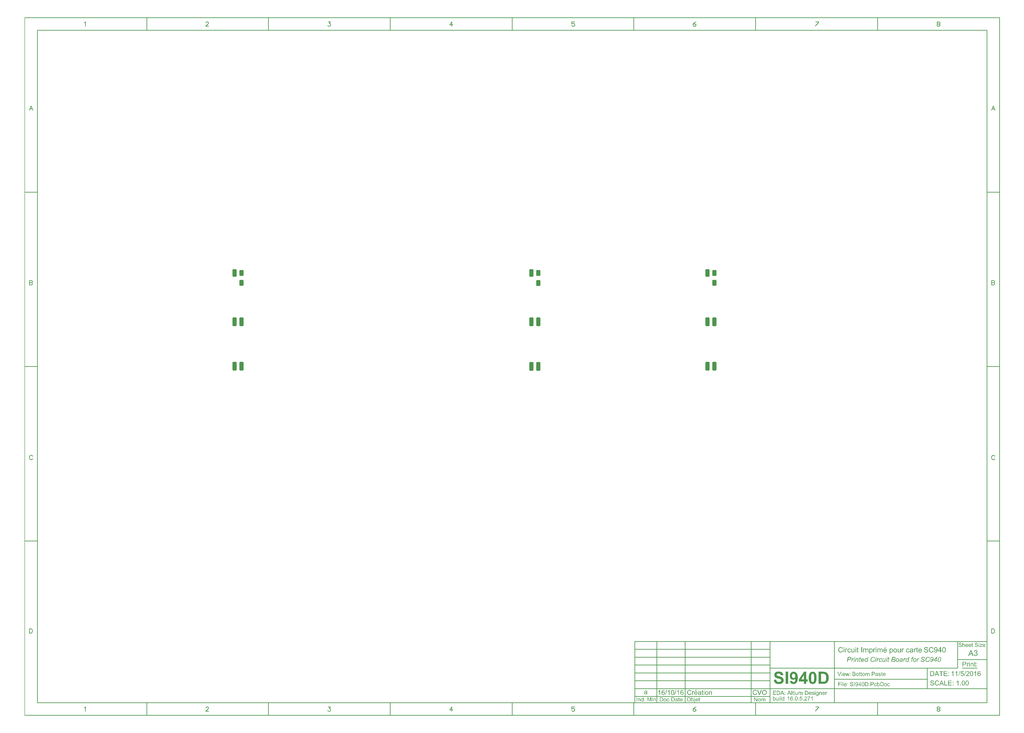
<source format=gbp>
G04 Layer_Color=128*
%FSLAX25Y25*%
%MOIN*%
G70*
G01*
G75*
%ADD37C,0.01000*%
%ADD48C,0.00500*%
G04:AMPARAMS|DCode=64|XSize=94.49mil|YSize=66.54mil|CornerRadius=13.31mil|HoleSize=0mil|Usage=FLASHONLY|Rotation=90.000|XOffset=0mil|YOffset=0mil|HoleType=Round|Shape=RoundedRectangle|*
%AMROUNDEDRECTD64*
21,1,0.09449,0.03992,0,0,90.0*
21,1,0.06787,0.06654,0,0,90.0*
1,1,0.02661,0.01996,0.03394*
1,1,0.02661,0.01996,-0.03394*
1,1,0.02661,-0.01996,-0.03394*
1,1,0.02661,-0.01996,0.03394*
%
%ADD64ROUNDEDRECTD64*%
G04:AMPARAMS|DCode=65|XSize=118.11mil|YSize=66.54mil|CornerRadius=13.31mil|HoleSize=0mil|Usage=FLASHONLY|Rotation=90.000|XOffset=0mil|YOffset=0mil|HoleType=Round|Shape=RoundedRectangle|*
%AMROUNDEDRECTD65*
21,1,0.11811,0.03992,0,0,90.0*
21,1,0.09150,0.06654,0,0,90.0*
1,1,0.02661,0.01996,0.04575*
1,1,0.02661,0.01996,-0.04575*
1,1,0.02661,-0.01996,-0.04575*
1,1,0.02661,-0.01996,0.04575*
%
%ADD65ROUNDEDRECTD65*%
G04:AMPARAMS|DCode=66|XSize=137.8mil|YSize=66.54mil|CornerRadius=13.31mil|HoleSize=0mil|Usage=FLASHONLY|Rotation=270.000|XOffset=0mil|YOffset=0mil|HoleType=Round|Shape=RoundedRectangle|*
%AMROUNDEDRECTD66*
21,1,0.13780,0.03992,0,0,270.0*
21,1,0.11118,0.06654,0,0,270.0*
1,1,0.02661,-0.01996,-0.05559*
1,1,0.02661,-0.01996,0.05559*
1,1,0.02661,0.01996,0.05559*
1,1,0.02661,0.01996,-0.05559*
%
%ADD66ROUNDEDRECTD66*%
G36*
X1263962Y-372636D02*
X1263171D01*
Y-371738D01*
X1263962D01*
Y-372636D01*
D02*
G37*
G36*
X1259687Y-371640D02*
X1259755D01*
X1259921Y-371660D01*
X1260116Y-371689D01*
X1260331Y-371728D01*
X1260546Y-371786D01*
X1260751Y-371865D01*
X1260760D01*
X1260770Y-371874D01*
X1260800Y-371884D01*
X1260839Y-371904D01*
X1260936Y-371962D01*
X1261063Y-372030D01*
X1261200Y-372128D01*
X1261336Y-372245D01*
X1261473Y-372382D01*
X1261590Y-372538D01*
X1261600Y-372557D01*
X1261639Y-372616D01*
X1261688Y-372714D01*
X1261736Y-372831D01*
X1261795Y-372977D01*
X1261854Y-373153D01*
X1261893Y-373338D01*
X1261912Y-373543D01*
X1261102Y-373602D01*
Y-373592D01*
Y-373573D01*
X1261092Y-373543D01*
X1261083Y-373504D01*
X1261063Y-373397D01*
X1261024Y-373260D01*
X1260966Y-373114D01*
X1260887Y-372967D01*
X1260780Y-372821D01*
X1260653Y-372694D01*
X1260634Y-372684D01*
X1260585Y-372645D01*
X1260497Y-372597D01*
X1260380Y-372538D01*
X1260224Y-372479D01*
X1260028Y-372431D01*
X1259804Y-372392D01*
X1259540Y-372382D01*
X1259414D01*
X1259355Y-372392D01*
X1259277D01*
X1259111Y-372421D01*
X1258926Y-372450D01*
X1258740Y-372499D01*
X1258564Y-372567D01*
X1258486Y-372616D01*
X1258418Y-372665D01*
X1258408Y-372675D01*
X1258369Y-372714D01*
X1258311Y-372772D01*
X1258252Y-372860D01*
X1258184Y-372958D01*
X1258135Y-373075D01*
X1258096Y-373202D01*
X1258076Y-373348D01*
Y-373368D01*
Y-373407D01*
X1258086Y-373475D01*
X1258106Y-373553D01*
X1258135Y-373641D01*
X1258184Y-373739D01*
X1258242Y-373826D01*
X1258321Y-373914D01*
X1258330Y-373924D01*
X1258379Y-373953D01*
X1258408Y-373973D01*
X1258447Y-374002D01*
X1258506Y-374022D01*
X1258574Y-374051D01*
X1258652Y-374090D01*
X1258740Y-374129D01*
X1258838Y-374158D01*
X1258955Y-374197D01*
X1259091Y-374246D01*
X1259238Y-374285D01*
X1259404Y-374324D01*
X1259589Y-374373D01*
X1259599D01*
X1259638Y-374383D01*
X1259687Y-374392D01*
X1259755Y-374412D01*
X1259843Y-374431D01*
X1259941Y-374461D01*
X1260155Y-374510D01*
X1260390Y-374578D01*
X1260624Y-374646D01*
X1260741Y-374675D01*
X1260839Y-374714D01*
X1260936Y-374753D01*
X1261014Y-374783D01*
X1261024D01*
X1261043Y-374793D01*
X1261063Y-374812D01*
X1261102Y-374832D01*
X1261200Y-374890D01*
X1261327Y-374958D01*
X1261463Y-375056D01*
X1261600Y-375173D01*
X1261727Y-375300D01*
X1261834Y-375437D01*
X1261844Y-375456D01*
X1261873Y-375505D01*
X1261922Y-375583D01*
X1261971Y-375700D01*
X1262020Y-375827D01*
X1262068Y-375983D01*
X1262098Y-376159D01*
X1262107Y-376344D01*
Y-376354D01*
Y-376364D01*
Y-376393D01*
Y-376432D01*
X1262088Y-376530D01*
X1262068Y-376657D01*
X1262039Y-376803D01*
X1261981Y-376969D01*
X1261912Y-377145D01*
X1261815Y-377311D01*
X1261805Y-377330D01*
X1261756Y-377389D01*
X1261697Y-377467D01*
X1261600Y-377564D01*
X1261483Y-377681D01*
X1261336Y-377799D01*
X1261161Y-377906D01*
X1260966Y-378013D01*
X1260956D01*
X1260936Y-378023D01*
X1260907Y-378033D01*
X1260868Y-378052D01*
X1260819Y-378072D01*
X1260760Y-378091D01*
X1260604Y-378131D01*
X1260429Y-378179D01*
X1260214Y-378218D01*
X1259989Y-378248D01*
X1259736Y-378257D01*
X1259589D01*
X1259521Y-378248D01*
X1259433D01*
X1259336Y-378238D01*
X1259228Y-378228D01*
X1259004Y-378199D01*
X1258760Y-378150D01*
X1258516Y-378091D01*
X1258282Y-378013D01*
X1258272D01*
X1258252Y-378004D01*
X1258223Y-377984D01*
X1258184Y-377965D01*
X1258076Y-377906D01*
X1257950Y-377818D01*
X1257793Y-377711D01*
X1257647Y-377584D01*
X1257491Y-377428D01*
X1257354Y-377252D01*
Y-377242D01*
X1257345Y-377233D01*
X1257325Y-377203D01*
X1257306Y-377164D01*
X1257276Y-377115D01*
X1257247Y-377057D01*
X1257188Y-376910D01*
X1257130Y-376745D01*
X1257071Y-376540D01*
X1257032Y-376325D01*
X1257013Y-376091D01*
X1257813Y-376022D01*
Y-376032D01*
Y-376042D01*
X1257823Y-376100D01*
X1257842Y-376188D01*
X1257862Y-376305D01*
X1257901Y-376432D01*
X1257940Y-376569D01*
X1257998Y-376696D01*
X1258067Y-376823D01*
X1258076Y-376832D01*
X1258106Y-376871D01*
X1258155Y-376930D01*
X1258233Y-376998D01*
X1258321Y-377076D01*
X1258428Y-377164D01*
X1258564Y-377242D01*
X1258711Y-377320D01*
X1258721D01*
X1258730Y-377330D01*
X1258789Y-377350D01*
X1258877Y-377379D01*
X1259004Y-377408D01*
X1259140Y-377447D01*
X1259316Y-377477D01*
X1259501Y-377496D01*
X1259697Y-377506D01*
X1259775D01*
X1259872Y-377496D01*
X1259980Y-377486D01*
X1260116Y-377477D01*
X1260253Y-377447D01*
X1260399Y-377418D01*
X1260546Y-377369D01*
X1260565Y-377359D01*
X1260604Y-377340D01*
X1260673Y-377311D01*
X1260751Y-377262D01*
X1260848Y-377203D01*
X1260936Y-377135D01*
X1261024Y-377057D01*
X1261102Y-376969D01*
X1261112Y-376959D01*
X1261131Y-376920D01*
X1261161Y-376871D01*
X1261200Y-376803D01*
X1261229Y-376725D01*
X1261258Y-376627D01*
X1261278Y-376530D01*
X1261287Y-376423D01*
Y-376413D01*
Y-376374D01*
X1261278Y-376315D01*
X1261268Y-376247D01*
X1261248Y-376159D01*
X1261209Y-376071D01*
X1261170Y-375983D01*
X1261112Y-375895D01*
X1261102Y-375886D01*
X1261083Y-375856D01*
X1261034Y-375817D01*
X1260975Y-375759D01*
X1260897Y-375700D01*
X1260800Y-375642D01*
X1260673Y-375573D01*
X1260536Y-375515D01*
X1260526Y-375505D01*
X1260487Y-375495D01*
X1260409Y-375476D01*
X1260360Y-375456D01*
X1260302Y-375437D01*
X1260224Y-375417D01*
X1260146Y-375398D01*
X1260048Y-375368D01*
X1259950Y-375339D01*
X1259833Y-375310D01*
X1259697Y-375281D01*
X1259550Y-375241D01*
X1259394Y-375202D01*
X1259384D01*
X1259355Y-375193D01*
X1259306Y-375183D01*
X1259248Y-375163D01*
X1259179Y-375144D01*
X1259101Y-375124D01*
X1258916Y-375076D01*
X1258711Y-375007D01*
X1258506Y-374939D01*
X1258321Y-374871D01*
X1258233Y-374841D01*
X1258164Y-374802D01*
X1258155D01*
X1258145Y-374793D01*
X1258086Y-374753D01*
X1258008Y-374705D01*
X1257911Y-374636D01*
X1257793Y-374549D01*
X1257686Y-374451D01*
X1257579Y-374334D01*
X1257481Y-374207D01*
X1257471Y-374187D01*
X1257442Y-374139D01*
X1257413Y-374070D01*
X1257374Y-373973D01*
X1257325Y-373856D01*
X1257296Y-373719D01*
X1257266Y-373563D01*
X1257257Y-373407D01*
Y-373397D01*
Y-373387D01*
Y-373358D01*
Y-373319D01*
X1257276Y-373231D01*
X1257296Y-373114D01*
X1257325Y-372967D01*
X1257374Y-372821D01*
X1257442Y-372655D01*
X1257530Y-372499D01*
Y-372489D01*
X1257540Y-372479D01*
X1257579Y-372431D01*
X1257647Y-372353D01*
X1257735Y-372255D01*
X1257842Y-372157D01*
X1257979Y-372050D01*
X1258145Y-371943D01*
X1258330Y-371855D01*
X1258340D01*
X1258350Y-371845D01*
X1258379Y-371835D01*
X1258428Y-371816D01*
X1258477Y-371806D01*
X1258535Y-371786D01*
X1258672Y-371738D01*
X1258848Y-371699D01*
X1259043Y-371669D01*
X1259267Y-371640D01*
X1259501Y-371630D01*
X1259619D01*
X1259687Y-371640D01*
D02*
G37*
G36*
X1233803D02*
X1233872D01*
X1234038Y-371660D01*
X1234233Y-371689D01*
X1234447Y-371728D01*
X1234662Y-371786D01*
X1234867Y-371865D01*
X1234877D01*
X1234887Y-371874D01*
X1234916Y-371884D01*
X1234955Y-371904D01*
X1235053Y-371962D01*
X1235180Y-372030D01*
X1235316Y-372128D01*
X1235453Y-372245D01*
X1235590Y-372382D01*
X1235707Y-372538D01*
X1235716Y-372557D01*
X1235755Y-372616D01*
X1235804Y-372714D01*
X1235853Y-372831D01*
X1235911Y-372977D01*
X1235970Y-373153D01*
X1236009Y-373338D01*
X1236029Y-373543D01*
X1235219Y-373602D01*
Y-373592D01*
Y-373573D01*
X1235209Y-373543D01*
X1235199Y-373504D01*
X1235180Y-373397D01*
X1235141Y-373260D01*
X1235082Y-373114D01*
X1235004Y-372967D01*
X1234896Y-372821D01*
X1234770Y-372694D01*
X1234750Y-372684D01*
X1234701Y-372645D01*
X1234614Y-372597D01*
X1234496Y-372538D01*
X1234340Y-372479D01*
X1234145Y-372431D01*
X1233920Y-372392D01*
X1233657Y-372382D01*
X1233530D01*
X1233471Y-372392D01*
X1233393D01*
X1233228Y-372421D01*
X1233042Y-372450D01*
X1232857Y-372499D01*
X1232681Y-372567D01*
X1232603Y-372616D01*
X1232535Y-372665D01*
X1232525Y-372675D01*
X1232486Y-372714D01*
X1232427Y-372772D01*
X1232369Y-372860D01*
X1232300Y-372958D01*
X1232251Y-373075D01*
X1232213Y-373202D01*
X1232193Y-373348D01*
Y-373368D01*
Y-373407D01*
X1232203Y-373475D01*
X1232222Y-373553D01*
X1232251Y-373641D01*
X1232300Y-373739D01*
X1232359Y-373826D01*
X1232437Y-373914D01*
X1232447Y-373924D01*
X1232495Y-373953D01*
X1232525Y-373973D01*
X1232564Y-374002D01*
X1232622Y-374022D01*
X1232691Y-374051D01*
X1232769Y-374090D01*
X1232857Y-374129D01*
X1232954Y-374158D01*
X1233071Y-374197D01*
X1233208Y-374246D01*
X1233354Y-374285D01*
X1233520Y-374324D01*
X1233706Y-374373D01*
X1233716D01*
X1233755Y-374383D01*
X1233803Y-374392D01*
X1233872Y-374412D01*
X1233959Y-374431D01*
X1234057Y-374461D01*
X1234272Y-374510D01*
X1234506Y-374578D01*
X1234740Y-374646D01*
X1234857Y-374675D01*
X1234955Y-374714D01*
X1235053Y-374753D01*
X1235131Y-374783D01*
X1235141D01*
X1235160Y-374793D01*
X1235180Y-374812D01*
X1235219Y-374832D01*
X1235316Y-374890D01*
X1235443Y-374958D01*
X1235580Y-375056D01*
X1235716Y-375173D01*
X1235843Y-375300D01*
X1235951Y-375437D01*
X1235960Y-375456D01*
X1235990Y-375505D01*
X1236038Y-375583D01*
X1236087Y-375700D01*
X1236136Y-375827D01*
X1236185Y-375983D01*
X1236214Y-376159D01*
X1236224Y-376344D01*
Y-376354D01*
Y-376364D01*
Y-376393D01*
Y-376432D01*
X1236204Y-376530D01*
X1236185Y-376657D01*
X1236156Y-376803D01*
X1236097Y-376969D01*
X1236029Y-377145D01*
X1235931Y-377311D01*
X1235921Y-377330D01*
X1235872Y-377389D01*
X1235814Y-377467D01*
X1235716Y-377564D01*
X1235599Y-377681D01*
X1235453Y-377799D01*
X1235277Y-377906D01*
X1235082Y-378013D01*
X1235072D01*
X1235053Y-378023D01*
X1235023Y-378033D01*
X1234984Y-378052D01*
X1234935Y-378072D01*
X1234877Y-378091D01*
X1234721Y-378131D01*
X1234545Y-378179D01*
X1234330Y-378218D01*
X1234106Y-378248D01*
X1233852Y-378257D01*
X1233706D01*
X1233637Y-378248D01*
X1233550D01*
X1233452Y-378238D01*
X1233345Y-378228D01*
X1233120Y-378199D01*
X1232876Y-378150D01*
X1232632Y-378091D01*
X1232398Y-378013D01*
X1232388D01*
X1232369Y-378004D01*
X1232339Y-377984D01*
X1232300Y-377965D01*
X1232193Y-377906D01*
X1232066Y-377818D01*
X1231910Y-377711D01*
X1231763Y-377584D01*
X1231607Y-377428D01*
X1231471Y-377252D01*
Y-377242D01*
X1231461Y-377233D01*
X1231441Y-377203D01*
X1231422Y-377164D01*
X1231393Y-377115D01*
X1231363Y-377057D01*
X1231305Y-376910D01*
X1231246Y-376745D01*
X1231188Y-376540D01*
X1231149Y-376325D01*
X1231129Y-376091D01*
X1231929Y-376022D01*
Y-376032D01*
Y-376042D01*
X1231939Y-376100D01*
X1231959Y-376188D01*
X1231978Y-376305D01*
X1232017Y-376432D01*
X1232056Y-376569D01*
X1232115Y-376696D01*
X1232183Y-376823D01*
X1232193Y-376832D01*
X1232222Y-376871D01*
X1232271Y-376930D01*
X1232349Y-376998D01*
X1232437Y-377076D01*
X1232544Y-377164D01*
X1232681Y-377242D01*
X1232827Y-377320D01*
X1232837D01*
X1232847Y-377330D01*
X1232905Y-377350D01*
X1232993Y-377379D01*
X1233120Y-377408D01*
X1233257Y-377447D01*
X1233432Y-377477D01*
X1233618Y-377496D01*
X1233813Y-377506D01*
X1233891D01*
X1233989Y-377496D01*
X1234096Y-377486D01*
X1234233Y-377477D01*
X1234369Y-377447D01*
X1234516Y-377418D01*
X1234662Y-377369D01*
X1234682Y-377359D01*
X1234721Y-377340D01*
X1234789Y-377311D01*
X1234867Y-377262D01*
X1234965Y-377203D01*
X1235053Y-377135D01*
X1235141Y-377057D01*
X1235219Y-376969D01*
X1235228Y-376959D01*
X1235248Y-376920D01*
X1235277Y-376871D01*
X1235316Y-376803D01*
X1235345Y-376725D01*
X1235375Y-376627D01*
X1235394Y-376530D01*
X1235404Y-376423D01*
Y-376413D01*
Y-376374D01*
X1235394Y-376315D01*
X1235384Y-376247D01*
X1235365Y-376159D01*
X1235326Y-376071D01*
X1235287Y-375983D01*
X1235228Y-375895D01*
X1235219Y-375886D01*
X1235199Y-375856D01*
X1235150Y-375817D01*
X1235092Y-375759D01*
X1235014Y-375700D01*
X1234916Y-375642D01*
X1234789Y-375573D01*
X1234653Y-375515D01*
X1234643Y-375505D01*
X1234604Y-375495D01*
X1234526Y-375476D01*
X1234477Y-375456D01*
X1234418Y-375437D01*
X1234340Y-375417D01*
X1234262Y-375398D01*
X1234165Y-375368D01*
X1234067Y-375339D01*
X1233950Y-375310D01*
X1233813Y-375281D01*
X1233667Y-375241D01*
X1233511Y-375202D01*
X1233501D01*
X1233471Y-375193D01*
X1233423Y-375183D01*
X1233364Y-375163D01*
X1233296Y-375144D01*
X1233218Y-375124D01*
X1233032Y-375076D01*
X1232827Y-375007D01*
X1232622Y-374939D01*
X1232437Y-374871D01*
X1232349Y-374841D01*
X1232281Y-374802D01*
X1232271D01*
X1232261Y-374793D01*
X1232203Y-374753D01*
X1232125Y-374705D01*
X1232027Y-374636D01*
X1231910Y-374549D01*
X1231803Y-374451D01*
X1231695Y-374334D01*
X1231598Y-374207D01*
X1231588Y-374187D01*
X1231559Y-374139D01*
X1231529Y-374070D01*
X1231490Y-373973D01*
X1231441Y-373856D01*
X1231412Y-373719D01*
X1231383Y-373563D01*
X1231373Y-373407D01*
Y-373397D01*
Y-373387D01*
Y-373358D01*
Y-373319D01*
X1231393Y-373231D01*
X1231412Y-373114D01*
X1231441Y-372967D01*
X1231490Y-372821D01*
X1231559Y-372655D01*
X1231646Y-372499D01*
Y-372489D01*
X1231656Y-372479D01*
X1231695Y-372431D01*
X1231763Y-372353D01*
X1231851Y-372255D01*
X1231959Y-372157D01*
X1232095Y-372050D01*
X1232261Y-371943D01*
X1232447Y-371855D01*
X1232456D01*
X1232466Y-371845D01*
X1232495Y-371835D01*
X1232544Y-371816D01*
X1232593Y-371806D01*
X1232652Y-371786D01*
X1232788Y-371738D01*
X1232964Y-371699D01*
X1233159Y-371669D01*
X1233384Y-371640D01*
X1233618Y-371630D01*
X1233735D01*
X1233803Y-371640D01*
D02*
G37*
G36*
X1268705Y-374022D02*
X1266187Y-376979D01*
X1265699Y-377525D01*
X1265748D01*
X1265787Y-377516D01*
X1265894Y-377506D01*
X1266021Y-377496D01*
X1266177D01*
X1266343Y-377486D01*
X1266695Y-377477D01*
X1268842D01*
Y-378150D01*
X1264733D01*
Y-377516D01*
X1267690Y-374109D01*
X1267602D01*
X1267514Y-374119D01*
X1267387D01*
X1267251Y-374129D01*
X1267105D01*
X1266948Y-374139D01*
X1264909D01*
Y-373504D01*
X1268705D01*
Y-374022D01*
D02*
G37*
G36*
X1263962Y-378150D02*
X1263171D01*
Y-373504D01*
X1263962D01*
Y-378150D01*
D02*
G37*
G36*
X1238068Y-374031D02*
X1238078Y-374022D01*
X1238098Y-374002D01*
X1238127Y-373973D01*
X1238166Y-373934D01*
X1238225Y-373885D01*
X1238283Y-373826D01*
X1238361Y-373778D01*
X1238449Y-373709D01*
X1238547Y-373651D01*
X1238644Y-373602D01*
X1238888Y-373495D01*
X1239015Y-373455D01*
X1239152Y-373426D01*
X1239298Y-373407D01*
X1239454Y-373397D01*
X1239542D01*
X1239640Y-373407D01*
X1239757Y-373426D01*
X1239894Y-373446D01*
X1240040Y-373485D01*
X1240196Y-373534D01*
X1240343Y-373602D01*
X1240362Y-373612D01*
X1240401Y-373641D01*
X1240469Y-373690D01*
X1240557Y-373748D01*
X1240645Y-373826D01*
X1240733Y-373924D01*
X1240821Y-374041D01*
X1240889Y-374168D01*
X1240899Y-374187D01*
X1240918Y-374236D01*
X1240938Y-374314D01*
X1240977Y-374431D01*
X1241006Y-374578D01*
X1241026Y-374763D01*
X1241045Y-374968D01*
X1241055Y-375212D01*
Y-378150D01*
X1240265D01*
Y-375202D01*
Y-375193D01*
Y-375173D01*
Y-375144D01*
Y-375105D01*
X1240255Y-375007D01*
X1240235Y-374871D01*
X1240196Y-374734D01*
X1240157Y-374597D01*
X1240089Y-374461D01*
X1240001Y-374344D01*
X1239991Y-374334D01*
X1239952Y-374305D01*
X1239894Y-374256D01*
X1239816Y-374207D01*
X1239718Y-374158D01*
X1239591Y-374109D01*
X1239454Y-374080D01*
X1239289Y-374070D01*
X1239230D01*
X1239162Y-374080D01*
X1239074Y-374090D01*
X1238976Y-374119D01*
X1238859Y-374148D01*
X1238742Y-374197D01*
X1238625Y-374256D01*
X1238615Y-374266D01*
X1238576Y-374285D01*
X1238527Y-374334D01*
X1238459Y-374383D01*
X1238391Y-374461D01*
X1238313Y-374539D01*
X1238254Y-374646D01*
X1238195Y-374753D01*
X1238186Y-374763D01*
X1238176Y-374812D01*
X1238156Y-374880D01*
X1238137Y-374978D01*
X1238107Y-375105D01*
X1238088Y-375251D01*
X1238078Y-375417D01*
X1238068Y-375612D01*
Y-378150D01*
X1237278D01*
Y-371738D01*
X1238068D01*
Y-374031D01*
D02*
G37*
G36*
X1253138Y-373504D02*
X1253928D01*
Y-374119D01*
X1253138D01*
Y-376842D01*
Y-376852D01*
Y-376891D01*
Y-376950D01*
X1253148Y-377018D01*
X1253158Y-377164D01*
X1253167Y-377223D01*
X1253177Y-377272D01*
X1253187Y-377291D01*
X1253206Y-377330D01*
X1253245Y-377379D01*
X1253304Y-377428D01*
X1253323Y-377437D01*
X1253372Y-377447D01*
X1253460Y-377467D01*
X1253577Y-377477D01*
X1253675D01*
X1253724Y-377467D01*
X1253782D01*
X1253928Y-377447D01*
X1254036Y-378140D01*
X1254016D01*
X1253977Y-378150D01*
X1253919Y-378160D01*
X1253831Y-378169D01*
X1253743Y-378189D01*
X1253645Y-378199D01*
X1253440Y-378209D01*
X1253372D01*
X1253294Y-378199D01*
X1253197Y-378189D01*
X1253089Y-378179D01*
X1252972Y-378150D01*
X1252865Y-378121D01*
X1252767Y-378082D01*
X1252757Y-378072D01*
X1252728Y-378052D01*
X1252689Y-378023D01*
X1252640Y-377984D01*
X1252582Y-377935D01*
X1252533Y-377877D01*
X1252474Y-377808D01*
X1252435Y-377730D01*
Y-377721D01*
X1252425Y-377681D01*
X1252406Y-377623D01*
X1252396Y-377525D01*
X1252377Y-377398D01*
X1252367Y-377330D01*
X1252357Y-377242D01*
Y-377145D01*
X1252347Y-377037D01*
Y-376920D01*
Y-376793D01*
Y-374119D01*
X1251762D01*
Y-373504D01*
X1252347D01*
Y-372362D01*
X1253138Y-371884D01*
Y-373504D01*
D02*
G37*
G36*
X1271692Y-373407D02*
X1271770Y-373416D01*
X1271867Y-373426D01*
X1271965Y-373446D01*
X1272082Y-373475D01*
X1272316Y-373553D01*
X1272443Y-373602D01*
X1272570Y-373670D01*
X1272697Y-373739D01*
X1272824Y-373826D01*
X1272941Y-373924D01*
X1273058Y-374041D01*
X1273068Y-374051D01*
X1273087Y-374070D01*
X1273117Y-374109D01*
X1273156Y-374158D01*
X1273195Y-374226D01*
X1273244Y-374305D01*
X1273302Y-374392D01*
X1273361Y-374500D01*
X1273409Y-374627D01*
X1273468Y-374753D01*
X1273517Y-374900D01*
X1273566Y-375066D01*
X1273595Y-375232D01*
X1273624Y-375417D01*
X1273644Y-375612D01*
X1273653Y-375827D01*
Y-375837D01*
Y-375876D01*
Y-375944D01*
X1273644Y-376032D01*
X1270189D01*
Y-376042D01*
Y-376061D01*
X1270198Y-376110D01*
Y-376159D01*
X1270208Y-376227D01*
X1270218Y-376296D01*
X1270257Y-376471D01*
X1270315Y-376657D01*
X1270384Y-376852D01*
X1270491Y-377047D01*
X1270618Y-377213D01*
X1270638Y-377233D01*
X1270686Y-377272D01*
X1270774Y-377340D01*
X1270882Y-377408D01*
X1271028Y-377486D01*
X1271194Y-377555D01*
X1271379Y-377594D01*
X1271584Y-377613D01*
X1271662D01*
X1271741Y-377603D01*
X1271838Y-377584D01*
X1271955Y-377555D01*
X1272082Y-377516D01*
X1272209Y-377467D01*
X1272326Y-377389D01*
X1272336Y-377379D01*
X1272375Y-377340D01*
X1272433Y-377291D01*
X1272502Y-377203D01*
X1272580Y-377106D01*
X1272658Y-376979D01*
X1272736Y-376823D01*
X1272814Y-376647D01*
X1273624Y-376754D01*
Y-376764D01*
X1273614Y-376784D01*
X1273605Y-376823D01*
X1273585Y-376871D01*
X1273566Y-376930D01*
X1273536Y-376998D01*
X1273458Y-377164D01*
X1273361Y-377340D01*
X1273244Y-377525D01*
X1273087Y-377711D01*
X1272912Y-377867D01*
X1272902D01*
X1272892Y-377887D01*
X1272863Y-377906D01*
X1272814Y-377925D01*
X1272765Y-377955D01*
X1272707Y-377994D01*
X1272638Y-378023D01*
X1272551Y-378062D01*
X1272365Y-378131D01*
X1272131Y-378199D01*
X1271877Y-378238D01*
X1271584Y-378257D01*
X1271487D01*
X1271418Y-378248D01*
X1271331Y-378238D01*
X1271233Y-378228D01*
X1271126Y-378209D01*
X1270999Y-378179D01*
X1270745Y-378101D01*
X1270608Y-378052D01*
X1270481Y-377994D01*
X1270345Y-377925D01*
X1270218Y-377838D01*
X1270091Y-377740D01*
X1269974Y-377633D01*
X1269964Y-377623D01*
X1269945Y-377603D01*
X1269915Y-377564D01*
X1269886Y-377516D01*
X1269837Y-377457D01*
X1269788Y-377379D01*
X1269730Y-377281D01*
X1269681Y-377174D01*
X1269623Y-377057D01*
X1269564Y-376930D01*
X1269515Y-376784D01*
X1269476Y-376627D01*
X1269437Y-376462D01*
X1269408Y-376276D01*
X1269388Y-376081D01*
X1269379Y-375876D01*
Y-375866D01*
Y-375827D01*
Y-375759D01*
X1269388Y-375681D01*
X1269398Y-375583D01*
X1269408Y-375466D01*
X1269427Y-375339D01*
X1269457Y-375202D01*
X1269525Y-374910D01*
X1269574Y-374763D01*
X1269632Y-374607D01*
X1269701Y-374461D01*
X1269779Y-374314D01*
X1269867Y-374178D01*
X1269974Y-374051D01*
X1269984Y-374041D01*
X1270003Y-374022D01*
X1270033Y-373992D01*
X1270081Y-373943D01*
X1270140Y-373895D01*
X1270218Y-373846D01*
X1270296Y-373787D01*
X1270394Y-373719D01*
X1270501Y-373660D01*
X1270618Y-373602D01*
X1270745Y-373553D01*
X1270891Y-373495D01*
X1271038Y-373455D01*
X1271194Y-373426D01*
X1271360Y-373407D01*
X1271535Y-373397D01*
X1271623D01*
X1271692Y-373407D01*
D02*
G37*
G36*
X1249292D02*
X1249371Y-373416D01*
X1249468Y-373426D01*
X1249566Y-373446D01*
X1249683Y-373475D01*
X1249917Y-373553D01*
X1250044Y-373602D01*
X1250171Y-373670D01*
X1250298Y-373739D01*
X1250425Y-373826D01*
X1250542Y-373924D01*
X1250659Y-374041D01*
X1250669Y-374051D01*
X1250688Y-374070D01*
X1250717Y-374109D01*
X1250756Y-374158D01*
X1250795Y-374226D01*
X1250844Y-374305D01*
X1250903Y-374392D01*
X1250961Y-374500D01*
X1251010Y-374627D01*
X1251069Y-374753D01*
X1251118Y-374900D01*
X1251166Y-375066D01*
X1251196Y-375232D01*
X1251225Y-375417D01*
X1251245Y-375612D01*
X1251254Y-375827D01*
Y-375837D01*
Y-375876D01*
Y-375944D01*
X1251245Y-376032D01*
X1247789D01*
Y-376042D01*
Y-376061D01*
X1247799Y-376110D01*
Y-376159D01*
X1247809Y-376227D01*
X1247819Y-376296D01*
X1247858Y-376471D01*
X1247916Y-376657D01*
X1247985Y-376852D01*
X1248092Y-377047D01*
X1248219Y-377213D01*
X1248238Y-377233D01*
X1248287Y-377272D01*
X1248375Y-377340D01*
X1248482Y-377408D01*
X1248629Y-377486D01*
X1248795Y-377555D01*
X1248980Y-377594D01*
X1249185Y-377613D01*
X1249263D01*
X1249341Y-377603D01*
X1249439Y-377584D01*
X1249556Y-377555D01*
X1249683Y-377516D01*
X1249810Y-377467D01*
X1249927Y-377389D01*
X1249937Y-377379D01*
X1249976Y-377340D01*
X1250034Y-377291D01*
X1250103Y-377203D01*
X1250181Y-377106D01*
X1250259Y-376979D01*
X1250337Y-376823D01*
X1250415Y-376647D01*
X1251225Y-376754D01*
Y-376764D01*
X1251215Y-376784D01*
X1251206Y-376823D01*
X1251186Y-376871D01*
X1251166Y-376930D01*
X1251137Y-376998D01*
X1251059Y-377164D01*
X1250961Y-377340D01*
X1250844Y-377525D01*
X1250688Y-377711D01*
X1250513Y-377867D01*
X1250503D01*
X1250493Y-377887D01*
X1250464Y-377906D01*
X1250415Y-377925D01*
X1250366Y-377955D01*
X1250307Y-377994D01*
X1250239Y-378023D01*
X1250151Y-378062D01*
X1249966Y-378131D01*
X1249732Y-378199D01*
X1249478Y-378238D01*
X1249185Y-378257D01*
X1249088D01*
X1249019Y-378248D01*
X1248931Y-378238D01*
X1248834Y-378228D01*
X1248726Y-378209D01*
X1248600Y-378179D01*
X1248346Y-378101D01*
X1248209Y-378052D01*
X1248082Y-377994D01*
X1247946Y-377925D01*
X1247819Y-377838D01*
X1247692Y-377740D01*
X1247575Y-377633D01*
X1247565Y-377623D01*
X1247545Y-377603D01*
X1247516Y-377564D01*
X1247487Y-377516D01*
X1247438Y-377457D01*
X1247389Y-377379D01*
X1247331Y-377281D01*
X1247282Y-377174D01*
X1247223Y-377057D01*
X1247165Y-376930D01*
X1247116Y-376784D01*
X1247077Y-376627D01*
X1247038Y-376462D01*
X1247009Y-376276D01*
X1246989Y-376081D01*
X1246979Y-375876D01*
Y-375866D01*
Y-375827D01*
Y-375759D01*
X1246989Y-375681D01*
X1246999Y-375583D01*
X1247009Y-375466D01*
X1247028Y-375339D01*
X1247058Y-375202D01*
X1247126Y-374910D01*
X1247175Y-374763D01*
X1247233Y-374607D01*
X1247301Y-374461D01*
X1247379Y-374314D01*
X1247467Y-374178D01*
X1247575Y-374051D01*
X1247585Y-374041D01*
X1247604Y-374022D01*
X1247633Y-373992D01*
X1247682Y-373943D01*
X1247741Y-373895D01*
X1247819Y-373846D01*
X1247897Y-373787D01*
X1247994Y-373719D01*
X1248102Y-373660D01*
X1248219Y-373602D01*
X1248346Y-373553D01*
X1248492Y-373495D01*
X1248639Y-373455D01*
X1248795Y-373426D01*
X1248961Y-373407D01*
X1249136Y-373397D01*
X1249224D01*
X1249292Y-373407D01*
D02*
G37*
G36*
X1244315D02*
X1244393Y-373416D01*
X1244491Y-373426D01*
X1244588Y-373446D01*
X1244705Y-373475D01*
X1244940Y-373553D01*
X1245066Y-373602D01*
X1245193Y-373670D01*
X1245320Y-373739D01*
X1245447Y-373826D01*
X1245564Y-373924D01*
X1245681Y-374041D01*
X1245691Y-374051D01*
X1245711Y-374070D01*
X1245740Y-374109D01*
X1245779Y-374158D01*
X1245818Y-374226D01*
X1245867Y-374305D01*
X1245925Y-374392D01*
X1245984Y-374500D01*
X1246033Y-374627D01*
X1246091Y-374753D01*
X1246140Y-374900D01*
X1246189Y-375066D01*
X1246218Y-375232D01*
X1246247Y-375417D01*
X1246267Y-375612D01*
X1246277Y-375827D01*
Y-375837D01*
Y-375876D01*
Y-375944D01*
X1246267Y-376032D01*
X1242812D01*
Y-376042D01*
Y-376061D01*
X1242822Y-376110D01*
Y-376159D01*
X1242831Y-376227D01*
X1242841Y-376296D01*
X1242880Y-376471D01*
X1242939Y-376657D01*
X1243007Y-376852D01*
X1243114Y-377047D01*
X1243241Y-377213D01*
X1243261Y-377233D01*
X1243310Y-377272D01*
X1243398Y-377340D01*
X1243505Y-377408D01*
X1243651Y-377486D01*
X1243817Y-377555D01*
X1244003Y-377594D01*
X1244207Y-377613D01*
X1244286D01*
X1244364Y-377603D01*
X1244461Y-377584D01*
X1244578Y-377555D01*
X1244705Y-377516D01*
X1244832Y-377467D01*
X1244949Y-377389D01*
X1244959Y-377379D01*
X1244998Y-377340D01*
X1245057Y-377291D01*
X1245125Y-377203D01*
X1245203Y-377106D01*
X1245281Y-376979D01*
X1245359Y-376823D01*
X1245437Y-376647D01*
X1246247Y-376754D01*
Y-376764D01*
X1246238Y-376784D01*
X1246228Y-376823D01*
X1246208Y-376871D01*
X1246189Y-376930D01*
X1246159Y-376998D01*
X1246082Y-377164D01*
X1245984Y-377340D01*
X1245867Y-377525D01*
X1245711Y-377711D01*
X1245535Y-377867D01*
X1245525D01*
X1245515Y-377887D01*
X1245486Y-377906D01*
X1245437Y-377925D01*
X1245389Y-377955D01*
X1245330Y-377994D01*
X1245262Y-378023D01*
X1245174Y-378062D01*
X1244988Y-378131D01*
X1244754Y-378199D01*
X1244500Y-378238D01*
X1244207Y-378257D01*
X1244110D01*
X1244042Y-378248D01*
X1243954Y-378238D01*
X1243856Y-378228D01*
X1243749Y-378209D01*
X1243622Y-378179D01*
X1243368Y-378101D01*
X1243231Y-378052D01*
X1243105Y-377994D01*
X1242968Y-377925D01*
X1242841Y-377838D01*
X1242714Y-377740D01*
X1242597Y-377633D01*
X1242587Y-377623D01*
X1242568Y-377603D01*
X1242539Y-377564D01*
X1242509Y-377516D01*
X1242461Y-377457D01*
X1242412Y-377379D01*
X1242353Y-377281D01*
X1242304Y-377174D01*
X1242246Y-377057D01*
X1242187Y-376930D01*
X1242138Y-376784D01*
X1242099Y-376627D01*
X1242060Y-376462D01*
X1242031Y-376276D01*
X1242012Y-376081D01*
X1242002Y-375876D01*
Y-375866D01*
Y-375827D01*
Y-375759D01*
X1242012Y-375681D01*
X1242021Y-375583D01*
X1242031Y-375466D01*
X1242051Y-375339D01*
X1242080Y-375202D01*
X1242148Y-374910D01*
X1242197Y-374763D01*
X1242255Y-374607D01*
X1242324Y-374461D01*
X1242402Y-374314D01*
X1242490Y-374178D01*
X1242597Y-374051D01*
X1242607Y-374041D01*
X1242626Y-374022D01*
X1242656Y-373992D01*
X1242704Y-373943D01*
X1242763Y-373895D01*
X1242841Y-373846D01*
X1242919Y-373787D01*
X1243017Y-373719D01*
X1243124Y-373660D01*
X1243241Y-373602D01*
X1243368Y-373553D01*
X1243515Y-373495D01*
X1243661Y-373455D01*
X1243817Y-373426D01*
X1243983Y-373407D01*
X1244159Y-373397D01*
X1244247D01*
X1244315Y-373407D01*
D02*
G37*
G36*
X1100588Y-379730D02*
X1099560D01*
Y-378563D01*
X1100588D01*
Y-379730D01*
D02*
G37*
G36*
X1068254D02*
X1067226D01*
Y-378563D01*
X1068254D01*
Y-379730D01*
D02*
G37*
G36*
X1049498D02*
X1048470D01*
Y-378563D01*
X1049498D01*
Y-379730D01*
D02*
G37*
G36*
X1114319Y-380111D02*
X1113468D01*
X1114230Y-378525D01*
X1115575D01*
X1114319Y-380111D01*
D02*
G37*
G36*
X1179606Y-378436D02*
X1179695D01*
X1179911Y-378461D01*
X1180165Y-378499D01*
X1180444Y-378550D01*
X1180723Y-378626D01*
X1180989Y-378728D01*
X1181002D01*
X1181015Y-378740D01*
X1181053Y-378753D01*
X1181104Y-378778D01*
X1181231Y-378854D01*
X1181396Y-378943D01*
X1181573Y-379070D01*
X1181751Y-379223D01*
X1181929Y-379400D01*
X1182081Y-379603D01*
X1182093Y-379629D01*
X1182144Y-379705D01*
X1182208Y-379832D01*
X1182271Y-379984D01*
X1182347Y-380174D01*
X1182423Y-380403D01*
X1182474Y-380644D01*
X1182500Y-380910D01*
X1181446Y-380986D01*
Y-380974D01*
Y-380948D01*
X1181433Y-380910D01*
X1181421Y-380860D01*
X1181396Y-380720D01*
X1181345Y-380542D01*
X1181269Y-380352D01*
X1181167Y-380162D01*
X1181028Y-379971D01*
X1180863Y-379806D01*
X1180837Y-379794D01*
X1180774Y-379743D01*
X1180659Y-379679D01*
X1180507Y-379603D01*
X1180304Y-379527D01*
X1180050Y-379464D01*
X1179758Y-379413D01*
X1179416Y-379400D01*
X1179251D01*
X1179175Y-379413D01*
X1179073D01*
X1178858Y-379451D01*
X1178616Y-379489D01*
X1178375Y-379553D01*
X1178147Y-379641D01*
X1178045Y-379705D01*
X1177956Y-379768D01*
X1177944Y-379781D01*
X1177893Y-379832D01*
X1177817Y-379908D01*
X1177741Y-380022D01*
X1177652Y-380149D01*
X1177588Y-380301D01*
X1177538Y-380466D01*
X1177512Y-380657D01*
Y-380682D01*
Y-380733D01*
X1177525Y-380821D01*
X1177550Y-380923D01*
X1177588Y-381037D01*
X1177652Y-381164D01*
X1177728Y-381278D01*
X1177830Y-381393D01*
X1177842Y-381405D01*
X1177906Y-381443D01*
X1177944Y-381469D01*
X1177995Y-381507D01*
X1178071Y-381532D01*
X1178160Y-381570D01*
X1178261Y-381621D01*
X1178375Y-381672D01*
X1178502Y-381710D01*
X1178654Y-381761D01*
X1178832Y-381824D01*
X1179023Y-381875D01*
X1179238Y-381926D01*
X1179479Y-381989D01*
X1179492D01*
X1179543Y-382002D01*
X1179606Y-382014D01*
X1179695Y-382040D01*
X1179809Y-382065D01*
X1179936Y-382103D01*
X1180215Y-382167D01*
X1180520Y-382256D01*
X1180824Y-382344D01*
X1180977Y-382382D01*
X1181104Y-382433D01*
X1181231Y-382484D01*
X1181332Y-382522D01*
X1181345D01*
X1181370Y-382535D01*
X1181396Y-382560D01*
X1181446Y-382585D01*
X1181573Y-382662D01*
X1181738Y-382750D01*
X1181916Y-382877D01*
X1182093Y-383030D01*
X1182258Y-383194D01*
X1182398Y-383372D01*
X1182411Y-383398D01*
X1182449Y-383461D01*
X1182512Y-383562D01*
X1182576Y-383715D01*
X1182639Y-383880D01*
X1182703Y-384083D01*
X1182741Y-384311D01*
X1182753Y-384552D01*
Y-384565D01*
Y-384578D01*
Y-384616D01*
Y-384667D01*
X1182728Y-384793D01*
X1182703Y-384958D01*
X1182664Y-385149D01*
X1182588Y-385365D01*
X1182500Y-385593D01*
X1182373Y-385809D01*
X1182360Y-385834D01*
X1182296Y-385910D01*
X1182220Y-386012D01*
X1182093Y-386139D01*
X1181941Y-386291D01*
X1181751Y-386443D01*
X1181522Y-386583D01*
X1181269Y-386722D01*
X1181256D01*
X1181231Y-386735D01*
X1181192Y-386748D01*
X1181142Y-386773D01*
X1181078Y-386799D01*
X1181002Y-386824D01*
X1180799Y-386875D01*
X1180571Y-386938D01*
X1180291Y-386989D01*
X1180000Y-387027D01*
X1179670Y-387040D01*
X1179479D01*
X1179391Y-387027D01*
X1179276D01*
X1179149Y-387014D01*
X1179010Y-387001D01*
X1178718Y-386964D01*
X1178401Y-386900D01*
X1178083Y-386824D01*
X1177779Y-386722D01*
X1177766D01*
X1177741Y-386710D01*
X1177703Y-386684D01*
X1177652Y-386659D01*
X1177512Y-386583D01*
X1177347Y-386469D01*
X1177144Y-386329D01*
X1176954Y-386164D01*
X1176751Y-385961D01*
X1176573Y-385733D01*
Y-385720D01*
X1176561Y-385707D01*
X1176535Y-385669D01*
X1176510Y-385618D01*
X1176472Y-385555D01*
X1176434Y-385479D01*
X1176358Y-385288D01*
X1176281Y-385073D01*
X1176205Y-384806D01*
X1176155Y-384527D01*
X1176129Y-384222D01*
X1177170Y-384134D01*
Y-384146D01*
Y-384159D01*
X1177182Y-384235D01*
X1177208Y-384349D01*
X1177233Y-384502D01*
X1177284Y-384667D01*
X1177335Y-384844D01*
X1177411Y-385009D01*
X1177500Y-385174D01*
X1177512Y-385187D01*
X1177550Y-385238D01*
X1177614Y-385314D01*
X1177715Y-385403D01*
X1177830Y-385504D01*
X1177969Y-385618D01*
X1178147Y-385720D01*
X1178337Y-385821D01*
X1178350D01*
X1178363Y-385834D01*
X1178439Y-385859D01*
X1178553Y-385897D01*
X1178718Y-385936D01*
X1178896Y-385986D01*
X1179124Y-386024D01*
X1179365Y-386050D01*
X1179619Y-386063D01*
X1179720D01*
X1179847Y-386050D01*
X1179987Y-386037D01*
X1180165Y-386024D01*
X1180342Y-385986D01*
X1180533Y-385948D01*
X1180723Y-385885D01*
X1180748Y-385872D01*
X1180799Y-385847D01*
X1180888Y-385809D01*
X1180989Y-385745D01*
X1181116Y-385669D01*
X1181231Y-385580D01*
X1181345Y-385479D01*
X1181446Y-385365D01*
X1181459Y-385352D01*
X1181484Y-385301D01*
X1181522Y-385238D01*
X1181573Y-385149D01*
X1181611Y-385047D01*
X1181649Y-384920D01*
X1181675Y-384793D01*
X1181687Y-384654D01*
Y-384641D01*
Y-384590D01*
X1181675Y-384514D01*
X1181662Y-384425D01*
X1181637Y-384311D01*
X1181586Y-384197D01*
X1181535Y-384083D01*
X1181459Y-383969D01*
X1181446Y-383956D01*
X1181421Y-383918D01*
X1181357Y-383867D01*
X1181281Y-383791D01*
X1181180Y-383715D01*
X1181053Y-383639D01*
X1180888Y-383550D01*
X1180710Y-383474D01*
X1180698Y-383461D01*
X1180647Y-383448D01*
X1180545Y-383423D01*
X1180482Y-383398D01*
X1180406Y-383372D01*
X1180304Y-383347D01*
X1180203Y-383321D01*
X1180076Y-383283D01*
X1179949Y-383245D01*
X1179797Y-383207D01*
X1179619Y-383169D01*
X1179428Y-383118D01*
X1179226Y-383068D01*
X1179213D01*
X1179175Y-383055D01*
X1179111Y-383042D01*
X1179035Y-383017D01*
X1178946Y-382992D01*
X1178845Y-382966D01*
X1178604Y-382903D01*
X1178337Y-382814D01*
X1178071Y-382725D01*
X1177830Y-382636D01*
X1177715Y-382598D01*
X1177627Y-382547D01*
X1177614D01*
X1177601Y-382535D01*
X1177525Y-382484D01*
X1177423Y-382420D01*
X1177297Y-382332D01*
X1177144Y-382217D01*
X1177005Y-382090D01*
X1176865Y-381938D01*
X1176738Y-381773D01*
X1176726Y-381748D01*
X1176688Y-381684D01*
X1176649Y-381596D01*
X1176599Y-381469D01*
X1176535Y-381316D01*
X1176497Y-381139D01*
X1176459Y-380936D01*
X1176446Y-380733D01*
Y-380720D01*
Y-380707D01*
Y-380669D01*
Y-380618D01*
X1176472Y-380504D01*
X1176497Y-380352D01*
X1176535Y-380162D01*
X1176599Y-379971D01*
X1176688Y-379755D01*
X1176802Y-379553D01*
Y-379540D01*
X1176814Y-379527D01*
X1176865Y-379464D01*
X1176954Y-379362D01*
X1177068Y-379235D01*
X1177208Y-379108D01*
X1177385Y-378969D01*
X1177601Y-378829D01*
X1177842Y-378715D01*
X1177855D01*
X1177868Y-378702D01*
X1177906Y-378690D01*
X1177969Y-378664D01*
X1178033Y-378651D01*
X1178109Y-378626D01*
X1178286Y-378563D01*
X1178515Y-378512D01*
X1178769Y-378474D01*
X1179060Y-378436D01*
X1179365Y-378423D01*
X1179517D01*
X1179606Y-378436D01*
D02*
G37*
G36*
X1188083D02*
X1188185Y-378449D01*
X1188311Y-378461D01*
X1188451Y-378474D01*
X1188603Y-378499D01*
X1188933Y-378575D01*
X1189289Y-378690D01*
X1189466Y-378766D01*
X1189644Y-378854D01*
X1189809Y-378956D01*
X1189974Y-379070D01*
X1189987Y-379083D01*
X1190012Y-379096D01*
X1190050Y-379134D01*
X1190114Y-379185D01*
X1190177Y-379248D01*
X1190266Y-379337D01*
X1190355Y-379426D01*
X1190443Y-379527D01*
X1190545Y-379654D01*
X1190634Y-379781D01*
X1190735Y-379933D01*
X1190837Y-380098D01*
X1190926Y-380263D01*
X1191014Y-380453D01*
X1191167Y-380860D01*
X1190075Y-381113D01*
Y-381101D01*
X1190063Y-381075D01*
X1190050Y-381025D01*
X1190025Y-380961D01*
X1189987Y-380885D01*
X1189948Y-380796D01*
X1189860Y-380606D01*
X1189746Y-380390D01*
X1189593Y-380162D01*
X1189428Y-379959D01*
X1189225Y-379781D01*
X1189200Y-379768D01*
X1189124Y-379717D01*
X1189009Y-379654D01*
X1188844Y-379565D01*
X1188654Y-379489D01*
X1188413Y-379426D01*
X1188147Y-379375D01*
X1187842Y-379362D01*
X1187753D01*
X1187690Y-379375D01*
X1187601D01*
X1187512Y-379387D01*
X1187284Y-379426D01*
X1187030Y-379476D01*
X1186763Y-379565D01*
X1186497Y-379679D01*
X1186243Y-379832D01*
X1186230D01*
X1186218Y-379857D01*
X1186141Y-379921D01*
X1186027Y-380022D01*
X1185888Y-380162D01*
X1185748Y-380339D01*
X1185596Y-380542D01*
X1185456Y-380796D01*
X1185342Y-381075D01*
Y-381088D01*
X1185329Y-381113D01*
X1185317Y-381151D01*
X1185304Y-381215D01*
X1185279Y-381278D01*
X1185266Y-381367D01*
X1185215Y-381570D01*
X1185164Y-381811D01*
X1185126Y-382078D01*
X1185101Y-382370D01*
X1185088Y-382674D01*
Y-382687D01*
Y-382725D01*
Y-382776D01*
Y-382852D01*
X1185101Y-382941D01*
Y-383055D01*
X1185114Y-383169D01*
X1185126Y-383296D01*
X1185164Y-383588D01*
X1185215Y-383905D01*
X1185291Y-384222D01*
X1185393Y-384527D01*
Y-384540D01*
X1185406Y-384565D01*
X1185431Y-384603D01*
X1185456Y-384654D01*
X1185520Y-384806D01*
X1185621Y-384971D01*
X1185761Y-385174D01*
X1185926Y-385365D01*
X1186116Y-385555D01*
X1186345Y-385720D01*
X1186357D01*
X1186370Y-385733D01*
X1186408Y-385758D01*
X1186459Y-385783D01*
X1186598Y-385834D01*
X1186776Y-385910D01*
X1186979Y-385974D01*
X1187220Y-386037D01*
X1187487Y-386088D01*
X1187766Y-386101D01*
X1187855D01*
X1187918Y-386088D01*
X1187994D01*
X1188096Y-386075D01*
X1188311Y-386037D01*
X1188553Y-385974D01*
X1188819Y-385872D01*
X1189073Y-385745D01*
X1189327Y-385567D01*
X1189339Y-385555D01*
X1189352Y-385542D01*
X1189428Y-385466D01*
X1189542Y-385339D01*
X1189682Y-385174D01*
X1189822Y-384946D01*
X1189974Y-384679D01*
X1190101Y-384349D01*
X1190202Y-383981D01*
X1191306Y-384261D01*
Y-384273D01*
X1191294Y-384324D01*
X1191268Y-384387D01*
X1191243Y-384489D01*
X1191192Y-384590D01*
X1191141Y-384730D01*
X1191091Y-384870D01*
X1191014Y-385022D01*
X1190849Y-385365D01*
X1190621Y-385707D01*
X1190367Y-386037D01*
X1190215Y-386189D01*
X1190050Y-386329D01*
X1190037Y-386342D01*
X1190012Y-386354D01*
X1189961Y-386392D01*
X1189885Y-386443D01*
X1189796Y-386494D01*
X1189695Y-386557D01*
X1189581Y-386621D01*
X1189441Y-386684D01*
X1189289Y-386748D01*
X1189124Y-386811D01*
X1188933Y-386875D01*
X1188743Y-386925D01*
X1188324Y-387014D01*
X1188096Y-387027D01*
X1187855Y-387040D01*
X1187728D01*
X1187626Y-387027D01*
X1187512D01*
X1187385Y-387014D01*
X1187233Y-386989D01*
X1187081Y-386976D01*
X1186725Y-386900D01*
X1186357Y-386811D01*
X1186002Y-386672D01*
X1185824Y-386595D01*
X1185659Y-386494D01*
X1185647Y-386481D01*
X1185621Y-386469D01*
X1185583Y-386431D01*
X1185520Y-386392D01*
X1185367Y-386265D01*
X1185190Y-386088D01*
X1184974Y-385872D01*
X1184771Y-385593D01*
X1184555Y-385276D01*
X1184378Y-384908D01*
Y-384895D01*
X1184365Y-384857D01*
X1184340Y-384806D01*
X1184314Y-384730D01*
X1184276Y-384629D01*
X1184238Y-384514D01*
X1184200Y-384387D01*
X1184162Y-384235D01*
X1184124Y-384083D01*
X1184086Y-383905D01*
X1184010Y-383524D01*
X1183959Y-383118D01*
X1183946Y-382674D01*
Y-382662D01*
Y-382611D01*
Y-382547D01*
X1183959Y-382458D01*
Y-382344D01*
X1183972Y-382205D01*
X1183984Y-382065D01*
X1184010Y-381900D01*
X1184073Y-381545D01*
X1184149Y-381164D01*
X1184276Y-380771D01*
X1184441Y-380403D01*
Y-380390D01*
X1184466Y-380365D01*
X1184492Y-380314D01*
X1184530Y-380238D01*
X1184581Y-380162D01*
X1184644Y-380073D01*
X1184809Y-379857D01*
X1184999Y-379616D01*
X1185241Y-379375D01*
X1185532Y-379134D01*
X1185850Y-378931D01*
X1185862D01*
X1185888Y-378905D01*
X1185938Y-378880D01*
X1186015Y-378854D01*
X1186091Y-378817D01*
X1186192Y-378766D01*
X1186319Y-378728D01*
X1186446Y-378677D01*
X1186586Y-378626D01*
X1186738Y-378588D01*
X1187081Y-378499D01*
X1187461Y-378449D01*
X1187867Y-378423D01*
X1187994D01*
X1188083Y-378436D01*
D02*
G37*
G36*
X1044016D02*
X1044118Y-378449D01*
X1044244Y-378461D01*
X1044384Y-378474D01*
X1044536Y-378499D01*
X1044866Y-378575D01*
X1045222Y-378690D01*
X1045399Y-378766D01*
X1045577Y-378854D01*
X1045742Y-378956D01*
X1045907Y-379070D01*
X1045920Y-379083D01*
X1045945Y-379096D01*
X1045983Y-379134D01*
X1046047Y-379185D01*
X1046110Y-379248D01*
X1046199Y-379337D01*
X1046288Y-379426D01*
X1046376Y-379527D01*
X1046478Y-379654D01*
X1046567Y-379781D01*
X1046668Y-379933D01*
X1046770Y-380098D01*
X1046859Y-380263D01*
X1046947Y-380453D01*
X1047100Y-380860D01*
X1046008Y-381113D01*
Y-381101D01*
X1045996Y-381075D01*
X1045983Y-381025D01*
X1045958Y-380961D01*
X1045920Y-380885D01*
X1045881Y-380796D01*
X1045793Y-380606D01*
X1045679Y-380390D01*
X1045526Y-380162D01*
X1045361Y-379959D01*
X1045158Y-379781D01*
X1045133Y-379768D01*
X1045057Y-379717D01*
X1044942Y-379654D01*
X1044777Y-379565D01*
X1044587Y-379489D01*
X1044346Y-379426D01*
X1044079Y-379375D01*
X1043775Y-379362D01*
X1043686D01*
X1043623Y-379375D01*
X1043534D01*
X1043445Y-379387D01*
X1043217Y-379426D01*
X1042963Y-379476D01*
X1042696Y-379565D01*
X1042430Y-379679D01*
X1042176Y-379832D01*
X1042163D01*
X1042151Y-379857D01*
X1042074Y-379921D01*
X1041960Y-380022D01*
X1041821Y-380162D01*
X1041681Y-380339D01*
X1041529Y-380542D01*
X1041389Y-380796D01*
X1041275Y-381075D01*
Y-381088D01*
X1041262Y-381113D01*
X1041250Y-381151D01*
X1041237Y-381215D01*
X1041212Y-381278D01*
X1041199Y-381367D01*
X1041148Y-381570D01*
X1041097Y-381811D01*
X1041059Y-382078D01*
X1041034Y-382370D01*
X1041021Y-382674D01*
Y-382687D01*
Y-382725D01*
Y-382776D01*
Y-382852D01*
X1041034Y-382941D01*
Y-383055D01*
X1041047Y-383169D01*
X1041059Y-383296D01*
X1041097Y-383588D01*
X1041148Y-383905D01*
X1041224Y-384222D01*
X1041326Y-384527D01*
Y-384540D01*
X1041339Y-384565D01*
X1041364Y-384603D01*
X1041389Y-384654D01*
X1041453Y-384806D01*
X1041554Y-384971D01*
X1041694Y-385174D01*
X1041859Y-385365D01*
X1042049Y-385555D01*
X1042278Y-385720D01*
X1042290D01*
X1042303Y-385733D01*
X1042341Y-385758D01*
X1042392Y-385783D01*
X1042531Y-385834D01*
X1042709Y-385910D01*
X1042912Y-385974D01*
X1043153Y-386037D01*
X1043420Y-386088D01*
X1043699Y-386101D01*
X1043788D01*
X1043851Y-386088D01*
X1043927D01*
X1044029Y-386075D01*
X1044244Y-386037D01*
X1044486Y-385974D01*
X1044752Y-385872D01*
X1045006Y-385745D01*
X1045260Y-385567D01*
X1045272Y-385555D01*
X1045285Y-385542D01*
X1045361Y-385466D01*
X1045475Y-385339D01*
X1045615Y-385174D01*
X1045755Y-384946D01*
X1045907Y-384679D01*
X1046034Y-384349D01*
X1046135Y-383981D01*
X1047239Y-384261D01*
Y-384273D01*
X1047227Y-384324D01*
X1047201Y-384387D01*
X1047176Y-384489D01*
X1047125Y-384590D01*
X1047074Y-384730D01*
X1047024Y-384870D01*
X1046947Y-385022D01*
X1046782Y-385365D01*
X1046554Y-385707D01*
X1046300Y-386037D01*
X1046148Y-386189D01*
X1045983Y-386329D01*
X1045970Y-386342D01*
X1045945Y-386354D01*
X1045894Y-386392D01*
X1045818Y-386443D01*
X1045729Y-386494D01*
X1045628Y-386557D01*
X1045514Y-386621D01*
X1045374Y-386684D01*
X1045222Y-386748D01*
X1045057Y-386811D01*
X1044866Y-386875D01*
X1044676Y-386925D01*
X1044257Y-387014D01*
X1044029Y-387027D01*
X1043788Y-387040D01*
X1043661D01*
X1043559Y-387027D01*
X1043445D01*
X1043318Y-387014D01*
X1043166Y-386989D01*
X1043014Y-386976D01*
X1042658Y-386900D01*
X1042290Y-386811D01*
X1041935Y-386672D01*
X1041757Y-386595D01*
X1041592Y-386494D01*
X1041580Y-386481D01*
X1041554Y-386469D01*
X1041516Y-386431D01*
X1041453Y-386392D01*
X1041300Y-386265D01*
X1041123Y-386088D01*
X1040907Y-385872D01*
X1040704Y-385593D01*
X1040488Y-385276D01*
X1040311Y-384908D01*
Y-384895D01*
X1040298Y-384857D01*
X1040273Y-384806D01*
X1040247Y-384730D01*
X1040209Y-384629D01*
X1040171Y-384514D01*
X1040133Y-384387D01*
X1040095Y-384235D01*
X1040057Y-384083D01*
X1040019Y-383905D01*
X1039943Y-383524D01*
X1039892Y-383118D01*
X1039879Y-382674D01*
Y-382662D01*
Y-382611D01*
Y-382547D01*
X1039892Y-382458D01*
Y-382344D01*
X1039904Y-382205D01*
X1039917Y-382065D01*
X1039943Y-381900D01*
X1040006Y-381545D01*
X1040082Y-381164D01*
X1040209Y-380771D01*
X1040374Y-380403D01*
Y-380390D01*
X1040399Y-380365D01*
X1040425Y-380314D01*
X1040463Y-380238D01*
X1040514Y-380162D01*
X1040577Y-380073D01*
X1040742Y-379857D01*
X1040932Y-379616D01*
X1041173Y-379375D01*
X1041465Y-379134D01*
X1041783Y-378931D01*
X1041795D01*
X1041821Y-378905D01*
X1041871Y-378880D01*
X1041948Y-378854D01*
X1042024Y-378817D01*
X1042125Y-378766D01*
X1042252Y-378728D01*
X1042379Y-378677D01*
X1042519Y-378626D01*
X1042671Y-378588D01*
X1043014Y-378499D01*
X1043394Y-378449D01*
X1043800Y-378423D01*
X1043927D01*
X1044016Y-378436D01*
D02*
G37*
G36*
X1124496Y-380745D02*
X1124674Y-380771D01*
X1124889Y-380821D01*
X1125118Y-380885D01*
X1125346Y-380986D01*
X1125575Y-381126D01*
X1125587D01*
X1125600Y-381139D01*
X1125676Y-381202D01*
X1125778Y-381291D01*
X1125917Y-381418D01*
X1126057Y-381570D01*
X1126209Y-381773D01*
X1126349Y-381989D01*
X1126476Y-382256D01*
Y-382268D01*
X1126488Y-382294D01*
X1126501Y-382332D01*
X1126526Y-382382D01*
X1126552Y-382446D01*
X1126577Y-382535D01*
X1126628Y-382725D01*
X1126679Y-382966D01*
X1126729Y-383233D01*
X1126768Y-383524D01*
X1126780Y-383842D01*
Y-383854D01*
Y-383880D01*
Y-383930D01*
Y-383994D01*
X1126768Y-384083D01*
Y-384172D01*
X1126742Y-384400D01*
X1126691Y-384654D01*
X1126641Y-384933D01*
X1126552Y-385225D01*
X1126438Y-385517D01*
Y-385529D01*
X1126425Y-385555D01*
X1126400Y-385593D01*
X1126374Y-385644D01*
X1126298Y-385771D01*
X1126196Y-385936D01*
X1126057Y-386113D01*
X1125892Y-386304D01*
X1125702Y-386481D01*
X1125473Y-386646D01*
X1125461D01*
X1125448Y-386659D01*
X1125410Y-386684D01*
X1125359Y-386710D01*
X1125232Y-386773D01*
X1125067Y-386837D01*
X1124864Y-386913D01*
X1124648Y-386976D01*
X1124395Y-387027D01*
X1124141Y-387040D01*
X1124052D01*
X1123963Y-387027D01*
X1123836Y-387014D01*
X1123697Y-386989D01*
X1123544Y-386951D01*
X1123379Y-386900D01*
X1123227Y-386837D01*
X1123214Y-386824D01*
X1123164Y-386799D01*
X1123088Y-386748D01*
X1122999Y-386684D01*
X1122884Y-386608D01*
X1122783Y-386519D01*
X1122669Y-386405D01*
X1122567Y-386291D01*
Y-389210D01*
X1121539D01*
Y-380860D01*
X1122478D01*
Y-381646D01*
X1122491Y-381621D01*
X1122529Y-381570D01*
X1122605Y-381494D01*
X1122694Y-381393D01*
X1122796Y-381278D01*
X1122923Y-381164D01*
X1123062Y-381050D01*
X1123214Y-380961D01*
X1123240Y-380948D01*
X1123291Y-380923D01*
X1123379Y-380885D01*
X1123493Y-380834D01*
X1123646Y-380796D01*
X1123811Y-380758D01*
X1124001Y-380733D01*
X1124217Y-380720D01*
X1124344D01*
X1124496Y-380745D01*
D02*
G37*
G36*
X1092162D02*
X1092340Y-380771D01*
X1092555Y-380821D01*
X1092784Y-380885D01*
X1093012Y-380986D01*
X1093241Y-381126D01*
X1093253D01*
X1093266Y-381139D01*
X1093342Y-381202D01*
X1093444Y-381291D01*
X1093583Y-381418D01*
X1093723Y-381570D01*
X1093875Y-381773D01*
X1094015Y-381989D01*
X1094142Y-382256D01*
Y-382268D01*
X1094154Y-382294D01*
X1094167Y-382332D01*
X1094192Y-382382D01*
X1094218Y-382446D01*
X1094243Y-382535D01*
X1094294Y-382725D01*
X1094345Y-382966D01*
X1094395Y-383233D01*
X1094433Y-383524D01*
X1094446Y-383842D01*
Y-383854D01*
Y-383880D01*
Y-383930D01*
Y-383994D01*
X1094433Y-384083D01*
Y-384172D01*
X1094408Y-384400D01*
X1094357Y-384654D01*
X1094306Y-384933D01*
X1094218Y-385225D01*
X1094104Y-385517D01*
Y-385529D01*
X1094091Y-385555D01*
X1094065Y-385593D01*
X1094040Y-385644D01*
X1093964Y-385771D01*
X1093862Y-385936D01*
X1093723Y-386113D01*
X1093558Y-386304D01*
X1093367Y-386481D01*
X1093139Y-386646D01*
X1093126D01*
X1093114Y-386659D01*
X1093076Y-386684D01*
X1093025Y-386710D01*
X1092898Y-386773D01*
X1092733Y-386837D01*
X1092530Y-386913D01*
X1092314Y-386976D01*
X1092060Y-387027D01*
X1091807Y-387040D01*
X1091718D01*
X1091629Y-387027D01*
X1091502Y-387014D01*
X1091362Y-386989D01*
X1091210Y-386951D01*
X1091045Y-386900D01*
X1090893Y-386837D01*
X1090880Y-386824D01*
X1090829Y-386799D01*
X1090753Y-386748D01*
X1090664Y-386684D01*
X1090550Y-386608D01*
X1090449Y-386519D01*
X1090335Y-386405D01*
X1090233Y-386291D01*
Y-389210D01*
X1089205D01*
Y-380860D01*
X1090144D01*
Y-381646D01*
X1090157Y-381621D01*
X1090195Y-381570D01*
X1090271Y-381494D01*
X1090360Y-381393D01*
X1090462Y-381278D01*
X1090588Y-381164D01*
X1090728Y-381050D01*
X1090880Y-380961D01*
X1090906Y-380948D01*
X1090956Y-380923D01*
X1091045Y-380885D01*
X1091159Y-380834D01*
X1091312Y-380796D01*
X1091477Y-380758D01*
X1091667Y-380733D01*
X1091883Y-380720D01*
X1092010D01*
X1092162Y-380745D01*
D02*
G37*
G36*
X1162769Y-380733D02*
X1162909Y-380758D01*
X1163061Y-380809D01*
X1163239Y-380860D01*
X1163429Y-380948D01*
X1163632Y-381063D01*
X1163264Y-382002D01*
X1163251Y-381989D01*
X1163200Y-381964D01*
X1163124Y-381926D01*
X1163036Y-381887D01*
X1162921Y-381849D01*
X1162794Y-381811D01*
X1162655Y-381786D01*
X1162515Y-381773D01*
X1162465D01*
X1162401Y-381786D01*
X1162312Y-381799D01*
X1162223Y-381824D01*
X1162122Y-381862D01*
X1162020Y-381913D01*
X1161919Y-381976D01*
X1161906Y-381989D01*
X1161881Y-382014D01*
X1161830Y-382065D01*
X1161779Y-382129D01*
X1161716Y-382205D01*
X1161652Y-382306D01*
X1161602Y-382420D01*
X1161551Y-382547D01*
X1161538Y-382573D01*
X1161526Y-382636D01*
X1161500Y-382750D01*
X1161475Y-382903D01*
X1161437Y-383080D01*
X1161411Y-383283D01*
X1161399Y-383499D01*
X1161386Y-383740D01*
Y-386900D01*
X1160358D01*
Y-380860D01*
X1161284D01*
Y-381761D01*
X1161297Y-381748D01*
X1161348Y-381672D01*
X1161411Y-381557D01*
X1161487Y-381431D01*
X1161589Y-381291D01*
X1161703Y-381151D01*
X1161805Y-381025D01*
X1161919Y-380936D01*
X1161932Y-380923D01*
X1161970Y-380898D01*
X1162033Y-380872D01*
X1162122Y-380821D01*
X1162211Y-380783D01*
X1162325Y-380758D01*
X1162452Y-380733D01*
X1162579Y-380720D01*
X1162668D01*
X1162769Y-380733D01*
D02*
G37*
G36*
X1143366D02*
X1143506Y-380758D01*
X1143658Y-380809D01*
X1143836Y-380860D01*
X1144026Y-380948D01*
X1144229Y-381063D01*
X1143861Y-382002D01*
X1143848Y-381989D01*
X1143797Y-381964D01*
X1143721Y-381926D01*
X1143633Y-381887D01*
X1143518Y-381849D01*
X1143392Y-381811D01*
X1143252Y-381786D01*
X1143112Y-381773D01*
X1143062D01*
X1142998Y-381786D01*
X1142909Y-381799D01*
X1142820Y-381824D01*
X1142719Y-381862D01*
X1142617Y-381913D01*
X1142516Y-381976D01*
X1142503Y-381989D01*
X1142478Y-382014D01*
X1142427Y-382065D01*
X1142376Y-382129D01*
X1142313Y-382205D01*
X1142249Y-382306D01*
X1142199Y-382420D01*
X1142148Y-382547D01*
X1142135Y-382573D01*
X1142122Y-382636D01*
X1142097Y-382750D01*
X1142072Y-382903D01*
X1142034Y-383080D01*
X1142008Y-383283D01*
X1141996Y-383499D01*
X1141983Y-383740D01*
Y-386900D01*
X1140955D01*
Y-380860D01*
X1141881D01*
Y-381761D01*
X1141894Y-381748D01*
X1141945Y-381672D01*
X1142008Y-381557D01*
X1142084Y-381431D01*
X1142186Y-381291D01*
X1142300Y-381151D01*
X1142402Y-381025D01*
X1142516Y-380936D01*
X1142529Y-380923D01*
X1142567Y-380898D01*
X1142630Y-380872D01*
X1142719Y-380821D01*
X1142808Y-380783D01*
X1142922Y-380758D01*
X1143049Y-380733D01*
X1143176Y-380720D01*
X1143265D01*
X1143366Y-380733D01*
D02*
G37*
G36*
X1098088D02*
X1098228Y-380758D01*
X1098380Y-380809D01*
X1098558Y-380860D01*
X1098748Y-380948D01*
X1098951Y-381063D01*
X1098583Y-382002D01*
X1098570Y-381989D01*
X1098520Y-381964D01*
X1098444Y-381926D01*
X1098355Y-381887D01*
X1098240Y-381849D01*
X1098114Y-381811D01*
X1097974Y-381786D01*
X1097834Y-381773D01*
X1097784D01*
X1097720Y-381786D01*
X1097631Y-381799D01*
X1097542Y-381824D01*
X1097441Y-381862D01*
X1097340Y-381913D01*
X1097238Y-381976D01*
X1097225Y-381989D01*
X1097200Y-382014D01*
X1097149Y-382065D01*
X1097098Y-382129D01*
X1097035Y-382205D01*
X1096971Y-382306D01*
X1096921Y-382420D01*
X1096870Y-382547D01*
X1096857Y-382573D01*
X1096844Y-382636D01*
X1096819Y-382750D01*
X1096794Y-382903D01*
X1096756Y-383080D01*
X1096730Y-383283D01*
X1096718Y-383499D01*
X1096705Y-383740D01*
Y-386900D01*
X1095677D01*
Y-380860D01*
X1096603D01*
Y-381761D01*
X1096616Y-381748D01*
X1096667Y-381672D01*
X1096730Y-381557D01*
X1096807Y-381431D01*
X1096908Y-381291D01*
X1097022Y-381151D01*
X1097124Y-381025D01*
X1097238Y-380936D01*
X1097251Y-380923D01*
X1097289Y-380898D01*
X1097352Y-380872D01*
X1097441Y-380821D01*
X1097530Y-380783D01*
X1097644Y-380758D01*
X1097771Y-380733D01*
X1097898Y-380720D01*
X1097987D01*
X1098088Y-380733D01*
D02*
G37*
G36*
X1053457D02*
X1053597Y-380758D01*
X1053749Y-380809D01*
X1053927Y-380860D01*
X1054117Y-380948D01*
X1054320Y-381063D01*
X1053952Y-382002D01*
X1053940Y-381989D01*
X1053889Y-381964D01*
X1053813Y-381926D01*
X1053724Y-381887D01*
X1053610Y-381849D01*
X1053483Y-381811D01*
X1053343Y-381786D01*
X1053204Y-381773D01*
X1053153D01*
X1053089Y-381786D01*
X1053001Y-381799D01*
X1052912Y-381824D01*
X1052810Y-381862D01*
X1052709Y-381913D01*
X1052607Y-381976D01*
X1052594Y-381989D01*
X1052569Y-382014D01*
X1052518Y-382065D01*
X1052468Y-382129D01*
X1052404Y-382205D01*
X1052341Y-382306D01*
X1052290Y-382420D01*
X1052239Y-382547D01*
X1052227Y-382573D01*
X1052214Y-382636D01*
X1052188Y-382750D01*
X1052163Y-382903D01*
X1052125Y-383080D01*
X1052100Y-383283D01*
X1052087Y-383499D01*
X1052074Y-383740D01*
Y-386900D01*
X1051046D01*
Y-380860D01*
X1051973D01*
Y-381761D01*
X1051985Y-381748D01*
X1052036Y-381672D01*
X1052100Y-381557D01*
X1052176Y-381431D01*
X1052277Y-381291D01*
X1052392Y-381151D01*
X1052493Y-381025D01*
X1052607Y-380936D01*
X1052620Y-380923D01*
X1052658Y-380898D01*
X1052721Y-380872D01*
X1052810Y-380821D01*
X1052899Y-380783D01*
X1053013Y-380758D01*
X1053140Y-380733D01*
X1053267Y-380720D01*
X1053356D01*
X1053457Y-380733D01*
D02*
G37*
G36*
X1108621D02*
X1108697D01*
X1108786Y-380745D01*
X1108976Y-380783D01*
X1109205Y-380847D01*
X1109433Y-380936D01*
X1109649Y-381063D01*
X1109852Y-381228D01*
X1109877Y-381253D01*
X1109928Y-381316D01*
X1110004Y-381443D01*
X1110106Y-381608D01*
X1110194Y-381824D01*
X1110271Y-382078D01*
X1110321Y-382395D01*
X1110347Y-382573D01*
Y-382763D01*
Y-386900D01*
X1109319D01*
Y-383106D01*
Y-383093D01*
Y-383080D01*
Y-383004D01*
Y-382890D01*
X1109306Y-382763D01*
X1109281Y-382471D01*
X1109255Y-382332D01*
X1109217Y-382217D01*
Y-382205D01*
X1109192Y-382167D01*
X1109167Y-382116D01*
X1109128Y-382052D01*
X1109078Y-381989D01*
X1109014Y-381913D01*
X1108938Y-381837D01*
X1108849Y-381773D01*
X1108837Y-381761D01*
X1108799Y-381748D01*
X1108748Y-381722D01*
X1108684Y-381684D01*
X1108595Y-381659D01*
X1108481Y-381634D01*
X1108367Y-381621D01*
X1108240Y-381608D01*
X1108139D01*
X1108012Y-381634D01*
X1107872Y-381659D01*
X1107707Y-381710D01*
X1107530Y-381786D01*
X1107339Y-381900D01*
X1107174Y-382040D01*
X1107162Y-382065D01*
X1107111Y-382116D01*
X1107047Y-382217D01*
X1106971Y-382370D01*
X1106882Y-382560D01*
X1106819Y-382788D01*
X1106768Y-383068D01*
X1106755Y-383398D01*
Y-386900D01*
X1105727D01*
Y-382979D01*
Y-382966D01*
Y-382953D01*
Y-382915D01*
Y-382865D01*
X1105715Y-382738D01*
X1105702Y-382598D01*
X1105664Y-382420D01*
X1105626Y-382256D01*
X1105563Y-382090D01*
X1105474Y-381951D01*
X1105461Y-381938D01*
X1105423Y-381900D01*
X1105372Y-381837D01*
X1105283Y-381773D01*
X1105169Y-381722D01*
X1105030Y-381659D01*
X1104865Y-381621D01*
X1104662Y-381608D01*
X1104585D01*
X1104509Y-381621D01*
X1104395Y-381634D01*
X1104281Y-381659D01*
X1104141Y-381710D01*
X1104002Y-381761D01*
X1103862Y-381837D01*
X1103849Y-381849D01*
X1103799Y-381875D01*
X1103735Y-381938D01*
X1103659Y-382002D01*
X1103570Y-382103D01*
X1103481Y-382217D01*
X1103405Y-382357D01*
X1103329Y-382509D01*
X1103316Y-382535D01*
X1103304Y-382585D01*
X1103278Y-382687D01*
X1103253Y-382826D01*
X1103215Y-383004D01*
X1103189Y-383220D01*
X1103177Y-383474D01*
X1103164Y-383766D01*
Y-386900D01*
X1102136D01*
Y-380860D01*
X1103050D01*
Y-381710D01*
X1103063Y-381684D01*
X1103101Y-381634D01*
X1103164Y-381557D01*
X1103253Y-381456D01*
X1103354Y-381342D01*
X1103481Y-381228D01*
X1103634Y-381101D01*
X1103799Y-380999D01*
X1103824Y-380986D01*
X1103887Y-380961D01*
X1103989Y-380910D01*
X1104116Y-380860D01*
X1104281Y-380809D01*
X1104459Y-380758D01*
X1104674Y-380733D01*
X1104890Y-380720D01*
X1105004D01*
X1105131Y-380733D01*
X1105283Y-380758D01*
X1105448Y-380783D01*
X1105639Y-380834D01*
X1105816Y-380910D01*
X1105981Y-380999D01*
X1106007Y-381012D01*
X1106057Y-381050D01*
X1106134Y-381113D01*
X1106223Y-381202D01*
X1106324Y-381316D01*
X1106425Y-381443D01*
X1106514Y-381608D01*
X1106590Y-381786D01*
X1106603Y-381773D01*
X1106629Y-381735D01*
X1106667Y-381684D01*
X1106717Y-381621D01*
X1106793Y-381532D01*
X1106882Y-381443D01*
X1106984Y-381354D01*
X1107098Y-381253D01*
X1107225Y-381151D01*
X1107365Y-381063D01*
X1107695Y-380885D01*
X1107872Y-380821D01*
X1108062Y-380771D01*
X1108253Y-380733D01*
X1108469Y-380720D01*
X1108557D01*
X1108621Y-380733D01*
D02*
G37*
G36*
X1085995D02*
X1086071D01*
X1086160Y-380745D01*
X1086350Y-380783D01*
X1086578Y-380847D01*
X1086807Y-380936D01*
X1087022Y-381063D01*
X1087226Y-381228D01*
X1087251Y-381253D01*
X1087302Y-381316D01*
X1087378Y-381443D01*
X1087479Y-381608D01*
X1087568Y-381824D01*
X1087644Y-382078D01*
X1087695Y-382395D01*
X1087720Y-382573D01*
Y-382763D01*
Y-386900D01*
X1086693D01*
Y-383106D01*
Y-383093D01*
Y-383080D01*
Y-383004D01*
Y-382890D01*
X1086680Y-382763D01*
X1086654Y-382471D01*
X1086629Y-382332D01*
X1086591Y-382217D01*
Y-382205D01*
X1086566Y-382167D01*
X1086540Y-382116D01*
X1086502Y-382052D01*
X1086451Y-381989D01*
X1086388Y-381913D01*
X1086312Y-381837D01*
X1086223Y-381773D01*
X1086210Y-381761D01*
X1086172Y-381748D01*
X1086121Y-381722D01*
X1086058Y-381684D01*
X1085969Y-381659D01*
X1085855Y-381634D01*
X1085741Y-381621D01*
X1085614Y-381608D01*
X1085512D01*
X1085386Y-381634D01*
X1085246Y-381659D01*
X1085081Y-381710D01*
X1084903Y-381786D01*
X1084713Y-381900D01*
X1084548Y-382040D01*
X1084535Y-382065D01*
X1084484Y-382116D01*
X1084421Y-382217D01*
X1084345Y-382370D01*
X1084256Y-382560D01*
X1084193Y-382788D01*
X1084142Y-383068D01*
X1084129Y-383398D01*
Y-386900D01*
X1083101D01*
Y-382979D01*
Y-382966D01*
Y-382953D01*
Y-382915D01*
Y-382865D01*
X1083089Y-382738D01*
X1083076Y-382598D01*
X1083038Y-382420D01*
X1083000Y-382256D01*
X1082936Y-382090D01*
X1082847Y-381951D01*
X1082835Y-381938D01*
X1082797Y-381900D01*
X1082746Y-381837D01*
X1082657Y-381773D01*
X1082543Y-381722D01*
X1082403Y-381659D01*
X1082238Y-381621D01*
X1082035Y-381608D01*
X1081959D01*
X1081883Y-381621D01*
X1081769Y-381634D01*
X1081655Y-381659D01*
X1081515Y-381710D01*
X1081375Y-381761D01*
X1081236Y-381837D01*
X1081223Y-381849D01*
X1081172Y-381875D01*
X1081109Y-381938D01*
X1081033Y-382002D01*
X1080944Y-382103D01*
X1080855Y-382217D01*
X1080779Y-382357D01*
X1080703Y-382509D01*
X1080690Y-382535D01*
X1080678Y-382585D01*
X1080652Y-382687D01*
X1080627Y-382826D01*
X1080589Y-383004D01*
X1080563Y-383220D01*
X1080551Y-383474D01*
X1080538Y-383766D01*
Y-386900D01*
X1079510D01*
Y-380860D01*
X1080424D01*
Y-381710D01*
X1080436Y-381684D01*
X1080474Y-381634D01*
X1080538Y-381557D01*
X1080627Y-381456D01*
X1080728Y-381342D01*
X1080855Y-381228D01*
X1081007Y-381101D01*
X1081172Y-380999D01*
X1081198Y-380986D01*
X1081261Y-380961D01*
X1081363Y-380910D01*
X1081490Y-380860D01*
X1081655Y-380809D01*
X1081832Y-380758D01*
X1082048Y-380733D01*
X1082264Y-380720D01*
X1082378D01*
X1082505Y-380733D01*
X1082657Y-380758D01*
X1082822Y-380783D01*
X1083012Y-380834D01*
X1083190Y-380910D01*
X1083355Y-380999D01*
X1083381Y-381012D01*
X1083431Y-381050D01*
X1083507Y-381113D01*
X1083596Y-381202D01*
X1083698Y-381316D01*
X1083799Y-381443D01*
X1083888Y-381608D01*
X1083964Y-381786D01*
X1083977Y-381773D01*
X1084002Y-381735D01*
X1084040Y-381684D01*
X1084091Y-381621D01*
X1084167Y-381532D01*
X1084256Y-381443D01*
X1084358Y-381354D01*
X1084472Y-381253D01*
X1084599Y-381151D01*
X1084738Y-381063D01*
X1085068Y-380885D01*
X1085246Y-380821D01*
X1085436Y-380771D01*
X1085627Y-380733D01*
X1085842Y-380720D01*
X1085931D01*
X1085995Y-380733D01*
D02*
G37*
G36*
X1150663D02*
X1150752D01*
X1150840Y-380745D01*
X1151069Y-380783D01*
X1151323Y-380847D01*
X1151602Y-380936D01*
X1151868Y-381063D01*
X1152110Y-381228D01*
X1152122D01*
X1152135Y-381253D01*
X1152211Y-381316D01*
X1152312Y-381431D01*
X1152439Y-381583D01*
X1152579Y-381786D01*
X1152706Y-382027D01*
X1152820Y-382319D01*
X1152909Y-382636D01*
X1151919Y-382788D01*
Y-382776D01*
X1151906Y-382763D01*
X1151894Y-382687D01*
X1151856Y-382585D01*
X1151805Y-382446D01*
X1151729Y-382294D01*
X1151640Y-382141D01*
X1151538Y-382002D01*
X1151412Y-381875D01*
X1151399Y-381862D01*
X1151348Y-381824D01*
X1151272Y-381773D01*
X1151170Y-381710D01*
X1151044Y-381659D01*
X1150904Y-381608D01*
X1150726Y-381570D01*
X1150549Y-381557D01*
X1150473D01*
X1150422Y-381570D01*
X1150282Y-381583D01*
X1150105Y-381621D01*
X1149901Y-381697D01*
X1149698Y-381799D01*
X1149483Y-381926D01*
X1149381Y-382014D01*
X1149292Y-382116D01*
X1149267Y-382141D01*
X1149254Y-382179D01*
X1149216Y-382217D01*
X1149178Y-382281D01*
X1149140Y-382357D01*
X1149102Y-382446D01*
X1149064Y-382547D01*
X1149013Y-382662D01*
X1148975Y-382788D01*
X1148937Y-382941D01*
X1148899Y-383093D01*
X1148861Y-383271D01*
X1148848Y-383461D01*
X1148823Y-383664D01*
Y-383880D01*
Y-383892D01*
Y-383930D01*
Y-383994D01*
X1148835Y-384083D01*
Y-384184D01*
X1148848Y-384298D01*
X1148886Y-384552D01*
X1148937Y-384844D01*
X1149013Y-385149D01*
X1149127Y-385415D01*
X1149203Y-385542D01*
X1149280Y-385656D01*
X1149305Y-385682D01*
X1149368Y-385745D01*
X1149470Y-385834D01*
X1149610Y-385923D01*
X1149774Y-386024D01*
X1149990Y-386113D01*
X1150219Y-386177D01*
X1150346Y-386189D01*
X1150485Y-386202D01*
X1150587D01*
X1150701Y-386177D01*
X1150840Y-386151D01*
X1150993Y-386113D01*
X1151170Y-386050D01*
X1151335Y-385961D01*
X1151488Y-385834D01*
X1151500Y-385821D01*
X1151551Y-385758D01*
X1151627Y-385682D01*
X1151703Y-385555D01*
X1151792Y-385390D01*
X1151881Y-385199D01*
X1151957Y-384958D01*
X1152008Y-384692D01*
X1153010Y-384832D01*
Y-384844D01*
X1152998Y-384882D01*
X1152985Y-384933D01*
X1152972Y-384997D01*
X1152947Y-385085D01*
X1152922Y-385187D01*
X1152845Y-385428D01*
X1152731Y-385682D01*
X1152579Y-385961D01*
X1152389Y-386215D01*
X1152160Y-386456D01*
X1152148D01*
X1152135Y-386481D01*
X1152097Y-386507D01*
X1152046Y-386545D01*
X1151970Y-386595D01*
X1151894Y-386646D01*
X1151703Y-386748D01*
X1151462Y-386849D01*
X1151170Y-386951D01*
X1150853Y-387014D01*
X1150675Y-387027D01*
X1150498Y-387040D01*
X1150384D01*
X1150295Y-387027D01*
X1150193Y-387014D01*
X1150066Y-387001D01*
X1149940Y-386976D01*
X1149787Y-386938D01*
X1149470Y-386849D01*
X1149305Y-386773D01*
X1149140Y-386697D01*
X1148975Y-386608D01*
X1148823Y-386507D01*
X1148670Y-386380D01*
X1148518Y-386240D01*
X1148505Y-386227D01*
X1148480Y-386202D01*
X1148455Y-386151D01*
X1148404Y-386088D01*
X1148341Y-385999D01*
X1148277Y-385897D01*
X1148214Y-385783D01*
X1148150Y-385644D01*
X1148074Y-385491D01*
X1148011Y-385314D01*
X1147947Y-385123D01*
X1147884Y-384908D01*
X1147833Y-384692D01*
X1147808Y-384438D01*
X1147782Y-384184D01*
X1147770Y-383905D01*
Y-383892D01*
Y-383867D01*
Y-383804D01*
Y-383740D01*
X1147782Y-383651D01*
Y-383562D01*
X1147808Y-383321D01*
X1147846Y-383055D01*
X1147909Y-382776D01*
X1147985Y-382471D01*
X1148087Y-382192D01*
Y-382179D01*
X1148100Y-382154D01*
X1148125Y-382116D01*
X1148150Y-382065D01*
X1148226Y-381938D01*
X1148328Y-381773D01*
X1148468Y-381596D01*
X1148632Y-381418D01*
X1148835Y-381240D01*
X1149064Y-381088D01*
X1149077D01*
X1149089Y-381075D01*
X1149127Y-381050D01*
X1149178Y-381025D01*
X1149318Y-380974D01*
X1149495Y-380898D01*
X1149698Y-380834D01*
X1149952Y-380771D01*
X1150219Y-380733D01*
X1150498Y-380720D01*
X1150599D01*
X1150663Y-380733D01*
D02*
G37*
G36*
X1057518D02*
X1057607D01*
X1057696Y-380745D01*
X1057924Y-380783D01*
X1058178Y-380847D01*
X1058457Y-380936D01*
X1058724Y-381063D01*
X1058965Y-381228D01*
X1058978D01*
X1058990Y-381253D01*
X1059066Y-381316D01*
X1059168Y-381431D01*
X1059295Y-381583D01*
X1059434Y-381786D01*
X1059561Y-382027D01*
X1059676Y-382319D01*
X1059764Y-382636D01*
X1058774Y-382788D01*
Y-382776D01*
X1058762Y-382763D01*
X1058749Y-382687D01*
X1058711Y-382585D01*
X1058660Y-382446D01*
X1058584Y-382294D01*
X1058495Y-382141D01*
X1058394Y-382002D01*
X1058267Y-381875D01*
X1058254Y-381862D01*
X1058204Y-381824D01*
X1058127Y-381773D01*
X1058026Y-381710D01*
X1057899Y-381659D01*
X1057759Y-381608D01*
X1057582Y-381570D01*
X1057404Y-381557D01*
X1057328D01*
X1057277Y-381570D01*
X1057137Y-381583D01*
X1056960Y-381621D01*
X1056757Y-381697D01*
X1056554Y-381799D01*
X1056338Y-381926D01*
X1056236Y-382014D01*
X1056148Y-382116D01*
X1056122Y-382141D01*
X1056110Y-382179D01*
X1056072Y-382217D01*
X1056034Y-382281D01*
X1055995Y-382357D01*
X1055957Y-382446D01*
X1055919Y-382547D01*
X1055869Y-382662D01*
X1055830Y-382788D01*
X1055792Y-382941D01*
X1055754Y-383093D01*
X1055716Y-383271D01*
X1055704Y-383461D01*
X1055678Y-383664D01*
Y-383880D01*
Y-383892D01*
Y-383930D01*
Y-383994D01*
X1055691Y-384083D01*
Y-384184D01*
X1055704Y-384298D01*
X1055742Y-384552D01*
X1055792Y-384844D01*
X1055869Y-385149D01*
X1055983Y-385415D01*
X1056059Y-385542D01*
X1056135Y-385656D01*
X1056160Y-385682D01*
X1056224Y-385745D01*
X1056325Y-385834D01*
X1056465Y-385923D01*
X1056630Y-386024D01*
X1056846Y-386113D01*
X1057074Y-386177D01*
X1057201Y-386189D01*
X1057341Y-386202D01*
X1057442D01*
X1057556Y-386177D01*
X1057696Y-386151D01*
X1057848Y-386113D01*
X1058026Y-386050D01*
X1058191Y-385961D01*
X1058343Y-385834D01*
X1058356Y-385821D01*
X1058407Y-385758D01*
X1058483Y-385682D01*
X1058559Y-385555D01*
X1058648Y-385390D01*
X1058737Y-385199D01*
X1058813Y-384958D01*
X1058863Y-384692D01*
X1059866Y-384832D01*
Y-384844D01*
X1059853Y-384882D01*
X1059840Y-384933D01*
X1059828Y-384997D01*
X1059802Y-385085D01*
X1059777Y-385187D01*
X1059701Y-385428D01*
X1059587Y-385682D01*
X1059434Y-385961D01*
X1059244Y-386215D01*
X1059016Y-386456D01*
X1059003D01*
X1058990Y-386481D01*
X1058952Y-386507D01*
X1058901Y-386545D01*
X1058825Y-386595D01*
X1058749Y-386646D01*
X1058559Y-386748D01*
X1058318Y-386849D01*
X1058026Y-386951D01*
X1057709Y-387014D01*
X1057531Y-387027D01*
X1057353Y-387040D01*
X1057239D01*
X1057150Y-387027D01*
X1057049Y-387014D01*
X1056922Y-387001D01*
X1056795Y-386976D01*
X1056643Y-386938D01*
X1056325Y-386849D01*
X1056160Y-386773D01*
X1055995Y-386697D01*
X1055830Y-386608D01*
X1055678Y-386507D01*
X1055526Y-386380D01*
X1055374Y-386240D01*
X1055361Y-386227D01*
X1055336Y-386202D01*
X1055310Y-386151D01*
X1055259Y-386088D01*
X1055196Y-385999D01*
X1055132Y-385897D01*
X1055069Y-385783D01*
X1055006Y-385644D01*
X1054930Y-385491D01*
X1054866Y-385314D01*
X1054803Y-385123D01*
X1054739Y-384908D01*
X1054688Y-384692D01*
X1054663Y-384438D01*
X1054638Y-384184D01*
X1054625Y-383905D01*
Y-383892D01*
Y-383867D01*
Y-383804D01*
Y-383740D01*
X1054638Y-383651D01*
Y-383562D01*
X1054663Y-383321D01*
X1054701Y-383055D01*
X1054764Y-382776D01*
X1054841Y-382471D01*
X1054942Y-382192D01*
Y-382179D01*
X1054955Y-382154D01*
X1054980Y-382116D01*
X1055006Y-382065D01*
X1055082Y-381938D01*
X1055183Y-381773D01*
X1055323Y-381596D01*
X1055488Y-381418D01*
X1055691Y-381240D01*
X1055919Y-381088D01*
X1055932D01*
X1055945Y-381075D01*
X1055983Y-381050D01*
X1056034Y-381025D01*
X1056173Y-380974D01*
X1056351Y-380898D01*
X1056554Y-380834D01*
X1056808Y-380771D01*
X1057074Y-380733D01*
X1057353Y-380720D01*
X1057455D01*
X1057518Y-380733D01*
D02*
G37*
G36*
X1139356Y-386900D02*
X1138442D01*
Y-386024D01*
X1138430Y-386037D01*
X1138404Y-386063D01*
X1138366Y-386113D01*
X1138315Y-386177D01*
X1138239Y-386265D01*
X1138151Y-386342D01*
X1138049Y-386443D01*
X1137935Y-386532D01*
X1137808Y-386621D01*
X1137668Y-386722D01*
X1137503Y-386799D01*
X1137338Y-386875D01*
X1137148Y-386951D01*
X1136958Y-387001D01*
X1136742Y-387027D01*
X1136526Y-387040D01*
X1136437D01*
X1136336Y-387027D01*
X1136196Y-387014D01*
X1136044Y-386989D01*
X1135879Y-386951D01*
X1135701Y-386900D01*
X1135524Y-386837D01*
X1135498Y-386824D01*
X1135448Y-386799D01*
X1135371Y-386760D01*
X1135270Y-386697D01*
X1135156Y-386621D01*
X1135041Y-386532D01*
X1134940Y-386443D01*
X1134838Y-386329D01*
X1134826Y-386316D01*
X1134800Y-386278D01*
X1134762Y-386202D01*
X1134724Y-386113D01*
X1134661Y-385999D01*
X1134610Y-385872D01*
X1134559Y-385733D01*
X1134521Y-385567D01*
Y-385555D01*
X1134509Y-385504D01*
Y-385441D01*
X1134496Y-385339D01*
X1134483Y-385199D01*
Y-385035D01*
X1134470Y-384844D01*
Y-384616D01*
Y-380860D01*
X1135498D01*
Y-384222D01*
Y-384235D01*
Y-384261D01*
Y-384298D01*
Y-384349D01*
Y-384489D01*
X1135511Y-384654D01*
Y-384832D01*
X1135524Y-385009D01*
X1135536Y-385174D01*
X1135549Y-385301D01*
Y-385314D01*
X1135574Y-385365D01*
X1135600Y-385441D01*
X1135638Y-385529D01*
X1135689Y-385631D01*
X1135765Y-385745D01*
X1135854Y-385847D01*
X1135955Y-385936D01*
X1135968Y-385948D01*
X1136019Y-385974D01*
X1136082Y-386012D01*
X1136171Y-386050D01*
X1136285Y-386088D01*
X1136412Y-386126D01*
X1136564Y-386151D01*
X1136729Y-386164D01*
X1136805D01*
X1136894Y-386151D01*
X1137008Y-386139D01*
X1137135Y-386113D01*
X1137275Y-386063D01*
X1137427Y-386012D01*
X1137579Y-385936D01*
X1137592Y-385923D01*
X1137643Y-385885D01*
X1137719Y-385834D01*
X1137808Y-385758D01*
X1137897Y-385669D01*
X1137998Y-385555D01*
X1138074Y-385428D01*
X1138151Y-385288D01*
X1138163Y-385263D01*
X1138176Y-385212D01*
X1138201Y-385123D01*
X1138239Y-384984D01*
X1138277Y-384819D01*
X1138303Y-384616D01*
X1138315Y-384375D01*
X1138328Y-384108D01*
Y-380860D01*
X1139356D01*
Y-386900D01*
D02*
G37*
G36*
X1065615D02*
X1064701D01*
Y-386024D01*
X1064688Y-386037D01*
X1064663Y-386063D01*
X1064625Y-386113D01*
X1064574Y-386177D01*
X1064498Y-386265D01*
X1064409Y-386342D01*
X1064307Y-386443D01*
X1064193Y-386532D01*
X1064066Y-386621D01*
X1063927Y-386722D01*
X1063762Y-386799D01*
X1063597Y-386875D01*
X1063406Y-386951D01*
X1063216Y-387001D01*
X1063000Y-387027D01*
X1062785Y-387040D01*
X1062696D01*
X1062594Y-387027D01*
X1062455Y-387014D01*
X1062302Y-386989D01*
X1062137Y-386951D01*
X1061960Y-386900D01*
X1061782Y-386837D01*
X1061757Y-386824D01*
X1061706Y-386799D01*
X1061630Y-386760D01*
X1061528Y-386697D01*
X1061414Y-386621D01*
X1061300Y-386532D01*
X1061198Y-386443D01*
X1061097Y-386329D01*
X1061084Y-386316D01*
X1061059Y-386278D01*
X1061021Y-386202D01*
X1060983Y-386113D01*
X1060919Y-385999D01*
X1060868Y-385872D01*
X1060818Y-385733D01*
X1060780Y-385567D01*
Y-385555D01*
X1060767Y-385504D01*
Y-385441D01*
X1060754Y-385339D01*
X1060742Y-385199D01*
Y-385035D01*
X1060729Y-384844D01*
Y-384616D01*
Y-380860D01*
X1061757D01*
Y-384222D01*
Y-384235D01*
Y-384261D01*
Y-384298D01*
Y-384349D01*
Y-384489D01*
X1061769Y-384654D01*
Y-384832D01*
X1061782Y-385009D01*
X1061795Y-385174D01*
X1061808Y-385301D01*
Y-385314D01*
X1061833Y-385365D01*
X1061858Y-385441D01*
X1061896Y-385529D01*
X1061947Y-385631D01*
X1062023Y-385745D01*
X1062112Y-385847D01*
X1062214Y-385936D01*
X1062226Y-385948D01*
X1062277Y-385974D01*
X1062340Y-386012D01*
X1062429Y-386050D01*
X1062543Y-386088D01*
X1062670Y-386126D01*
X1062823Y-386151D01*
X1062988Y-386164D01*
X1063064D01*
X1063153Y-386151D01*
X1063267Y-386139D01*
X1063394Y-386113D01*
X1063533Y-386063D01*
X1063686Y-386012D01*
X1063838Y-385936D01*
X1063850Y-385923D01*
X1063901Y-385885D01*
X1063977Y-385834D01*
X1064066Y-385758D01*
X1064155Y-385669D01*
X1064257Y-385555D01*
X1064333Y-385428D01*
X1064409Y-385288D01*
X1064422Y-385263D01*
X1064434Y-385212D01*
X1064460Y-385123D01*
X1064498Y-384984D01*
X1064536Y-384819D01*
X1064561Y-384616D01*
X1064574Y-384375D01*
X1064587Y-384108D01*
Y-380860D01*
X1065615D01*
Y-386900D01*
D02*
G37*
G36*
X1194999Y-378537D02*
X1195063D01*
X1195151Y-378550D01*
X1195354Y-378575D01*
X1195583Y-378639D01*
X1195824Y-378715D01*
X1196091Y-378817D01*
X1196344Y-378969D01*
X1196357D01*
X1196370Y-378994D01*
X1196408Y-379019D01*
X1196459Y-379045D01*
X1196573Y-379146D01*
X1196725Y-379286D01*
X1196890Y-379476D01*
X1197068Y-379679D01*
X1197233Y-379933D01*
X1197372Y-380225D01*
Y-380238D01*
X1197385Y-380263D01*
X1197410Y-380314D01*
X1197423Y-380377D01*
X1197461Y-380453D01*
X1197486Y-380555D01*
X1197512Y-380682D01*
X1197550Y-380821D01*
X1197588Y-380974D01*
X1197613Y-381151D01*
X1197651Y-381342D01*
X1197677Y-381545D01*
X1197689Y-381773D01*
X1197715Y-382014D01*
X1197727Y-382281D01*
Y-382560D01*
Y-382573D01*
Y-382636D01*
Y-382712D01*
Y-382826D01*
X1197715Y-382953D01*
Y-383118D01*
X1197702Y-383283D01*
X1197689Y-383474D01*
X1197639Y-383880D01*
X1197575Y-384311D01*
X1197486Y-384730D01*
X1197436Y-384920D01*
X1197372Y-385111D01*
Y-385123D01*
X1197359Y-385149D01*
X1197334Y-385199D01*
X1197309Y-385263D01*
X1197271Y-385352D01*
X1197233Y-385441D01*
X1197118Y-385644D01*
X1196966Y-385885D01*
X1196789Y-386126D01*
X1196585Y-386354D01*
X1196344Y-386557D01*
X1196332D01*
X1196319Y-386583D01*
X1196281Y-386595D01*
X1196217Y-386633D01*
X1196154Y-386672D01*
X1196078Y-386710D01*
X1195887Y-386799D01*
X1195646Y-386887D01*
X1195380Y-386964D01*
X1195063Y-387014D01*
X1194733Y-387040D01*
X1194644D01*
X1194568Y-387027D01*
X1194492D01*
X1194390Y-387014D01*
X1194162Y-386976D01*
X1193908Y-386913D01*
X1193641Y-386811D01*
X1193388Y-386684D01*
X1193134Y-386507D01*
X1193121Y-386494D01*
X1193108Y-386481D01*
X1193032Y-386405D01*
X1192931Y-386278D01*
X1192804Y-386113D01*
X1192677Y-385897D01*
X1192563Y-385631D01*
X1192461Y-385326D01*
X1192398Y-384971D01*
X1193375Y-384895D01*
Y-384908D01*
Y-384920D01*
X1193388Y-384958D01*
X1193400Y-385009D01*
X1193426Y-385136D01*
X1193476Y-385276D01*
X1193540Y-385441D01*
X1193616Y-385606D01*
X1193717Y-385771D01*
X1193844Y-385897D01*
X1193857Y-385910D01*
X1193908Y-385948D01*
X1193984Y-385999D01*
X1194098Y-386050D01*
X1194225Y-386101D01*
X1194377Y-386151D01*
X1194555Y-386189D01*
X1194758Y-386202D01*
X1194834D01*
X1194923Y-386189D01*
X1195037Y-386177D01*
X1195164Y-386151D01*
X1195304Y-386113D01*
X1195443Y-386063D01*
X1195583Y-385986D01*
X1195596Y-385974D01*
X1195646Y-385948D01*
X1195710Y-385897D01*
X1195786Y-385834D01*
X1195887Y-385758D01*
X1195976Y-385656D01*
X1196078Y-385542D01*
X1196167Y-385415D01*
X1196179Y-385403D01*
X1196205Y-385352D01*
X1196243Y-385263D01*
X1196306Y-385149D01*
X1196357Y-385009D01*
X1196420Y-384844D01*
X1196484Y-384654D01*
X1196547Y-384438D01*
Y-384425D01*
X1196560Y-384413D01*
Y-384375D01*
X1196573Y-384337D01*
X1196598Y-384210D01*
X1196624Y-384045D01*
X1196649Y-383854D01*
X1196674Y-383651D01*
X1196700Y-383423D01*
Y-383182D01*
Y-383169D01*
Y-383131D01*
Y-383068D01*
Y-382979D01*
X1196687Y-383004D01*
X1196636Y-383055D01*
X1196573Y-383156D01*
X1196471Y-383258D01*
X1196357Y-383385D01*
X1196205Y-383524D01*
X1196040Y-383651D01*
X1195849Y-383778D01*
X1195824Y-383791D01*
X1195761Y-383829D01*
X1195646Y-383867D01*
X1195507Y-383918D01*
X1195342Y-383981D01*
X1195151Y-384019D01*
X1194936Y-384057D01*
X1194707Y-384070D01*
X1194606D01*
X1194530Y-384057D01*
X1194441Y-384045D01*
X1194339Y-384032D01*
X1194098Y-383981D01*
X1193819Y-383892D01*
X1193679Y-383829D01*
X1193527Y-383753D01*
X1193388Y-383664D01*
X1193235Y-383562D01*
X1193096Y-383448D01*
X1192956Y-383321D01*
X1192943Y-383309D01*
X1192931Y-383283D01*
X1192893Y-383245D01*
X1192842Y-383182D01*
X1192791Y-383106D01*
X1192728Y-383017D01*
X1192664Y-382915D01*
X1192601Y-382788D01*
X1192537Y-382662D01*
X1192474Y-382509D01*
X1192410Y-382344D01*
X1192360Y-382167D01*
X1192309Y-381976D01*
X1192271Y-381786D01*
X1192258Y-381570D01*
X1192245Y-381342D01*
Y-381329D01*
Y-381291D01*
Y-381215D01*
X1192258Y-381126D01*
X1192271Y-381025D01*
X1192284Y-380898D01*
X1192309Y-380758D01*
X1192334Y-380606D01*
X1192423Y-380289D01*
X1192486Y-380111D01*
X1192563Y-379946D01*
X1192639Y-379768D01*
X1192740Y-379603D01*
X1192855Y-379451D01*
X1192982Y-379299D01*
X1192994Y-379286D01*
X1193019Y-379261D01*
X1193058Y-379223D01*
X1193121Y-379172D01*
X1193184Y-379121D01*
X1193273Y-379058D01*
X1193375Y-378981D01*
X1193502Y-378905D01*
X1193629Y-378842D01*
X1193768Y-378766D01*
X1194086Y-378639D01*
X1194263Y-378601D01*
X1194454Y-378563D01*
X1194656Y-378537D01*
X1194860Y-378525D01*
X1194936D01*
X1194999Y-378537D01*
D02*
G37*
G36*
X1203019Y-383969D02*
X1204149D01*
Y-384908D01*
X1203019D01*
Y-386900D01*
X1201991D01*
Y-384908D01*
X1198375D01*
Y-383969D01*
X1202182Y-378575D01*
X1203019D01*
Y-383969D01*
D02*
G37*
G36*
X1156703Y-380733D02*
X1156881Y-380745D01*
X1157084Y-380771D01*
X1157300Y-380796D01*
X1157503Y-380847D01*
X1157693Y-380910D01*
X1157718Y-380923D01*
X1157769Y-380936D01*
X1157858Y-380986D01*
X1157960Y-381037D01*
X1158074Y-381101D01*
X1158201Y-381177D01*
X1158302Y-381266D01*
X1158404Y-381367D01*
X1158416Y-381380D01*
X1158442Y-381418D01*
X1158480Y-381469D01*
X1158531Y-381557D01*
X1158581Y-381659D01*
X1158632Y-381773D01*
X1158683Y-381913D01*
X1158721Y-382065D01*
Y-382078D01*
X1158734Y-382116D01*
X1158746Y-382179D01*
X1158759Y-382281D01*
Y-382408D01*
X1158772Y-382573D01*
X1158784Y-382763D01*
Y-383004D01*
Y-384375D01*
Y-384387D01*
Y-384438D01*
Y-384514D01*
Y-384603D01*
Y-384717D01*
Y-384844D01*
X1158797Y-385136D01*
Y-385453D01*
X1158810Y-385745D01*
X1158823Y-385885D01*
Y-385999D01*
X1158835Y-386101D01*
X1158848Y-386189D01*
Y-386202D01*
X1158861Y-386253D01*
X1158873Y-386329D01*
X1158899Y-386418D01*
X1158937Y-386519D01*
X1158988Y-386646D01*
X1159102Y-386900D01*
X1158036D01*
X1158023Y-386887D01*
X1158010Y-386849D01*
X1157985Y-386773D01*
X1157947Y-386684D01*
X1157909Y-386570D01*
X1157883Y-386443D01*
X1157858Y-386304D01*
X1157833Y-386139D01*
X1157807Y-386164D01*
X1157731Y-386215D01*
X1157630Y-386304D01*
X1157477Y-386405D01*
X1157312Y-386532D01*
X1157122Y-386646D01*
X1156932Y-386748D01*
X1156729Y-386837D01*
X1156703Y-386849D01*
X1156640Y-386862D01*
X1156538Y-386900D01*
X1156399Y-386938D01*
X1156221Y-386976D01*
X1156031Y-387001D01*
X1155828Y-387027D01*
X1155599Y-387040D01*
X1155510D01*
X1155434Y-387027D01*
X1155358D01*
X1155257Y-387014D01*
X1155041Y-386976D01*
X1154787Y-386925D01*
X1154546Y-386837D01*
X1154292Y-386722D01*
X1154076Y-386557D01*
X1154051Y-386532D01*
X1153988Y-386469D01*
X1153911Y-386367D01*
X1153810Y-386215D01*
X1153708Y-386037D01*
X1153632Y-385834D01*
X1153569Y-385580D01*
X1153543Y-385314D01*
Y-385288D01*
Y-385238D01*
X1153556Y-385149D01*
X1153569Y-385047D01*
X1153594Y-384920D01*
X1153620Y-384781D01*
X1153670Y-384641D01*
X1153734Y-384502D01*
X1153747Y-384489D01*
X1153772Y-384438D01*
X1153810Y-384375D01*
X1153873Y-384286D01*
X1153950Y-384197D01*
X1154051Y-384096D01*
X1154153Y-384007D01*
X1154267Y-383918D01*
X1154280Y-383905D01*
X1154330Y-383880D01*
X1154394Y-383842D01*
X1154482Y-383791D01*
X1154597Y-383728D01*
X1154711Y-383677D01*
X1154850Y-383626D01*
X1155003Y-383575D01*
X1155015D01*
X1155066Y-383562D01*
X1155130Y-383550D01*
X1155231Y-383524D01*
X1155358Y-383499D01*
X1155523Y-383474D01*
X1155701Y-383448D01*
X1155917Y-383423D01*
X1155929D01*
X1155967Y-383410D01*
X1156031D01*
X1156120Y-383398D01*
X1156221Y-383385D01*
X1156335Y-383372D01*
X1156614Y-383321D01*
X1156906Y-383271D01*
X1157211Y-383220D01*
X1157503Y-383144D01*
X1157630Y-383106D01*
X1157744Y-383068D01*
Y-383055D01*
Y-383030D01*
X1157757Y-382953D01*
Y-382865D01*
Y-382826D01*
Y-382801D01*
Y-382788D01*
Y-382776D01*
Y-382700D01*
X1157744Y-382585D01*
X1157718Y-382458D01*
X1157680Y-382319D01*
X1157630Y-382167D01*
X1157566Y-382040D01*
X1157465Y-381926D01*
X1157452Y-381913D01*
X1157388Y-381875D01*
X1157300Y-381811D01*
X1157173Y-381748D01*
X1157008Y-381684D01*
X1156805Y-381621D01*
X1156564Y-381583D01*
X1156297Y-381570D01*
X1156183D01*
X1156056Y-381583D01*
X1155891Y-381596D01*
X1155713Y-381634D01*
X1155548Y-381672D01*
X1155371Y-381735D01*
X1155231Y-381824D01*
X1155219Y-381837D01*
X1155180Y-381875D01*
X1155117Y-381938D01*
X1155041Y-382027D01*
X1154952Y-382154D01*
X1154876Y-382306D01*
X1154787Y-382497D01*
X1154724Y-382712D01*
X1153721Y-382573D01*
Y-382560D01*
X1153734Y-382547D01*
X1153747Y-382471D01*
X1153785Y-382357D01*
X1153823Y-382205D01*
X1153886Y-382040D01*
X1153962Y-381875D01*
X1154051Y-381697D01*
X1154165Y-381545D01*
X1154178Y-381532D01*
X1154229Y-381481D01*
X1154292Y-381405D01*
X1154394Y-381316D01*
X1154521Y-381228D01*
X1154686Y-381126D01*
X1154863Y-381025D01*
X1155066Y-380936D01*
X1155079D01*
X1155092Y-380923D01*
X1155130Y-380910D01*
X1155168Y-380898D01*
X1155295Y-380872D01*
X1155460Y-380821D01*
X1155663Y-380783D01*
X1155891Y-380758D01*
X1156158Y-380733D01*
X1156437Y-380720D01*
X1156564D01*
X1156703Y-380733D01*
D02*
G37*
G36*
X1100588Y-386900D02*
X1099560D01*
Y-380860D01*
X1100588D01*
Y-386900D01*
D02*
G37*
G36*
X1077708D02*
X1076604D01*
Y-378563D01*
X1077708D01*
Y-386900D01*
D02*
G37*
G36*
X1068254D02*
X1067226D01*
Y-380860D01*
X1068254D01*
Y-386900D01*
D02*
G37*
G36*
X1049498D02*
X1048470D01*
Y-380860D01*
X1049498D01*
Y-386900D01*
D02*
G37*
G36*
X1165434Y-380860D02*
X1166462D01*
Y-381659D01*
X1165434D01*
Y-385199D01*
Y-385212D01*
Y-385263D01*
Y-385339D01*
X1165447Y-385428D01*
X1165459Y-385618D01*
X1165472Y-385695D01*
X1165485Y-385758D01*
X1165497Y-385783D01*
X1165523Y-385834D01*
X1165574Y-385897D01*
X1165650Y-385961D01*
X1165675Y-385974D01*
X1165739Y-385986D01*
X1165853Y-386012D01*
X1166005Y-386024D01*
X1166132D01*
X1166195Y-386012D01*
X1166271D01*
X1166462Y-385986D01*
X1166601Y-386887D01*
X1166576D01*
X1166525Y-386900D01*
X1166449Y-386913D01*
X1166335Y-386925D01*
X1166221Y-386951D01*
X1166094Y-386964D01*
X1165827Y-386976D01*
X1165739D01*
X1165637Y-386964D01*
X1165510Y-386951D01*
X1165370Y-386938D01*
X1165218Y-386900D01*
X1165079Y-386862D01*
X1164952Y-386811D01*
X1164939Y-386799D01*
X1164901Y-386773D01*
X1164850Y-386735D01*
X1164787Y-386684D01*
X1164711Y-386621D01*
X1164647Y-386545D01*
X1164571Y-386456D01*
X1164520Y-386354D01*
Y-386342D01*
X1164508Y-386291D01*
X1164482Y-386215D01*
X1164470Y-386088D01*
X1164444Y-385923D01*
X1164431Y-385834D01*
X1164419Y-385720D01*
Y-385593D01*
X1164406Y-385453D01*
Y-385301D01*
Y-385136D01*
Y-381659D01*
X1163645D01*
Y-380860D01*
X1164406D01*
Y-379375D01*
X1165434Y-378753D01*
Y-380860D01*
D02*
G37*
G36*
X1071008D02*
X1072036D01*
Y-381659D01*
X1071008D01*
Y-385199D01*
Y-385212D01*
Y-385263D01*
Y-385339D01*
X1071020Y-385428D01*
X1071033Y-385618D01*
X1071046Y-385695D01*
X1071058Y-385758D01*
X1071071Y-385783D01*
X1071097Y-385834D01*
X1071147Y-385897D01*
X1071223Y-385961D01*
X1071249Y-385974D01*
X1071312Y-385986D01*
X1071426Y-386012D01*
X1071579Y-386024D01*
X1071706D01*
X1071769Y-386012D01*
X1071845D01*
X1072036Y-385986D01*
X1072175Y-386887D01*
X1072150D01*
X1072099Y-386900D01*
X1072023Y-386913D01*
X1071909Y-386925D01*
X1071795Y-386951D01*
X1071668Y-386964D01*
X1071401Y-386976D01*
X1071312D01*
X1071211Y-386964D01*
X1071084Y-386951D01*
X1070944Y-386938D01*
X1070792Y-386900D01*
X1070652Y-386862D01*
X1070525Y-386811D01*
X1070513Y-386799D01*
X1070475Y-386773D01*
X1070424Y-386735D01*
X1070360Y-386684D01*
X1070284Y-386621D01*
X1070221Y-386545D01*
X1070145Y-386456D01*
X1070094Y-386354D01*
Y-386342D01*
X1070081Y-386291D01*
X1070056Y-386215D01*
X1070043Y-386088D01*
X1070018Y-385923D01*
X1070005Y-385834D01*
X1069993Y-385720D01*
Y-385593D01*
X1069980Y-385453D01*
Y-385301D01*
Y-385136D01*
Y-381659D01*
X1069218D01*
Y-380860D01*
X1069980D01*
Y-379375D01*
X1071008Y-378753D01*
Y-380860D01*
D02*
G37*
G36*
X1208146Y-378537D02*
X1208298Y-378563D01*
X1208476Y-378588D01*
X1208679Y-378639D01*
X1208882Y-378715D01*
X1209072Y-378804D01*
X1209098Y-378817D01*
X1209161Y-378854D01*
X1209250Y-378918D01*
X1209377Y-378994D01*
X1209504Y-379108D01*
X1209643Y-379248D01*
X1209783Y-379400D01*
X1209910Y-379578D01*
X1209923Y-379603D01*
X1209961Y-379667D01*
X1210024Y-379781D01*
X1210100Y-379921D01*
X1210176Y-380098D01*
X1210265Y-380314D01*
X1210354Y-380555D01*
X1210430Y-380821D01*
Y-380834D01*
X1210443Y-380860D01*
Y-380898D01*
X1210456Y-380961D01*
X1210481Y-381025D01*
X1210494Y-381113D01*
X1210506Y-381228D01*
X1210532Y-381342D01*
X1210544Y-381481D01*
X1210557Y-381621D01*
X1210583Y-381786D01*
X1210595Y-381964D01*
X1210608Y-382154D01*
Y-382344D01*
X1210621Y-382788D01*
Y-382801D01*
Y-382852D01*
Y-382928D01*
Y-383030D01*
X1210608Y-383156D01*
Y-383296D01*
X1210595Y-383461D01*
X1210583Y-383639D01*
X1210544Y-384019D01*
X1210494Y-384413D01*
X1210417Y-384806D01*
X1210367Y-384984D01*
X1210316Y-385161D01*
Y-385174D01*
X1210303Y-385199D01*
X1210291Y-385250D01*
X1210265Y-385314D01*
X1210227Y-385390D01*
X1210189Y-385466D01*
X1210088Y-385669D01*
X1209961Y-385897D01*
X1209808Y-386126D01*
X1209631Y-386354D01*
X1209415Y-386557D01*
X1209402D01*
X1209390Y-386583D01*
X1209352Y-386595D01*
X1209313Y-386633D01*
X1209174Y-386710D01*
X1209009Y-386799D01*
X1208780Y-386887D01*
X1208527Y-386964D01*
X1208235Y-387014D01*
X1207905Y-387040D01*
X1207791D01*
X1207702Y-387027D01*
X1207600Y-387014D01*
X1207486Y-386989D01*
X1207359Y-386964D01*
X1207220Y-386938D01*
X1206915Y-386837D01*
X1206750Y-386760D01*
X1206598Y-386684D01*
X1206433Y-386583D01*
X1206281Y-386469D01*
X1206141Y-386342D01*
X1206001Y-386189D01*
X1205989Y-386177D01*
X1205963Y-386139D01*
X1205925Y-386075D01*
X1205875Y-385986D01*
X1205811Y-385872D01*
X1205748Y-385733D01*
X1205672Y-385567D01*
X1205595Y-385365D01*
X1205519Y-385149D01*
X1205443Y-384895D01*
X1205380Y-384616D01*
X1205316Y-384311D01*
X1205265Y-383969D01*
X1205227Y-383613D01*
X1205202Y-383207D01*
X1205189Y-382788D01*
Y-382776D01*
Y-382725D01*
Y-382649D01*
Y-382547D01*
X1205202Y-382420D01*
Y-382281D01*
X1205215Y-382116D01*
X1205227Y-381938D01*
X1205265Y-381557D01*
X1205316Y-381164D01*
X1205380Y-380771D01*
X1205430Y-380593D01*
X1205481Y-380415D01*
Y-380403D01*
X1205494Y-380377D01*
X1205519Y-380327D01*
X1205544Y-380263D01*
X1205570Y-380187D01*
X1205608Y-380098D01*
X1205709Y-379895D01*
X1205836Y-379667D01*
X1205989Y-379438D01*
X1206166Y-379223D01*
X1206382Y-379019D01*
X1206395D01*
X1206408Y-378994D01*
X1206446Y-378969D01*
X1206496Y-378943D01*
X1206623Y-378867D01*
X1206801Y-378766D01*
X1207017Y-378677D01*
X1207283Y-378601D01*
X1207575Y-378550D01*
X1207905Y-378525D01*
X1208019D01*
X1208146Y-378537D01*
D02*
G37*
G36*
X1170142Y-380733D02*
X1170243Y-380745D01*
X1170370Y-380758D01*
X1170497Y-380783D01*
X1170650Y-380821D01*
X1170954Y-380923D01*
X1171119Y-380986D01*
X1171284Y-381075D01*
X1171449Y-381164D01*
X1171614Y-381278D01*
X1171766Y-381405D01*
X1171919Y-381557D01*
X1171931Y-381570D01*
X1171957Y-381596D01*
X1171995Y-381646D01*
X1172046Y-381710D01*
X1172096Y-381799D01*
X1172160Y-381900D01*
X1172236Y-382014D01*
X1172312Y-382154D01*
X1172375Y-382319D01*
X1172452Y-382484D01*
X1172515Y-382674D01*
X1172579Y-382890D01*
X1172616Y-383106D01*
X1172655Y-383347D01*
X1172680Y-383601D01*
X1172693Y-383880D01*
Y-383892D01*
Y-383943D01*
Y-384032D01*
X1172680Y-384146D01*
X1168188D01*
Y-384159D01*
Y-384184D01*
X1168200Y-384248D01*
Y-384311D01*
X1168213Y-384400D01*
X1168226Y-384489D01*
X1168277Y-384717D01*
X1168353Y-384958D01*
X1168441Y-385212D01*
X1168581Y-385466D01*
X1168746Y-385682D01*
X1168771Y-385707D01*
X1168835Y-385758D01*
X1168949Y-385847D01*
X1169089Y-385936D01*
X1169279Y-386037D01*
X1169495Y-386126D01*
X1169736Y-386177D01*
X1170002Y-386202D01*
X1170104D01*
X1170205Y-386189D01*
X1170332Y-386164D01*
X1170485Y-386126D01*
X1170650Y-386075D01*
X1170815Y-386012D01*
X1170967Y-385910D01*
X1170979Y-385897D01*
X1171030Y-385847D01*
X1171106Y-385783D01*
X1171195Y-385669D01*
X1171297Y-385542D01*
X1171398Y-385377D01*
X1171500Y-385174D01*
X1171601Y-384946D01*
X1172655Y-385085D01*
Y-385098D01*
X1172642Y-385123D01*
X1172629Y-385174D01*
X1172604Y-385238D01*
X1172579Y-385314D01*
X1172540Y-385403D01*
X1172439Y-385618D01*
X1172312Y-385847D01*
X1172160Y-386088D01*
X1171957Y-386329D01*
X1171728Y-386532D01*
X1171716D01*
X1171703Y-386557D01*
X1171665Y-386583D01*
X1171601Y-386608D01*
X1171538Y-386646D01*
X1171462Y-386697D01*
X1171373Y-386735D01*
X1171259Y-386786D01*
X1171018Y-386875D01*
X1170713Y-386964D01*
X1170383Y-387014D01*
X1170002Y-387040D01*
X1169876D01*
X1169787Y-387027D01*
X1169672Y-387014D01*
X1169546Y-387001D01*
X1169406Y-386976D01*
X1169241Y-386938D01*
X1168911Y-386837D01*
X1168733Y-386773D01*
X1168568Y-386697D01*
X1168391Y-386608D01*
X1168226Y-386494D01*
X1168061Y-386367D01*
X1167908Y-386227D01*
X1167896Y-386215D01*
X1167871Y-386189D01*
X1167832Y-386139D01*
X1167794Y-386075D01*
X1167731Y-385999D01*
X1167667Y-385897D01*
X1167591Y-385771D01*
X1167528Y-385631D01*
X1167452Y-385479D01*
X1167376Y-385314D01*
X1167312Y-385123D01*
X1167261Y-384920D01*
X1167211Y-384705D01*
X1167173Y-384464D01*
X1167147Y-384210D01*
X1167134Y-383943D01*
Y-383930D01*
Y-383880D01*
Y-383791D01*
X1167147Y-383689D01*
X1167160Y-383562D01*
X1167173Y-383410D01*
X1167198Y-383245D01*
X1167236Y-383068D01*
X1167325Y-382687D01*
X1167388Y-382497D01*
X1167464Y-382294D01*
X1167553Y-382103D01*
X1167655Y-381913D01*
X1167769Y-381735D01*
X1167908Y-381570D01*
X1167921Y-381557D01*
X1167947Y-381532D01*
X1167985Y-381494D01*
X1168048Y-381431D01*
X1168124Y-381367D01*
X1168226Y-381304D01*
X1168327Y-381228D01*
X1168454Y-381139D01*
X1168594Y-381063D01*
X1168746Y-380986D01*
X1168911Y-380923D01*
X1169101Y-380847D01*
X1169292Y-380796D01*
X1169495Y-380758D01*
X1169711Y-380733D01*
X1169939Y-380720D01*
X1170053D01*
X1170142Y-380733D01*
D02*
G37*
G36*
X1130663D02*
X1130778Y-380745D01*
X1130892Y-380758D01*
X1131031Y-380783D01*
X1131184Y-380821D01*
X1131501Y-380923D01*
X1131666Y-380986D01*
X1131844Y-381063D01*
X1132008Y-381164D01*
X1132174Y-381278D01*
X1132339Y-381405D01*
X1132491Y-381545D01*
X1132503Y-381557D01*
X1132529Y-381583D01*
X1132567Y-381634D01*
X1132618Y-381697D01*
X1132681Y-381773D01*
X1132745Y-381875D01*
X1132821Y-382002D01*
X1132897Y-382129D01*
X1132960Y-382281D01*
X1133036Y-382458D01*
X1133100Y-382636D01*
X1133163Y-382839D01*
X1133214Y-383055D01*
X1133252Y-383296D01*
X1133278Y-383537D01*
X1133290Y-383804D01*
Y-383816D01*
Y-383854D01*
Y-383918D01*
Y-383994D01*
X1133278Y-384096D01*
Y-384210D01*
X1133265Y-384337D01*
X1133252Y-384476D01*
X1133201Y-384768D01*
X1133138Y-385073D01*
X1133049Y-385377D01*
X1132935Y-385644D01*
Y-385656D01*
X1132922Y-385669D01*
X1132872Y-385758D01*
X1132783Y-385872D01*
X1132668Y-386024D01*
X1132529Y-386189D01*
X1132351Y-386354D01*
X1132148Y-386519D01*
X1131907Y-386672D01*
X1131894D01*
X1131882Y-386684D01*
X1131844Y-386710D01*
X1131793Y-386722D01*
X1131653Y-386786D01*
X1131476Y-386849D01*
X1131260Y-386925D01*
X1131019Y-386976D01*
X1130752Y-387027D01*
X1130460Y-387040D01*
X1130334D01*
X1130245Y-387027D01*
X1130143Y-387014D01*
X1130016Y-387001D01*
X1129877Y-386976D01*
X1129724Y-386938D01*
X1129407Y-386837D01*
X1129229Y-386773D01*
X1129064Y-386697D01*
X1128887Y-386608D01*
X1128722Y-386494D01*
X1128557Y-386367D01*
X1128405Y-386227D01*
X1128392Y-386215D01*
X1128366Y-386189D01*
X1128328Y-386139D01*
X1128290Y-386075D01*
X1128227Y-385986D01*
X1128164Y-385885D01*
X1128087Y-385771D01*
X1128024Y-385631D01*
X1127948Y-385466D01*
X1127872Y-385301D01*
X1127808Y-385098D01*
X1127757Y-384895D01*
X1127707Y-384667D01*
X1127668Y-384425D01*
X1127643Y-384159D01*
X1127631Y-383880D01*
Y-383854D01*
Y-383804D01*
X1127643Y-383715D01*
Y-383601D01*
X1127656Y-383461D01*
X1127681Y-383309D01*
X1127707Y-383131D01*
X1127745Y-382941D01*
X1127795Y-382738D01*
X1127859Y-382535D01*
X1127935Y-382332D01*
X1128024Y-382129D01*
X1128125Y-381926D01*
X1128252Y-381735D01*
X1128392Y-381557D01*
X1128557Y-381393D01*
X1128570Y-381380D01*
X1128595Y-381367D01*
X1128633Y-381329D01*
X1128696Y-381291D01*
X1128773Y-381240D01*
X1128861Y-381177D01*
X1128963Y-381113D01*
X1129090Y-381050D01*
X1129217Y-380999D01*
X1129356Y-380936D01*
X1129686Y-380821D01*
X1130054Y-380745D01*
X1130257Y-380733D01*
X1130460Y-380720D01*
X1130575D01*
X1130663Y-380733D01*
D02*
G37*
G36*
X1114509D02*
X1114610Y-380745D01*
X1114737Y-380758D01*
X1114864Y-380783D01*
X1115017Y-380821D01*
X1115321Y-380923D01*
X1115486Y-380986D01*
X1115651Y-381075D01*
X1115816Y-381164D01*
X1115981Y-381278D01*
X1116133Y-381405D01*
X1116286Y-381557D01*
X1116298Y-381570D01*
X1116324Y-381596D01*
X1116362Y-381646D01*
X1116413Y-381710D01*
X1116463Y-381799D01*
X1116527Y-381900D01*
X1116603Y-382014D01*
X1116679Y-382154D01*
X1116743Y-382319D01*
X1116819Y-382484D01*
X1116882Y-382674D01*
X1116945Y-382890D01*
X1116984Y-383106D01*
X1117022Y-383347D01*
X1117047Y-383601D01*
X1117060Y-383880D01*
Y-383892D01*
Y-383943D01*
Y-384032D01*
X1117047Y-384146D01*
X1112555D01*
Y-384159D01*
Y-384184D01*
X1112567Y-384248D01*
Y-384311D01*
X1112580Y-384400D01*
X1112593Y-384489D01*
X1112644Y-384717D01*
X1112720Y-384958D01*
X1112809Y-385212D01*
X1112948Y-385466D01*
X1113113Y-385682D01*
X1113138Y-385707D01*
X1113202Y-385758D01*
X1113316Y-385847D01*
X1113456Y-385936D01*
X1113646Y-386037D01*
X1113862Y-386126D01*
X1114103Y-386177D01*
X1114369Y-386202D01*
X1114471D01*
X1114573Y-386189D01*
X1114699Y-386164D01*
X1114852Y-386126D01*
X1115017Y-386075D01*
X1115182Y-386012D01*
X1115334Y-385910D01*
X1115347Y-385897D01*
X1115397Y-385847D01*
X1115473Y-385783D01*
X1115562Y-385669D01*
X1115664Y-385542D01*
X1115765Y-385377D01*
X1115867Y-385174D01*
X1115968Y-384946D01*
X1117022Y-385085D01*
Y-385098D01*
X1117009Y-385123D01*
X1116996Y-385174D01*
X1116971Y-385238D01*
X1116945Y-385314D01*
X1116907Y-385403D01*
X1116806Y-385618D01*
X1116679Y-385847D01*
X1116527Y-386088D01*
X1116324Y-386329D01*
X1116095Y-386532D01*
X1116083D01*
X1116070Y-386557D01*
X1116032Y-386583D01*
X1115968Y-386608D01*
X1115905Y-386646D01*
X1115829Y-386697D01*
X1115740Y-386735D01*
X1115626Y-386786D01*
X1115385Y-386875D01*
X1115080Y-386964D01*
X1114750Y-387014D01*
X1114369Y-387040D01*
X1114242D01*
X1114154Y-387027D01*
X1114040Y-387014D01*
X1113913Y-387001D01*
X1113773Y-386976D01*
X1113608Y-386938D01*
X1113278Y-386837D01*
X1113100Y-386773D01*
X1112936Y-386697D01*
X1112758Y-386608D01*
X1112593Y-386494D01*
X1112428Y-386367D01*
X1112276Y-386227D01*
X1112263Y-386215D01*
X1112237Y-386189D01*
X1112199Y-386139D01*
X1112161Y-386075D01*
X1112098Y-385999D01*
X1112035Y-385897D01*
X1111958Y-385771D01*
X1111895Y-385631D01*
X1111819Y-385479D01*
X1111743Y-385314D01*
X1111679Y-385123D01*
X1111628Y-384920D01*
X1111578Y-384705D01*
X1111540Y-384464D01*
X1111514Y-384210D01*
X1111502Y-383943D01*
Y-383930D01*
Y-383880D01*
Y-383791D01*
X1111514Y-383689D01*
X1111527Y-383562D01*
X1111540Y-383410D01*
X1111565Y-383245D01*
X1111603Y-383068D01*
X1111692Y-382687D01*
X1111755Y-382497D01*
X1111831Y-382294D01*
X1111920Y-382103D01*
X1112022Y-381913D01*
X1112136Y-381735D01*
X1112276Y-381570D01*
X1112288Y-381557D01*
X1112314Y-381532D01*
X1112352Y-381494D01*
X1112415Y-381431D01*
X1112491Y-381367D01*
X1112593Y-381304D01*
X1112694Y-381228D01*
X1112821Y-381139D01*
X1112961Y-381063D01*
X1113113Y-380986D01*
X1113278Y-380923D01*
X1113468Y-380847D01*
X1113659Y-380796D01*
X1113862Y-380758D01*
X1114078Y-380733D01*
X1114306Y-380720D01*
X1114420D01*
X1114509Y-380733D01*
D02*
G37*
G36*
X1258604Y-383391D02*
X1258782Y-383419D01*
X1258987Y-383460D01*
X1259219Y-383514D01*
X1259452Y-383596D01*
X1259684Y-383706D01*
X1259698D01*
X1259711Y-383719D01*
X1259793Y-383761D01*
X1259903Y-383829D01*
X1260039Y-383925D01*
X1260190Y-384048D01*
X1260354Y-384198D01*
X1260504Y-384376D01*
X1260641Y-384567D01*
X1260655Y-384594D01*
X1260696Y-384663D01*
X1260750Y-384772D01*
X1260805Y-384909D01*
X1260860Y-385086D01*
X1260914Y-385278D01*
X1260955Y-385483D01*
X1260969Y-385715D01*
Y-385743D01*
Y-385811D01*
X1260955Y-385920D01*
X1260928Y-386057D01*
X1260887Y-386221D01*
X1260832Y-386399D01*
X1260764Y-386590D01*
X1260655Y-386768D01*
X1260641Y-386795D01*
X1260600Y-386850D01*
X1260518Y-386932D01*
X1260422Y-387041D01*
X1260285Y-387164D01*
X1260135Y-387287D01*
X1259944Y-387424D01*
X1259725Y-387533D01*
X1259739D01*
X1259766Y-387547D01*
X1259807D01*
X1259862Y-387575D01*
X1259998Y-387615D01*
X1260176Y-387698D01*
X1260367Y-387793D01*
X1260573Y-387930D01*
X1260778Y-388094D01*
X1260955Y-388299D01*
X1260969Y-388326D01*
X1261024Y-388408D01*
X1261092Y-388531D01*
X1261188Y-388695D01*
X1261270Y-388900D01*
X1261338Y-389146D01*
X1261393Y-389434D01*
X1261406Y-389748D01*
Y-389762D01*
Y-389803D01*
Y-389857D01*
X1261393Y-389939D01*
X1261379Y-390049D01*
X1261365Y-390158D01*
X1261338Y-390295D01*
X1261297Y-390431D01*
X1261201Y-390746D01*
X1261133Y-390924D01*
X1261037Y-391088D01*
X1260942Y-391252D01*
X1260832Y-391416D01*
X1260696Y-391580D01*
X1260545Y-391744D01*
X1260532Y-391757D01*
X1260504Y-391785D01*
X1260463Y-391812D01*
X1260395Y-391867D01*
X1260313Y-391935D01*
X1260203Y-392004D01*
X1260080Y-392072D01*
X1259957Y-392140D01*
X1259807Y-392222D01*
X1259643Y-392291D01*
X1259465Y-392359D01*
X1259274Y-392427D01*
X1259069Y-392482D01*
X1258850Y-392509D01*
X1258618Y-392537D01*
X1258385Y-392550D01*
X1258276D01*
X1258194Y-392537D01*
X1258085Y-392523D01*
X1257975Y-392509D01*
X1257839Y-392496D01*
X1257702Y-392468D01*
X1257387Y-392386D01*
X1257059Y-392250D01*
X1256895Y-392181D01*
X1256745Y-392086D01*
X1256581Y-391976D01*
X1256431Y-391853D01*
X1256417Y-391840D01*
X1256403Y-391826D01*
X1256362Y-391785D01*
X1256308Y-391730D01*
X1256253Y-391648D01*
X1256184Y-391566D01*
X1256102Y-391470D01*
X1256034Y-391361D01*
X1255870Y-391088D01*
X1255733Y-390773D01*
X1255610Y-390418D01*
X1255569Y-390227D01*
X1255542Y-390021D01*
X1256649Y-389871D01*
Y-389885D01*
X1256663Y-389912D01*
Y-389967D01*
X1256690Y-390021D01*
X1256731Y-390185D01*
X1256800Y-390390D01*
X1256882Y-390609D01*
X1256991Y-390842D01*
X1257128Y-391047D01*
X1257278Y-391224D01*
X1257305Y-391238D01*
X1257360Y-391293D01*
X1257456Y-391347D01*
X1257592Y-391429D01*
X1257743Y-391498D01*
X1257934Y-391566D01*
X1258153Y-391621D01*
X1258385Y-391634D01*
X1258467D01*
X1258522Y-391621D01*
X1258659Y-391607D01*
X1258836Y-391566D01*
X1259055Y-391498D01*
X1259274Y-391416D01*
X1259493Y-391279D01*
X1259698Y-391101D01*
X1259725Y-391074D01*
X1259780Y-391006D01*
X1259862Y-390896D01*
X1259971Y-390732D01*
X1260067Y-390541D01*
X1260149Y-390308D01*
X1260203Y-390049D01*
X1260231Y-389762D01*
Y-389748D01*
Y-389734D01*
Y-389693D01*
X1260217Y-389639D01*
X1260203Y-389502D01*
X1260162Y-389324D01*
X1260108Y-389133D01*
X1260012Y-388914D01*
X1259889Y-388709D01*
X1259725Y-388518D01*
X1259698Y-388490D01*
X1259643Y-388436D01*
X1259534Y-388367D01*
X1259383Y-388272D01*
X1259206Y-388176D01*
X1258987Y-388108D01*
X1258754Y-388053D01*
X1258481Y-388026D01*
X1258358D01*
X1258262Y-388039D01*
X1258153Y-388053D01*
X1258016Y-388067D01*
X1257866Y-388094D01*
X1257702Y-388135D01*
X1257825Y-387164D01*
X1257893D01*
X1257948Y-387178D01*
X1258126D01*
X1258249Y-387164D01*
X1258426Y-387137D01*
X1258618Y-387096D01*
X1258823Y-387028D01*
X1259042Y-386946D01*
X1259260Y-386823D01*
X1259288Y-386809D01*
X1259356Y-386754D01*
X1259438Y-386659D01*
X1259547Y-386536D01*
X1259657Y-386385D01*
X1259739Y-386194D01*
X1259807Y-385961D01*
X1259834Y-385688D01*
Y-385674D01*
Y-385661D01*
Y-385592D01*
X1259807Y-385483D01*
X1259780Y-385333D01*
X1259739Y-385182D01*
X1259657Y-385018D01*
X1259561Y-384840D01*
X1259424Y-384690D01*
X1259411Y-384677D01*
X1259356Y-384622D01*
X1259260Y-384553D01*
X1259137Y-384485D01*
X1258987Y-384403D01*
X1258809Y-384348D01*
X1258604Y-384294D01*
X1258372Y-384280D01*
X1258262D01*
X1258139Y-384307D01*
X1258003Y-384335D01*
X1257825Y-384376D01*
X1257647Y-384458D01*
X1257469Y-384553D01*
X1257292Y-384690D01*
X1257278Y-384704D01*
X1257223Y-384758D01*
X1257155Y-384854D01*
X1257073Y-384991D01*
X1256977Y-385155D01*
X1256895Y-385360D01*
X1256813Y-385606D01*
X1256759Y-385893D01*
X1255651Y-385702D01*
Y-385688D01*
X1255665Y-385647D01*
X1255679Y-385592D01*
X1255692Y-385524D01*
X1255720Y-385428D01*
X1255747Y-385319D01*
X1255843Y-385073D01*
X1255952Y-384800D01*
X1256116Y-384512D01*
X1256308Y-384239D01*
X1256553Y-383993D01*
X1256567Y-383979D01*
X1256581Y-383966D01*
X1256622Y-383938D01*
X1256690Y-383897D01*
X1256759Y-383856D01*
X1256841Y-383802D01*
X1257046Y-383679D01*
X1257305Y-383569D01*
X1257620Y-383473D01*
X1257962Y-383405D01*
X1258153Y-383378D01*
X1258467D01*
X1258604Y-383391D01*
D02*
G37*
G36*
X1255009Y-392400D02*
X1253669D01*
X1252630Y-389680D01*
X1248857D01*
X1247887Y-392400D01*
X1246629D01*
X1250060Y-383419D01*
X1251359D01*
X1255009Y-392400D01*
D02*
G37*
G36*
X1158715Y-394089D02*
X1158832Y-394101D01*
X1158984Y-394113D01*
X1159160Y-394136D01*
X1159370Y-394183D01*
X1159616Y-394230D01*
X1159441Y-395061D01*
X1159417Y-395050D01*
X1159359Y-395038D01*
X1159277Y-395015D01*
X1159160Y-394991D01*
X1159031Y-394968D01*
X1158902Y-394956D01*
X1158762Y-394933D01*
X1158586D01*
X1158539Y-394944D01*
X1158480D01*
X1158340Y-394991D01*
X1158270Y-395026D01*
X1158211Y-395073D01*
X1158199Y-395085D01*
X1158188Y-395108D01*
X1158164Y-395143D01*
X1158129Y-395214D01*
X1158094Y-395296D01*
X1158047Y-395413D01*
X1158012Y-395565D01*
X1157965Y-395741D01*
X1157836Y-396326D01*
X1158914D01*
X1158762Y-397064D01*
X1157673D01*
X1156642Y-401900D01*
X1155705D01*
X1156736Y-397064D01*
X1155904D01*
X1156056Y-396326D01*
X1156888D01*
X1157052Y-395542D01*
Y-395530D01*
X1157064Y-395518D01*
X1157075Y-395448D01*
X1157099Y-395342D01*
X1157134Y-395214D01*
X1157169Y-395073D01*
X1157216Y-394933D01*
X1157263Y-394792D01*
X1157310Y-394687D01*
X1157321Y-394675D01*
X1157333Y-394640D01*
X1157368Y-394593D01*
X1157415Y-394534D01*
X1157473Y-394464D01*
X1157544Y-394394D01*
X1157637Y-394324D01*
X1157743Y-394253D01*
X1157754Y-394242D01*
X1157801Y-394230D01*
X1157872Y-394195D01*
X1157965Y-394160D01*
X1158082Y-394136D01*
X1158223Y-394101D01*
X1158375Y-394089D01*
X1158562Y-394078D01*
X1158633D01*
X1158715Y-394089D01*
D02*
G37*
G36*
X1117905Y-395284D02*
X1116957D01*
X1117191Y-394207D01*
X1118128D01*
X1117905Y-395284D01*
D02*
G37*
G36*
X1100598D02*
X1099649D01*
X1099884Y-394207D01*
X1100820D01*
X1100598Y-395284D01*
D02*
G37*
G36*
X1066569D02*
X1065620D01*
X1065854Y-394207D01*
X1066791D01*
X1066569Y-395284D01*
D02*
G37*
G36*
X1174993Y-394089D02*
X1175099D01*
X1175310Y-394113D01*
X1175567Y-394160D01*
X1175836Y-394207D01*
X1176094Y-394288D01*
X1176352Y-394394D01*
X1176363D01*
X1176375Y-394406D01*
X1176410Y-394429D01*
X1176457Y-394452D01*
X1176574Y-394523D01*
X1176715Y-394616D01*
X1176867Y-394734D01*
X1177019Y-394886D01*
X1177160Y-395050D01*
X1177289Y-395237D01*
X1177300Y-395260D01*
X1177335Y-395331D01*
X1177382Y-395424D01*
X1177441Y-395565D01*
X1177488Y-395717D01*
X1177534Y-395881D01*
X1177570Y-396068D01*
X1177581Y-396244D01*
Y-396256D01*
Y-396279D01*
Y-396338D01*
Y-396408D01*
X1176574Y-396478D01*
Y-396467D01*
Y-396420D01*
Y-396361D01*
X1176563Y-396291D01*
X1176551Y-396127D01*
X1176539Y-396045D01*
X1176516Y-395975D01*
Y-395963D01*
X1176492Y-395916D01*
X1176469Y-395858D01*
X1176434Y-395787D01*
X1176328Y-395600D01*
X1176188Y-395424D01*
X1176176Y-395413D01*
X1176153Y-395389D01*
X1176094Y-395342D01*
X1176024Y-395296D01*
X1175942Y-395237D01*
X1175836Y-395179D01*
X1175719Y-395120D01*
X1175579Y-395073D01*
X1175567Y-395061D01*
X1175509Y-395050D01*
X1175438Y-395026D01*
X1175333Y-395003D01*
X1175204Y-394979D01*
X1175064Y-394956D01*
X1174911Y-394933D01*
X1174595D01*
X1174525Y-394944D01*
X1174443Y-394956D01*
X1174256Y-394979D01*
X1174045Y-395026D01*
X1173834Y-395096D01*
X1173623Y-395190D01*
X1173436Y-395319D01*
X1173424Y-395331D01*
X1173377Y-395366D01*
X1173331Y-395436D01*
X1173260Y-395518D01*
X1173202Y-395623D01*
X1173143Y-395764D01*
X1173096Y-395904D01*
X1173085Y-396080D01*
Y-396092D01*
Y-396127D01*
X1173096Y-396185D01*
X1173108Y-396244D01*
X1173143Y-396408D01*
X1173178Y-396502D01*
X1173225Y-396584D01*
X1173237Y-396595D01*
X1173249Y-396619D01*
X1173295Y-396666D01*
X1173342Y-396724D01*
X1173413Y-396794D01*
X1173506Y-396865D01*
X1173623Y-396947D01*
X1173752Y-397029D01*
X1173764Y-397040D01*
X1173811Y-397064D01*
X1173893Y-397099D01*
X1173951Y-397122D01*
X1174010Y-397158D01*
X1174092Y-397193D01*
X1174185Y-397239D01*
X1174291Y-397286D01*
X1174408Y-397345D01*
X1174549Y-397403D01*
X1174689Y-397474D01*
X1174853Y-397544D01*
X1175040Y-397626D01*
X1175052D01*
X1175075Y-397638D01*
X1175122Y-397661D01*
X1175169Y-397684D01*
X1175321Y-397755D01*
X1175485Y-397837D01*
X1175673Y-397930D01*
X1175860Y-398036D01*
X1176036Y-398129D01*
X1176106Y-398165D01*
X1176176Y-398211D01*
X1176200Y-398223D01*
X1176246Y-398258D01*
X1176317Y-398317D01*
X1176410Y-398399D01*
X1176516Y-398492D01*
X1176621Y-398609D01*
X1176715Y-398738D01*
X1176808Y-398879D01*
X1176820Y-398902D01*
X1176844Y-398949D01*
X1176879Y-399031D01*
X1176926Y-399136D01*
X1176972Y-399277D01*
X1177008Y-399429D01*
X1177031Y-399593D01*
X1177043Y-399781D01*
Y-399792D01*
Y-399804D01*
Y-399839D01*
Y-399886D01*
X1177019Y-400003D01*
X1176996Y-400155D01*
X1176949Y-400331D01*
X1176879Y-400530D01*
X1176785Y-400729D01*
X1176656Y-400928D01*
X1176645Y-400951D01*
X1176586Y-401010D01*
X1176504Y-401115D01*
X1176387Y-401232D01*
X1176235Y-401361D01*
X1176059Y-401490D01*
X1175848Y-401631D01*
X1175602Y-401748D01*
X1175591D01*
X1175567Y-401759D01*
X1175532Y-401771D01*
X1175485Y-401795D01*
X1175427Y-401818D01*
X1175345Y-401841D01*
X1175157Y-401888D01*
X1174935Y-401935D01*
X1174677Y-401982D01*
X1174396Y-402017D01*
X1174080Y-402029D01*
X1173951D01*
X1173869Y-402017D01*
X1173752D01*
X1173623Y-401994D01*
X1173483Y-401982D01*
X1173331Y-401959D01*
X1172991Y-401888D01*
X1172628Y-401795D01*
X1172277Y-401654D01*
X1172113Y-401560D01*
X1171949Y-401467D01*
X1171937Y-401455D01*
X1171914Y-401443D01*
X1171879Y-401408D01*
X1171820Y-401350D01*
X1171762Y-401291D01*
X1171691Y-401209D01*
X1171621Y-401104D01*
X1171539Y-400998D01*
X1171469Y-400858D01*
X1171387Y-400706D01*
X1171317Y-400542D01*
X1171258Y-400354D01*
X1171199Y-400143D01*
X1171164Y-399921D01*
X1171141Y-399675D01*
X1171129Y-399406D01*
X1172136Y-399312D01*
X1172124Y-399581D01*
Y-399605D01*
Y-399663D01*
X1172136Y-399745D01*
X1172148Y-399851D01*
X1172171Y-399980D01*
X1172206Y-400120D01*
X1172253Y-400272D01*
X1172324Y-400413D01*
X1172335Y-400424D01*
X1172359Y-400471D01*
X1172417Y-400542D01*
X1172488Y-400624D01*
X1172569Y-400706D01*
X1172687Y-400799D01*
X1172827Y-400893D01*
X1172991Y-400975D01*
X1173014Y-400987D01*
X1173073Y-401010D01*
X1173178Y-401033D01*
X1173307Y-401069D01*
X1173471Y-401115D01*
X1173670Y-401139D01*
X1173881Y-401162D01*
X1174115Y-401174D01*
X1174197D01*
X1174267Y-401162D01*
X1174338D01*
X1174431Y-401151D01*
X1174630Y-401127D01*
X1174853Y-401080D01*
X1175087Y-401010D01*
X1175310Y-400905D01*
X1175509Y-400776D01*
X1175532Y-400752D01*
X1175591Y-400706D01*
X1175661Y-400624D01*
X1175755Y-400506D01*
X1175848Y-400378D01*
X1175918Y-400214D01*
X1175977Y-400038D01*
X1176000Y-399851D01*
Y-399839D01*
Y-399792D01*
X1175989Y-399722D01*
X1175965Y-399628D01*
X1175942Y-399535D01*
X1175895Y-399417D01*
X1175825Y-399312D01*
X1175743Y-399195D01*
X1175731Y-399183D01*
X1175684Y-399136D01*
X1175649Y-399113D01*
X1175602Y-399078D01*
X1175532Y-399031D01*
X1175462Y-398984D01*
X1175380Y-398926D01*
X1175274Y-398867D01*
X1175157Y-398809D01*
X1175029Y-398738D01*
X1174876Y-398656D01*
X1174712Y-398574D01*
X1174525Y-398492D01*
X1174314Y-398399D01*
X1174302D01*
X1174279Y-398375D01*
X1174232Y-398364D01*
X1174174Y-398328D01*
X1174092Y-398305D01*
X1174010Y-398258D01*
X1173822Y-398176D01*
X1173623Y-398071D01*
X1173413Y-397977D01*
X1173237Y-397872D01*
X1173155Y-397837D01*
X1173085Y-397790D01*
X1173061Y-397778D01*
X1173003Y-397731D01*
X1172909Y-397661D01*
X1172792Y-397567D01*
X1172663Y-397462D01*
X1172534Y-397333D01*
X1172417Y-397193D01*
X1172312Y-397052D01*
X1172300Y-397029D01*
X1172277Y-396982D01*
X1172242Y-396900D01*
X1172195Y-396783D01*
X1172148Y-396654D01*
X1172113Y-396502D01*
X1172089Y-396326D01*
X1172078Y-396139D01*
Y-396127D01*
Y-396115D01*
Y-396080D01*
Y-396033D01*
X1172089Y-395928D01*
X1172113Y-395776D01*
X1172160Y-395612D01*
X1172206Y-395436D01*
X1172288Y-395249D01*
X1172394Y-395061D01*
X1172406Y-395038D01*
X1172452Y-394979D01*
X1172534Y-394897D01*
X1172640Y-394792D01*
X1172768Y-394675D01*
X1172933Y-394558D01*
X1173120Y-394441D01*
X1173342Y-394335D01*
X1173354D01*
X1173366Y-394324D01*
X1173401Y-394312D01*
X1173459Y-394300D01*
X1173518Y-394277D01*
X1173588Y-394253D01*
X1173752Y-394207D01*
X1173963Y-394160D01*
X1174209Y-394113D01*
X1174478Y-394089D01*
X1174759Y-394078D01*
X1174923D01*
X1174993Y-394089D01*
D02*
G37*
G36*
X1182722D02*
X1182827Y-394101D01*
X1182944Y-394113D01*
X1183085Y-394136D01*
X1183226Y-394160D01*
X1183542Y-394242D01*
X1183870Y-394359D01*
X1184033Y-394429D01*
X1184186Y-394511D01*
X1184350Y-394616D01*
X1184490Y-394734D01*
X1184502Y-394745D01*
X1184525Y-394769D01*
X1184560Y-394804D01*
X1184607Y-394851D01*
X1184666Y-394921D01*
X1184736Y-395003D01*
X1184806Y-395096D01*
X1184888Y-395202D01*
X1184970Y-395319D01*
X1185041Y-395448D01*
X1185123Y-395600D01*
X1185193Y-395752D01*
X1185310Y-396104D01*
X1185345Y-396291D01*
X1185380Y-396490D01*
X1184420Y-396584D01*
Y-396572D01*
X1184408Y-396549D01*
Y-396502D01*
X1184385Y-396443D01*
X1184373Y-396385D01*
X1184350Y-396303D01*
X1184280Y-396127D01*
X1184198Y-395928D01*
X1184092Y-395717D01*
X1183952Y-395530D01*
X1183788Y-395354D01*
X1183764Y-395331D01*
X1183706Y-395284D01*
X1183600Y-395225D01*
X1183460Y-395143D01*
X1183284Y-395061D01*
X1183073Y-395003D01*
X1182839Y-394956D01*
X1182570Y-394933D01*
X1182511D01*
X1182429Y-394944D01*
X1182336Y-394956D01*
X1182218Y-394968D01*
X1182078Y-395003D01*
X1181926Y-395038D01*
X1181750Y-395085D01*
X1181575Y-395155D01*
X1181387Y-395237D01*
X1181200Y-395342D01*
X1181012Y-395460D01*
X1180825Y-395600D01*
X1180638Y-395776D01*
X1180450Y-395963D01*
X1180286Y-396185D01*
X1180275Y-396197D01*
X1180251Y-396232D01*
X1180216Y-396291D01*
X1180169Y-396373D01*
X1180111Y-396478D01*
X1180052Y-396607D01*
X1179982Y-396748D01*
X1179912Y-396912D01*
X1179841Y-397087D01*
X1179771Y-397286D01*
X1179713Y-397497D01*
X1179654Y-397720D01*
X1179607Y-397965D01*
X1179572Y-398211D01*
X1179549Y-398481D01*
X1179537Y-398750D01*
Y-398762D01*
Y-398797D01*
Y-398867D01*
X1179549Y-398949D01*
X1179560Y-399043D01*
X1179572Y-399160D01*
X1179584Y-399277D01*
X1179607Y-399417D01*
X1179677Y-399710D01*
X1179783Y-400015D01*
X1179841Y-400155D01*
X1179923Y-400296D01*
X1180005Y-400436D01*
X1180111Y-400553D01*
X1180122Y-400565D01*
X1180134Y-400577D01*
X1180169Y-400612D01*
X1180216Y-400647D01*
X1180275Y-400694D01*
X1180345Y-400752D01*
X1180521Y-400858D01*
X1180731Y-400975D01*
X1181001Y-401080D01*
X1181293Y-401151D01*
X1181457Y-401162D01*
X1181621Y-401174D01*
X1181703D01*
X1181762Y-401162D01*
X1181820D01*
X1181902Y-401151D01*
X1182101Y-401104D01*
X1182324Y-401045D01*
X1182570Y-400951D01*
X1182816Y-400823D01*
X1182944Y-400752D01*
X1183062Y-400659D01*
X1183073Y-400647D01*
X1183085Y-400635D01*
X1183120Y-400600D01*
X1183167Y-400565D01*
X1183284Y-400448D01*
X1183425Y-400284D01*
X1183577Y-400073D01*
X1183729Y-399827D01*
X1183881Y-399535D01*
X1184010Y-399195D01*
X1185029Y-399336D01*
Y-399347D01*
X1185005Y-399394D01*
X1184982Y-399464D01*
X1184935Y-399558D01*
X1184888Y-399663D01*
X1184830Y-399792D01*
X1184748Y-399933D01*
X1184666Y-400085D01*
X1184467Y-400413D01*
X1184221Y-400752D01*
X1183940Y-401069D01*
X1183776Y-401209D01*
X1183612Y-401350D01*
X1183600Y-401361D01*
X1183565Y-401373D01*
X1183518Y-401408D01*
X1183448Y-401455D01*
X1183366Y-401502D01*
X1183261Y-401560D01*
X1183144Y-401631D01*
X1183015Y-401689D01*
X1182863Y-401748D01*
X1182710Y-401818D01*
X1182359Y-401923D01*
X1182172Y-401970D01*
X1181973Y-401994D01*
X1181762Y-402017D01*
X1181551Y-402029D01*
X1181493D01*
X1181422Y-402017D01*
X1181317D01*
X1181200Y-402005D01*
X1181071Y-401982D01*
X1180919Y-401959D01*
X1180755Y-401923D01*
X1180579Y-401877D01*
X1180403Y-401818D01*
X1180216Y-401748D01*
X1180029Y-401666D01*
X1179841Y-401572D01*
X1179666Y-401455D01*
X1179502Y-401326D01*
X1179338Y-401174D01*
X1179326Y-401162D01*
X1179303Y-401139D01*
X1179268Y-401080D01*
X1179209Y-401010D01*
X1179150Y-400928D01*
X1179080Y-400823D01*
X1179010Y-400694D01*
X1178928Y-400542D01*
X1178858Y-400378D01*
X1178776Y-400202D01*
X1178706Y-400003D01*
X1178647Y-399781D01*
X1178588Y-399546D01*
X1178553Y-399289D01*
X1178530Y-399019D01*
X1178518Y-398727D01*
Y-398715D01*
Y-398703D01*
Y-398633D01*
X1178530Y-398528D01*
X1178542Y-398375D01*
X1178553Y-398200D01*
X1178588Y-398001D01*
X1178623Y-397766D01*
X1178670Y-397520D01*
X1178741Y-397251D01*
X1178823Y-396982D01*
X1178916Y-396689D01*
X1179045Y-396408D01*
X1179186Y-396115D01*
X1179350Y-395834D01*
X1179537Y-395553D01*
X1179759Y-395296D01*
X1179771Y-395284D01*
X1179806Y-395237D01*
X1179877Y-395179D01*
X1179959Y-395108D01*
X1180064Y-395015D01*
X1180204Y-394909D01*
X1180345Y-394804D01*
X1180521Y-394687D01*
X1180708Y-394569D01*
X1180919Y-394464D01*
X1181153Y-394359D01*
X1181399Y-394265D01*
X1181656Y-394195D01*
X1181926Y-394125D01*
X1182218Y-394089D01*
X1182523Y-394078D01*
X1182640D01*
X1182722Y-394089D01*
D02*
G37*
G36*
X1095375D02*
X1095481Y-394101D01*
X1095598Y-394113D01*
X1095738Y-394136D01*
X1095879Y-394160D01*
X1096195Y-394242D01*
X1096523Y-394359D01*
X1096687Y-394429D01*
X1096839Y-394511D01*
X1097003Y-394616D01*
X1097143Y-394734D01*
X1097155Y-394745D01*
X1097179Y-394769D01*
X1097214Y-394804D01*
X1097261Y-394851D01*
X1097319Y-394921D01*
X1097389Y-395003D01*
X1097460Y-395096D01*
X1097542Y-395202D01*
X1097624Y-395319D01*
X1097694Y-395448D01*
X1097776Y-395600D01*
X1097846Y-395752D01*
X1097963Y-396104D01*
X1097998Y-396291D01*
X1098034Y-396490D01*
X1097073Y-396584D01*
Y-396572D01*
X1097062Y-396549D01*
Y-396502D01*
X1097038Y-396443D01*
X1097026Y-396385D01*
X1097003Y-396303D01*
X1096933Y-396127D01*
X1096851Y-395928D01*
X1096745Y-395717D01*
X1096605Y-395530D01*
X1096441Y-395354D01*
X1096418Y-395331D01*
X1096359Y-395284D01*
X1096253Y-395225D01*
X1096113Y-395143D01*
X1095937Y-395061D01*
X1095727Y-395003D01*
X1095492Y-394956D01*
X1095223Y-394933D01*
X1095164D01*
X1095082Y-394944D01*
X1094989Y-394956D01*
X1094872Y-394968D01*
X1094731Y-395003D01*
X1094579Y-395038D01*
X1094403Y-395085D01*
X1094228Y-395155D01*
X1094040Y-395237D01*
X1093853Y-395342D01*
X1093666Y-395460D01*
X1093478Y-395600D01*
X1093291Y-395776D01*
X1093104Y-395963D01*
X1092940Y-396185D01*
X1092928Y-396197D01*
X1092904Y-396232D01*
X1092869Y-396291D01*
X1092822Y-396373D01*
X1092764Y-396478D01*
X1092705Y-396607D01*
X1092635Y-396748D01*
X1092565Y-396912D01*
X1092495Y-397087D01*
X1092424Y-397286D01*
X1092366Y-397497D01*
X1092307Y-397720D01*
X1092260Y-397965D01*
X1092225Y-398211D01*
X1092202Y-398481D01*
X1092190Y-398750D01*
Y-398762D01*
Y-398797D01*
Y-398867D01*
X1092202Y-398949D01*
X1092214Y-399043D01*
X1092225Y-399160D01*
X1092237Y-399277D01*
X1092260Y-399417D01*
X1092331Y-399710D01*
X1092436Y-400015D01*
X1092495Y-400155D01*
X1092577Y-400296D01*
X1092659Y-400436D01*
X1092764Y-400553D01*
X1092776Y-400565D01*
X1092787Y-400577D01*
X1092822Y-400612D01*
X1092869Y-400647D01*
X1092928Y-400694D01*
X1092998Y-400752D01*
X1093174Y-400858D01*
X1093385Y-400975D01*
X1093654Y-401080D01*
X1093947Y-401151D01*
X1094111Y-401162D01*
X1094275Y-401174D01*
X1094357D01*
X1094415Y-401162D01*
X1094474D01*
X1094556Y-401151D01*
X1094755Y-401104D01*
X1094977Y-401045D01*
X1095223Y-400951D01*
X1095469Y-400823D01*
X1095598Y-400752D01*
X1095715Y-400659D01*
X1095727Y-400647D01*
X1095738Y-400635D01*
X1095773Y-400600D01*
X1095820Y-400565D01*
X1095937Y-400448D01*
X1096078Y-400284D01*
X1096230Y-400073D01*
X1096382Y-399827D01*
X1096535Y-399535D01*
X1096663Y-399195D01*
X1097682Y-399336D01*
Y-399347D01*
X1097659Y-399394D01*
X1097635Y-399464D01*
X1097589Y-399558D01*
X1097542Y-399663D01*
X1097483Y-399792D01*
X1097401Y-399933D01*
X1097319Y-400085D01*
X1097120Y-400413D01*
X1096874Y-400752D01*
X1096593Y-401069D01*
X1096429Y-401209D01*
X1096265Y-401350D01*
X1096253Y-401361D01*
X1096218Y-401373D01*
X1096172Y-401408D01*
X1096101Y-401455D01*
X1096019Y-401502D01*
X1095914Y-401560D01*
X1095797Y-401631D01*
X1095668Y-401689D01*
X1095516Y-401748D01*
X1095364Y-401818D01*
X1095012Y-401923D01*
X1094825Y-401970D01*
X1094626Y-401994D01*
X1094415Y-402017D01*
X1094204Y-402029D01*
X1094146D01*
X1094075Y-402017D01*
X1093970D01*
X1093853Y-402005D01*
X1093724Y-401982D01*
X1093572Y-401959D01*
X1093408Y-401923D01*
X1093232Y-401877D01*
X1093057Y-401818D01*
X1092869Y-401748D01*
X1092682Y-401666D01*
X1092495Y-401572D01*
X1092319Y-401455D01*
X1092155Y-401326D01*
X1091991Y-401174D01*
X1091979Y-401162D01*
X1091956Y-401139D01*
X1091921Y-401080D01*
X1091862Y-401010D01*
X1091804Y-400928D01*
X1091733Y-400823D01*
X1091663Y-400694D01*
X1091581Y-400542D01*
X1091511Y-400378D01*
X1091429Y-400202D01*
X1091359Y-400003D01*
X1091300Y-399781D01*
X1091242Y-399546D01*
X1091206Y-399289D01*
X1091183Y-399019D01*
X1091171Y-398727D01*
Y-398715D01*
Y-398703D01*
Y-398633D01*
X1091183Y-398528D01*
X1091195Y-398375D01*
X1091206Y-398200D01*
X1091242Y-398001D01*
X1091277Y-397766D01*
X1091324Y-397520D01*
X1091394Y-397251D01*
X1091476Y-396982D01*
X1091570Y-396689D01*
X1091698Y-396408D01*
X1091839Y-396115D01*
X1092003Y-395834D01*
X1092190Y-395553D01*
X1092413Y-395296D01*
X1092424Y-395284D01*
X1092459Y-395237D01*
X1092530Y-395179D01*
X1092612Y-395108D01*
X1092717Y-395015D01*
X1092858Y-394909D01*
X1092998Y-394804D01*
X1093174Y-394687D01*
X1093361Y-394569D01*
X1093572Y-394464D01*
X1093806Y-394359D01*
X1094052Y-394265D01*
X1094310Y-394195D01*
X1094579Y-394125D01*
X1094872Y-394089D01*
X1095176Y-394078D01*
X1095293D01*
X1095375Y-394089D01*
D02*
G37*
G36*
X1151115Y-401900D02*
X1150237D01*
X1150401Y-401104D01*
X1150389Y-401115D01*
X1150365Y-401139D01*
X1150319Y-401186D01*
X1150260Y-401244D01*
X1150178Y-401314D01*
X1150096Y-401397D01*
X1149991Y-401478D01*
X1149885Y-401560D01*
X1149628Y-401736D01*
X1149335Y-401888D01*
X1149183Y-401947D01*
X1149019Y-401994D01*
X1148855Y-402017D01*
X1148691Y-402029D01*
X1148621D01*
X1148562Y-402017D01*
X1148492Y-402005D01*
X1148410Y-401994D01*
X1148234Y-401959D01*
X1148023Y-401888D01*
X1147813Y-401783D01*
X1147696Y-401713D01*
X1147590Y-401631D01*
X1147485Y-401549D01*
X1147379Y-401443D01*
Y-401432D01*
X1147356Y-401420D01*
X1147333Y-401385D01*
X1147297Y-401338D01*
X1147262Y-401268D01*
X1147215Y-401197D01*
X1147169Y-401115D01*
X1147122Y-401010D01*
X1147063Y-400893D01*
X1147016Y-400776D01*
X1146970Y-400635D01*
X1146934Y-400483D01*
X1146899Y-400319D01*
X1146876Y-400132D01*
X1146864Y-399944D01*
X1146852Y-399745D01*
Y-399734D01*
Y-399698D01*
Y-399640D01*
X1146864Y-399570D01*
Y-399488D01*
X1146876Y-399382D01*
X1146888Y-399265D01*
X1146899Y-399125D01*
X1146958Y-398844D01*
X1147028Y-398528D01*
X1147122Y-398200D01*
X1147262Y-397884D01*
Y-397872D01*
X1147286Y-397848D01*
X1147309Y-397801D01*
X1147333Y-397743D01*
X1147379Y-397673D01*
X1147426Y-397591D01*
X1147555Y-397403D01*
X1147707Y-397204D01*
X1147883Y-396993D01*
X1148082Y-396794D01*
X1148304Y-396619D01*
X1148316D01*
X1148328Y-396595D01*
X1148363Y-396584D01*
X1148410Y-396549D01*
X1148539Y-396490D01*
X1148703Y-396408D01*
X1148890Y-396326D01*
X1149101Y-396268D01*
X1149335Y-396221D01*
X1149569Y-396197D01*
X1149616D01*
X1149663Y-396209D01*
X1149745D01*
X1149827Y-396232D01*
X1149920Y-396256D01*
X1150038Y-396279D01*
X1150155Y-396326D01*
X1150272Y-396373D01*
X1150401Y-396443D01*
X1150541Y-396525D01*
X1150670Y-396619D01*
X1150799Y-396736D01*
X1150916Y-396876D01*
X1151033Y-397029D01*
X1151138Y-397204D01*
X1151771Y-394207D01*
X1152719D01*
X1151115Y-401900D01*
D02*
G37*
G36*
X1086054D02*
X1085176D01*
X1085340Y-401104D01*
X1085328Y-401115D01*
X1085305Y-401139D01*
X1085258Y-401186D01*
X1085199Y-401244D01*
X1085117Y-401314D01*
X1085035Y-401397D01*
X1084930Y-401478D01*
X1084825Y-401560D01*
X1084567Y-401736D01*
X1084274Y-401888D01*
X1084122Y-401947D01*
X1083958Y-401994D01*
X1083794Y-402017D01*
X1083630Y-402029D01*
X1083560D01*
X1083501Y-402017D01*
X1083431Y-402005D01*
X1083349Y-401994D01*
X1083173Y-401959D01*
X1082963Y-401888D01*
X1082752Y-401783D01*
X1082635Y-401713D01*
X1082529Y-401631D01*
X1082424Y-401549D01*
X1082319Y-401443D01*
Y-401432D01*
X1082295Y-401420D01*
X1082272Y-401385D01*
X1082237Y-401338D01*
X1082201Y-401268D01*
X1082155Y-401197D01*
X1082108Y-401115D01*
X1082061Y-401010D01*
X1082003Y-400893D01*
X1081956Y-400776D01*
X1081909Y-400635D01*
X1081874Y-400483D01*
X1081839Y-400319D01*
X1081815Y-400132D01*
X1081803Y-399944D01*
X1081792Y-399745D01*
Y-399734D01*
Y-399698D01*
Y-399640D01*
X1081803Y-399570D01*
Y-399488D01*
X1081815Y-399382D01*
X1081827Y-399265D01*
X1081839Y-399125D01*
X1081897Y-398844D01*
X1081967Y-398528D01*
X1082061Y-398200D01*
X1082201Y-397884D01*
Y-397872D01*
X1082225Y-397848D01*
X1082248Y-397801D01*
X1082272Y-397743D01*
X1082319Y-397673D01*
X1082366Y-397591D01*
X1082494Y-397403D01*
X1082646Y-397204D01*
X1082822Y-396993D01*
X1083021Y-396794D01*
X1083244Y-396619D01*
X1083255D01*
X1083267Y-396595D01*
X1083302Y-396584D01*
X1083349Y-396549D01*
X1083478Y-396490D01*
X1083642Y-396408D01*
X1083829Y-396326D01*
X1084040Y-396268D01*
X1084274Y-396221D01*
X1084508Y-396197D01*
X1084555D01*
X1084602Y-396209D01*
X1084684D01*
X1084766Y-396232D01*
X1084860Y-396256D01*
X1084977Y-396279D01*
X1085094Y-396326D01*
X1085211Y-396373D01*
X1085340Y-396443D01*
X1085480Y-396525D01*
X1085609Y-396619D01*
X1085738Y-396736D01*
X1085855Y-396876D01*
X1085972Y-397029D01*
X1086077Y-397204D01*
X1086710Y-394207D01*
X1087658D01*
X1086054Y-401900D01*
D02*
G37*
G36*
X1070773Y-396221D02*
X1070936Y-396244D01*
X1071100Y-396291D01*
X1071288Y-396350D01*
X1071463Y-396443D01*
X1071616Y-396572D01*
X1071627Y-396584D01*
X1071674Y-396642D01*
X1071733Y-396724D01*
X1071815Y-396841D01*
X1071885Y-396982D01*
X1071944Y-397146D01*
X1071990Y-397345D01*
X1072002Y-397567D01*
Y-397579D01*
Y-397626D01*
X1071990Y-397696D01*
Y-397801D01*
X1071967Y-397942D01*
X1071944Y-398106D01*
X1071908Y-398305D01*
X1071862Y-398539D01*
X1071112Y-401900D01*
X1070175D01*
X1070948Y-398375D01*
Y-398364D01*
Y-398352D01*
X1070972Y-398293D01*
X1070983Y-398200D01*
X1071007Y-398082D01*
X1071042Y-397837D01*
X1071065Y-397720D01*
Y-397614D01*
Y-397602D01*
Y-397567D01*
X1071054Y-397520D01*
X1071042Y-397450D01*
X1071019Y-397380D01*
X1070983Y-397298D01*
X1070936Y-397228D01*
X1070866Y-397158D01*
X1070854Y-397146D01*
X1070831Y-397134D01*
X1070784Y-397099D01*
X1070726Y-397064D01*
X1070644Y-397040D01*
X1070550Y-397005D01*
X1070433Y-396993D01*
X1070304Y-396982D01*
X1070234D01*
X1070175Y-396993D01*
X1070117D01*
X1070035Y-397005D01*
X1069859Y-397052D01*
X1069660Y-397111D01*
X1069438Y-397204D01*
X1069203Y-397333D01*
X1069098Y-397415D01*
X1068981Y-397509D01*
X1068969Y-397520D01*
X1068958Y-397532D01*
X1068922Y-397567D01*
X1068887Y-397614D01*
X1068840Y-397673D01*
X1068782Y-397743D01*
X1068723Y-397825D01*
X1068653Y-397930D01*
X1068583Y-398047D01*
X1068513Y-398176D01*
X1068442Y-398328D01*
X1068372Y-398492D01*
X1068302Y-398668D01*
X1068243Y-398867D01*
X1068185Y-399078D01*
X1068126Y-399312D01*
X1067587Y-401900D01*
X1066651D01*
X1067810Y-396326D01*
X1068665D01*
X1068466Y-397298D01*
X1068477Y-397286D01*
X1068489Y-397274D01*
X1068559Y-397204D01*
X1068676Y-397099D01*
X1068817Y-396982D01*
X1068981Y-396841D01*
X1069157Y-396701D01*
X1069344Y-396572D01*
X1069531Y-396467D01*
X1069555Y-396455D01*
X1069613Y-396420D01*
X1069719Y-396385D01*
X1069847Y-396326D01*
X1069988Y-396279D01*
X1070164Y-396244D01*
X1070351Y-396209D01*
X1070538Y-396197D01*
X1070656D01*
X1070773Y-396221D01*
D02*
G37*
G36*
X1168141Y-396209D02*
X1168223Y-396221D01*
X1168317Y-396244D01*
X1168434Y-396291D01*
X1168575Y-396338D01*
X1168727Y-396408D01*
X1168329Y-397286D01*
X1168317Y-397274D01*
X1168282Y-397251D01*
X1168235Y-397228D01*
X1168165Y-397193D01*
X1168094Y-397158D01*
X1168001Y-397122D01*
X1167895Y-397111D01*
X1167790Y-397099D01*
X1167766D01*
X1167708Y-397111D01*
X1167603Y-397122D01*
X1167474Y-397169D01*
X1167321Y-397239D01*
X1167158Y-397333D01*
X1166970Y-397474D01*
X1166865Y-397567D01*
X1166771Y-397661D01*
Y-397673D01*
X1166748Y-397684D01*
X1166724Y-397720D01*
X1166689Y-397766D01*
X1166642Y-397837D01*
X1166584Y-397919D01*
X1166537Y-398012D01*
X1166467Y-398118D01*
X1166408Y-398258D01*
X1166338Y-398399D01*
X1166268Y-398563D01*
X1166197Y-398750D01*
X1166127Y-398949D01*
X1166068Y-399172D01*
X1165998Y-399417D01*
X1165940Y-399675D01*
X1165471Y-401900D01*
X1164570D01*
X1165729Y-396326D01*
X1166572D01*
X1166341Y-397449D01*
X1166338Y-397450D01*
Y-397462D01*
X1166341Y-397449D01*
X1166361Y-397439D01*
X1166385Y-397403D01*
X1166408Y-397357D01*
X1166502Y-397239D01*
X1166607Y-397099D01*
X1166736Y-396947D01*
X1166877Y-396794D01*
X1167029Y-396642D01*
X1167181Y-396513D01*
X1167204Y-396502D01*
X1167251Y-396467D01*
X1167333Y-396408D01*
X1167439Y-396350D01*
X1167567Y-396303D01*
X1167708Y-396244D01*
X1167860Y-396209D01*
X1168024Y-396197D01*
X1168071D01*
X1168141Y-396209D01*
D02*
G37*
G36*
X1146653D02*
X1146735Y-396221D01*
X1146829Y-396244D01*
X1146946Y-396291D01*
X1147087Y-396338D01*
X1147239Y-396408D01*
X1146841Y-397286D01*
X1146829Y-397274D01*
X1146794Y-397251D01*
X1146747Y-397228D01*
X1146677Y-397193D01*
X1146607Y-397158D01*
X1146513Y-397122D01*
X1146408Y-397111D01*
X1146302Y-397099D01*
X1146279D01*
X1146220Y-397111D01*
X1146115Y-397122D01*
X1145986Y-397169D01*
X1145834Y-397239D01*
X1145670Y-397333D01*
X1145482Y-397474D01*
X1145377Y-397567D01*
X1145283Y-397661D01*
Y-397673D01*
X1145260Y-397684D01*
X1145236Y-397720D01*
X1145201Y-397766D01*
X1145154Y-397837D01*
X1145096Y-397919D01*
X1145049Y-398012D01*
X1144979Y-398118D01*
X1144920Y-398258D01*
X1144850Y-398399D01*
X1144780Y-398563D01*
X1144709Y-398750D01*
X1144639Y-398949D01*
X1144581Y-399172D01*
X1144510Y-399417D01*
X1144452Y-399675D01*
X1143983Y-401900D01*
X1143082D01*
X1144241Y-396326D01*
X1145084D01*
X1144853Y-397449D01*
X1144850Y-397450D01*
Y-397462D01*
X1144853Y-397449D01*
X1144874Y-397439D01*
X1144897Y-397403D01*
X1144920Y-397357D01*
X1145014Y-397239D01*
X1145119Y-397099D01*
X1145248Y-396947D01*
X1145389Y-396794D01*
X1145541Y-396642D01*
X1145693Y-396513D01*
X1145717Y-396502D01*
X1145763Y-396467D01*
X1145845Y-396408D01*
X1145951Y-396350D01*
X1146080Y-396303D01*
X1146220Y-396244D01*
X1146372Y-396209D01*
X1146536Y-396197D01*
X1146583D01*
X1146653Y-396209D01*
D02*
G37*
G36*
X1104263D02*
X1104345Y-396221D01*
X1104439Y-396244D01*
X1104556Y-396291D01*
X1104696Y-396338D01*
X1104849Y-396408D01*
X1104451Y-397286D01*
X1104439Y-397274D01*
X1104404Y-397251D01*
X1104357Y-397228D01*
X1104287Y-397193D01*
X1104216Y-397158D01*
X1104123Y-397122D01*
X1104017Y-397111D01*
X1103912Y-397099D01*
X1103889D01*
X1103830Y-397111D01*
X1103724Y-397122D01*
X1103596Y-397169D01*
X1103444Y-397239D01*
X1103279Y-397333D01*
X1103092Y-397474D01*
X1102987Y-397567D01*
X1102893Y-397661D01*
Y-397673D01*
X1102870Y-397684D01*
X1102846Y-397720D01*
X1102811Y-397766D01*
X1102764Y-397837D01*
X1102706Y-397919D01*
X1102659Y-398012D01*
X1102589Y-398118D01*
X1102530Y-398258D01*
X1102460Y-398399D01*
X1102390Y-398563D01*
X1102319Y-398750D01*
X1102249Y-398949D01*
X1102190Y-399172D01*
X1102120Y-399417D01*
X1102062Y-399675D01*
X1101593Y-401900D01*
X1100692D01*
X1101851Y-396326D01*
X1102694D01*
X1102462Y-397449D01*
X1102460Y-397450D01*
Y-397462D01*
X1102462Y-397449D01*
X1102483Y-397439D01*
X1102507Y-397403D01*
X1102530Y-397357D01*
X1102624Y-397239D01*
X1102729Y-397099D01*
X1102858Y-396947D01*
X1102999Y-396794D01*
X1103151Y-396642D01*
X1103303Y-396513D01*
X1103326Y-396502D01*
X1103373Y-396467D01*
X1103455Y-396408D01*
X1103561Y-396350D01*
X1103689Y-396303D01*
X1103830Y-396244D01*
X1103982Y-396209D01*
X1104146Y-396197D01*
X1104193D01*
X1104263Y-396209D01*
D02*
G37*
G36*
X1064273D02*
X1064355Y-396221D01*
X1064449Y-396244D01*
X1064566Y-396291D01*
X1064707Y-396338D01*
X1064859Y-396408D01*
X1064461Y-397286D01*
X1064449Y-397274D01*
X1064414Y-397251D01*
X1064367Y-397228D01*
X1064297Y-397193D01*
X1064227Y-397158D01*
X1064133Y-397122D01*
X1064028Y-397111D01*
X1063922Y-397099D01*
X1063899D01*
X1063840Y-397111D01*
X1063735Y-397122D01*
X1063606Y-397169D01*
X1063454Y-397239D01*
X1063290Y-397333D01*
X1063103Y-397474D01*
X1062997Y-397567D01*
X1062903Y-397661D01*
Y-397673D01*
X1062880Y-397684D01*
X1062857Y-397720D01*
X1062821Y-397766D01*
X1062775Y-397837D01*
X1062716Y-397919D01*
X1062669Y-398012D01*
X1062599Y-398118D01*
X1062540Y-398258D01*
X1062470Y-398399D01*
X1062400Y-398563D01*
X1062330Y-398750D01*
X1062259Y-398949D01*
X1062201Y-399172D01*
X1062131Y-399417D01*
X1062072Y-399675D01*
X1061604Y-401900D01*
X1060702D01*
X1061861Y-396326D01*
X1062704D01*
X1062473Y-397449D01*
X1062470Y-397450D01*
Y-397462D01*
X1062473Y-397449D01*
X1062494Y-397439D01*
X1062517Y-397403D01*
X1062540Y-397357D01*
X1062634Y-397239D01*
X1062739Y-397099D01*
X1062868Y-396947D01*
X1063009Y-396794D01*
X1063161Y-396642D01*
X1063313Y-396513D01*
X1063337Y-396502D01*
X1063384Y-396467D01*
X1063465Y-396408D01*
X1063571Y-396350D01*
X1063700Y-396303D01*
X1063840Y-396244D01*
X1063993Y-396209D01*
X1064156Y-396197D01*
X1064203D01*
X1064273Y-396209D01*
D02*
G37*
G36*
X1107589D02*
X1107659D01*
X1107753Y-396221D01*
X1107952Y-396256D01*
X1108186Y-396326D01*
X1108420Y-396420D01*
X1108654Y-396537D01*
X1108760Y-396619D01*
X1108865Y-396712D01*
X1108877D01*
X1108889Y-396736D01*
X1108947Y-396806D01*
X1109029Y-396912D01*
X1109134Y-397064D01*
X1109228Y-397263D01*
X1109310Y-397485D01*
X1109369Y-397755D01*
X1109392Y-397895D01*
Y-398047D01*
X1108455Y-398106D01*
Y-398094D01*
Y-398082D01*
X1108444Y-398024D01*
X1108432Y-397919D01*
X1108409Y-397801D01*
X1108373Y-397673D01*
X1108315Y-397532D01*
X1108245Y-397403D01*
X1108139Y-397286D01*
X1108127Y-397274D01*
X1108081Y-397239D01*
X1108022Y-397193D01*
X1107928Y-397134D01*
X1107811Y-397076D01*
X1107671Y-397029D01*
X1107518Y-396993D01*
X1107343Y-396982D01*
X1107249D01*
X1107144Y-397005D01*
X1107003Y-397029D01*
X1106851Y-397076D01*
X1106687Y-397134D01*
X1106511Y-397228D01*
X1106348Y-397345D01*
X1106324Y-397357D01*
X1106277Y-397415D01*
X1106207Y-397497D01*
X1106113Y-397614D01*
X1106008Y-397778D01*
X1105891Y-397965D01*
X1105785Y-398188D01*
X1105692Y-398446D01*
Y-398457D01*
X1105680Y-398481D01*
X1105668Y-398516D01*
X1105657Y-398574D01*
X1105633Y-398633D01*
X1105622Y-398715D01*
X1105575Y-398902D01*
X1105528Y-399113D01*
X1105493Y-399359D01*
X1105469Y-399617D01*
X1105458Y-399874D01*
Y-399886D01*
Y-399909D01*
Y-399944D01*
Y-399991D01*
X1105469Y-400120D01*
X1105493Y-400272D01*
X1105528Y-400448D01*
X1105586Y-400624D01*
X1105657Y-400788D01*
X1105762Y-400940D01*
X1105774Y-400951D01*
X1105821Y-400998D01*
X1105891Y-401045D01*
X1105984Y-401115D01*
X1106090Y-401174D01*
X1106231Y-401232D01*
X1106383Y-401279D01*
X1106547Y-401291D01*
X1106629D01*
X1106722Y-401268D01*
X1106839Y-401244D01*
X1106968Y-401209D01*
X1107120Y-401151D01*
X1107273Y-401069D01*
X1107437Y-400951D01*
X1107460Y-400940D01*
X1107507Y-400881D01*
X1107589Y-400799D01*
X1107683Y-400682D01*
X1107788Y-400530D01*
X1107893Y-400343D01*
X1108010Y-400132D01*
X1108104Y-399874D01*
X1109053Y-399956D01*
Y-399968D01*
X1109041Y-400003D01*
X1109017Y-400062D01*
X1108982Y-400132D01*
X1108947Y-400214D01*
X1108900Y-400319D01*
X1108783Y-400542D01*
X1108643Y-400799D01*
X1108467Y-401057D01*
X1108256Y-401314D01*
X1108139Y-401420D01*
X1108022Y-401525D01*
X1108010D01*
X1107987Y-401549D01*
X1107952Y-401572D01*
X1107905Y-401607D01*
X1107846Y-401642D01*
X1107776Y-401689D01*
X1107589Y-401771D01*
X1107366Y-401865D01*
X1107120Y-401947D01*
X1106839Y-402005D01*
X1106687Y-402017D01*
X1106535Y-402029D01*
X1106453D01*
X1106383Y-402017D01*
X1106301Y-402005D01*
X1106219Y-401994D01*
X1106008Y-401959D01*
X1105774Y-401888D01*
X1105528Y-401783D01*
X1105399Y-401713D01*
X1105282Y-401631D01*
X1105165Y-401549D01*
X1105059Y-401443D01*
X1105048Y-401432D01*
X1105036Y-401420D01*
X1105013Y-401385D01*
X1104978Y-401338D01*
X1104931Y-401279D01*
X1104884Y-401197D01*
X1104837Y-401115D01*
X1104778Y-401022D01*
X1104732Y-400905D01*
X1104673Y-400788D01*
X1104626Y-400647D01*
X1104591Y-400506D01*
X1104521Y-400179D01*
X1104509Y-399991D01*
X1104497Y-399804D01*
Y-399792D01*
Y-399757D01*
Y-399710D01*
X1104509Y-399652D01*
Y-399570D01*
X1104521Y-399464D01*
X1104533Y-399359D01*
X1104544Y-399242D01*
X1104579Y-398961D01*
X1104650Y-398668D01*
X1104732Y-398340D01*
X1104849Y-398012D01*
Y-398001D01*
X1104860Y-397977D01*
X1104884Y-397930D01*
X1104919Y-397860D01*
X1104954Y-397790D01*
X1105001Y-397708D01*
X1105118Y-397509D01*
X1105258Y-397286D01*
X1105446Y-397064D01*
X1105657Y-396853D01*
X1105891Y-396666D01*
X1105903D01*
X1105926Y-396642D01*
X1105961Y-396619D01*
X1106008Y-396595D01*
X1106078Y-396560D01*
X1106149Y-396513D01*
X1106336Y-396431D01*
X1106570Y-396350D01*
X1106828Y-396268D01*
X1107120Y-396221D01*
X1107437Y-396197D01*
X1107518D01*
X1107589Y-396209D01*
D02*
G37*
G36*
X1189163Y-394195D02*
X1189233Y-394207D01*
X1189338Y-394218D01*
X1189549Y-394277D01*
X1189807Y-394359D01*
X1189935Y-394417D01*
X1190064Y-394488D01*
X1190205Y-394569D01*
X1190333Y-394663D01*
X1190462Y-394769D01*
X1190579Y-394897D01*
X1190591Y-394909D01*
X1190603Y-394933D01*
X1190638Y-394968D01*
X1190673Y-395026D01*
X1190732Y-395096D01*
X1190779Y-395190D01*
X1190837Y-395296D01*
X1190896Y-395413D01*
X1190954Y-395542D01*
X1191013Y-395694D01*
X1191071Y-395858D01*
X1191118Y-396033D01*
X1191153Y-396221D01*
X1191188Y-396431D01*
X1191200Y-396654D01*
X1191212Y-396888D01*
Y-396900D01*
Y-396947D01*
Y-397017D01*
X1191200Y-397099D01*
Y-397216D01*
X1191188Y-397345D01*
X1191177Y-397497D01*
X1191165Y-397661D01*
X1191142Y-397848D01*
X1191106Y-398047D01*
X1191036Y-398457D01*
X1190931Y-398902D01*
X1190790Y-399359D01*
Y-399371D01*
X1190767Y-399417D01*
X1190743Y-399499D01*
X1190697Y-399593D01*
X1190650Y-399710D01*
X1190591Y-399851D01*
X1190521Y-400003D01*
X1190439Y-400167D01*
X1190240Y-400506D01*
X1190006Y-400858D01*
X1189748Y-401197D01*
X1189596Y-401338D01*
X1189444Y-401478D01*
X1189432D01*
X1189408Y-401502D01*
X1189373Y-401525D01*
X1189326Y-401560D01*
X1189256Y-401607D01*
X1189174Y-401654D01*
X1189081Y-401701D01*
X1188987Y-401748D01*
X1188753Y-401853D01*
X1188483Y-401947D01*
X1188191Y-402005D01*
X1188038Y-402017D01*
X1187874Y-402029D01*
X1187792D01*
X1187746Y-402017D01*
X1187675D01*
X1187593Y-402005D01*
X1187418Y-401970D01*
X1187207Y-401912D01*
X1186996Y-401818D01*
X1186774Y-401701D01*
X1186575Y-401537D01*
Y-401525D01*
X1186551Y-401514D01*
X1186493Y-401443D01*
X1186411Y-401338D01*
X1186317Y-401174D01*
X1186212Y-400975D01*
X1186130Y-400741D01*
X1186059Y-400460D01*
X1186012Y-400132D01*
X1186903Y-400038D01*
Y-400050D01*
Y-400062D01*
X1186914Y-400097D01*
X1186926Y-400143D01*
X1186949Y-400261D01*
X1186985Y-400401D01*
X1187031Y-400553D01*
X1187090Y-400706D01*
X1187172Y-400846D01*
X1187265Y-400963D01*
X1187277Y-400975D01*
X1187312Y-401010D01*
X1187371Y-401045D01*
X1187453Y-401092D01*
X1187547Y-401151D01*
X1187664Y-401186D01*
X1187792Y-401221D01*
X1187933Y-401232D01*
X1187956D01*
X1188027Y-401221D01*
X1188132Y-401209D01*
X1188261Y-401174D01*
X1188413Y-401115D01*
X1188589Y-401033D01*
X1188764Y-400916D01*
X1188940Y-400764D01*
X1188952Y-400752D01*
X1188975Y-400729D01*
X1189010Y-400694D01*
X1189057Y-400635D01*
X1189116Y-400565D01*
X1189174Y-400471D01*
X1189244Y-400378D01*
X1189326Y-400261D01*
X1189408Y-400120D01*
X1189490Y-399980D01*
X1189572Y-399816D01*
X1189666Y-399628D01*
X1189748Y-399441D01*
X1189818Y-399230D01*
X1189889Y-399008D01*
X1189959Y-398773D01*
X1189935Y-398785D01*
X1189877Y-398832D01*
X1189783Y-398890D01*
X1189678Y-398973D01*
X1189537Y-399055D01*
X1189397Y-399136D01*
X1189244Y-399207D01*
X1189104Y-399277D01*
X1189092Y-399289D01*
X1189045Y-399300D01*
X1188964Y-399324D01*
X1188870Y-399347D01*
X1188764Y-399382D01*
X1188636Y-399406D01*
X1188495Y-399417D01*
X1188354Y-399429D01*
X1188284D01*
X1188237Y-399417D01*
X1188109Y-399406D01*
X1187933Y-399371D01*
X1187734Y-399312D01*
X1187523Y-399230D01*
X1187301Y-399113D01*
X1187090Y-398961D01*
X1187078Y-398949D01*
X1187055Y-398937D01*
X1187020Y-398902D01*
X1186973Y-398844D01*
X1186926Y-398785D01*
X1186856Y-398703D01*
X1186797Y-398621D01*
X1186727Y-398516D01*
X1186657Y-398399D01*
X1186598Y-398258D01*
X1186528Y-398118D01*
X1186481Y-397965D01*
X1186434Y-397790D01*
X1186399Y-397614D01*
X1186376Y-397415D01*
X1186364Y-397204D01*
Y-397193D01*
Y-397146D01*
X1186376Y-397076D01*
Y-396982D01*
X1186387Y-396876D01*
X1186411Y-396748D01*
X1186434Y-396595D01*
X1186469Y-396443D01*
X1186516Y-396268D01*
X1186575Y-396092D01*
X1186633Y-395904D01*
X1186715Y-395717D01*
X1186821Y-395530D01*
X1186926Y-395342D01*
X1187055Y-395155D01*
X1187207Y-394979D01*
X1187219Y-394968D01*
X1187242Y-394944D01*
X1187277Y-394909D01*
X1187336Y-394851D01*
X1187406Y-394792D01*
X1187488Y-394722D01*
X1187593Y-394652D01*
X1187699Y-394581D01*
X1187828Y-394511D01*
X1187968Y-394429D01*
X1188273Y-394312D01*
X1188437Y-394253D01*
X1188612Y-394218D01*
X1188799Y-394195D01*
X1188999Y-394183D01*
X1189092D01*
X1189163Y-394195D01*
D02*
G37*
G36*
X1114088Y-401900D02*
X1113221D01*
X1113420Y-400893D01*
X1113409Y-400905D01*
X1113374Y-400940D01*
X1113327Y-400998D01*
X1113245Y-401069D01*
X1113163Y-401151D01*
X1113046Y-401256D01*
X1112929Y-401350D01*
X1112788Y-401455D01*
X1112648Y-401572D01*
X1112484Y-401666D01*
X1112320Y-401759D01*
X1112144Y-401853D01*
X1111957Y-401923D01*
X1111769Y-401982D01*
X1111582Y-402017D01*
X1111383Y-402029D01*
X1111324D01*
X1111277Y-402017D01*
X1111160Y-402005D01*
X1111008Y-401982D01*
X1110833Y-401935D01*
X1110657Y-401877D01*
X1110493Y-401783D01*
X1110329Y-401666D01*
X1110317Y-401654D01*
X1110270Y-401595D01*
X1110212Y-401514D01*
X1110142Y-401408D01*
X1110060Y-401279D01*
X1110001Y-401127D01*
X1109954Y-400951D01*
X1109943Y-400752D01*
Y-400741D01*
Y-400682D01*
X1109954Y-400600D01*
X1109966Y-400471D01*
X1109989Y-400307D01*
X1110025Y-400097D01*
X1110071Y-399839D01*
X1110106Y-399698D01*
X1110142Y-399546D01*
X1110868Y-396326D01*
X1111816D01*
X1111008Y-399944D01*
Y-399968D01*
X1110996Y-400015D01*
X1110985Y-400097D01*
X1110961Y-400202D01*
X1110950Y-400307D01*
X1110926Y-400424D01*
X1110915Y-400542D01*
Y-400647D01*
Y-400659D01*
Y-400694D01*
X1110926Y-400752D01*
X1110938Y-400811D01*
X1110961Y-400881D01*
X1110996Y-400963D01*
X1111043Y-401033D01*
X1111102Y-401104D01*
X1111113Y-401115D01*
X1111137Y-401127D01*
X1111184Y-401151D01*
X1111254Y-401174D01*
X1111324Y-401209D01*
X1111430Y-401232D01*
X1111547Y-401244D01*
X1111676Y-401256D01*
X1111746D01*
X1111828Y-401244D01*
X1111922Y-401232D01*
X1112039Y-401209D01*
X1112179Y-401174D01*
X1112320Y-401127D01*
X1112460Y-401069D01*
X1112472Y-401057D01*
X1112530Y-401033D01*
X1112601Y-400987D01*
X1112694Y-400928D01*
X1112788Y-400858D01*
X1112905Y-400764D01*
X1113022Y-400659D01*
X1113128Y-400542D01*
X1113139Y-400530D01*
X1113175Y-400483D01*
X1113221Y-400413D01*
X1113292Y-400319D01*
X1113362Y-400214D01*
X1113444Y-400073D01*
X1113514Y-399933D01*
X1113584Y-399769D01*
Y-399757D01*
X1113608Y-399710D01*
X1113631Y-399640D01*
X1113655Y-399535D01*
X1113701Y-399394D01*
X1113748Y-399218D01*
X1113795Y-399008D01*
X1113854Y-398750D01*
X1114381Y-396326D01*
X1115317D01*
X1114088Y-401900D01*
D02*
G37*
G36*
X1196001Y-399101D02*
X1197102D01*
X1196926Y-399944D01*
X1195825D01*
X1195404Y-401900D01*
X1194467D01*
X1194877Y-399944D01*
X1191750D01*
X1191949Y-399008D01*
X1196270Y-394218D01*
X1197032D01*
X1196001Y-399101D01*
D02*
G37*
G36*
X1140482Y-396209D02*
X1140564D01*
X1140670Y-396221D01*
X1140892Y-396256D01*
X1141161Y-396314D01*
X1141431Y-396408D01*
X1141688Y-396537D01*
X1141817Y-396607D01*
X1141934Y-396701D01*
X1141958Y-396712D01*
X1142004Y-396771D01*
X1142087Y-396841D01*
X1142168Y-396958D01*
X1142250Y-397087D01*
X1142332Y-397251D01*
X1142379Y-397439D01*
X1142403Y-397649D01*
Y-397673D01*
Y-397731D01*
X1142391Y-397825D01*
Y-397942D01*
X1142367Y-398094D01*
X1142344Y-398282D01*
X1142309Y-398481D01*
X1142262Y-398692D01*
X1141958Y-400073D01*
Y-400085D01*
Y-400097D01*
X1141946Y-400132D01*
X1141934Y-400179D01*
X1141911Y-400307D01*
X1141887Y-400448D01*
X1141864Y-400624D01*
X1141841Y-400799D01*
X1141829Y-400987D01*
X1141817Y-401151D01*
Y-401162D01*
Y-401197D01*
X1141829Y-401256D01*
Y-401338D01*
X1141841Y-401443D01*
X1141864Y-401572D01*
X1141887Y-401724D01*
X1141922Y-401900D01*
X1140974D01*
Y-401888D01*
X1140962Y-401853D01*
X1140951Y-401795D01*
X1140927Y-401713D01*
X1140915Y-401607D01*
X1140892Y-401490D01*
X1140880Y-401361D01*
X1140869Y-401209D01*
X1140845Y-401232D01*
X1140787Y-401279D01*
X1140681Y-401361D01*
X1140564Y-401455D01*
X1140412Y-401549D01*
X1140248Y-401654D01*
X1140084Y-401759D01*
X1139908Y-401841D01*
X1139885Y-401853D01*
X1139826Y-401865D01*
X1139733Y-401900D01*
X1139616Y-401935D01*
X1139475Y-401970D01*
X1139311Y-401994D01*
X1139124Y-402017D01*
X1138937Y-402029D01*
X1138866D01*
X1138808Y-402017D01*
X1138737D01*
X1138667Y-402005D01*
X1138492Y-401970D01*
X1138281Y-401923D01*
X1138082Y-401841D01*
X1137871Y-401736D01*
X1137683Y-401584D01*
X1137660Y-401560D01*
X1137613Y-401502D01*
X1137531Y-401397D01*
X1137449Y-401268D01*
X1137367Y-401092D01*
X1137285Y-400893D01*
X1137239Y-400670D01*
X1137215Y-400413D01*
Y-400389D01*
Y-400331D01*
X1137227Y-400249D01*
X1137239Y-400132D01*
X1137262Y-400003D01*
X1137309Y-399874D01*
X1137356Y-399734D01*
X1137426Y-399593D01*
X1137438Y-399581D01*
X1137461Y-399535D01*
X1137508Y-399464D01*
X1137578Y-399382D01*
X1137660Y-399289D01*
X1137754Y-399195D01*
X1137859Y-399101D01*
X1137988Y-399019D01*
X1138000Y-399008D01*
X1138046Y-398984D01*
X1138128Y-398949D01*
X1138234Y-398890D01*
X1138351Y-398844D01*
X1138503Y-398797D01*
X1138667Y-398738D01*
X1138855Y-398703D01*
X1138866D01*
X1138913Y-398692D01*
X1139007Y-398680D01*
X1139124Y-398668D01*
X1139288Y-398645D01*
X1139393Y-398633D01*
X1139499D01*
X1139627Y-398621D01*
X1139756Y-398609D01*
X1139908D01*
X1140072Y-398598D01*
X1140154D01*
X1140225Y-398586D01*
X1140295D01*
X1140377Y-398574D01*
X1140576Y-398563D01*
X1140787Y-398539D01*
X1140997Y-398504D01*
X1141197Y-398457D01*
X1141278Y-398434D01*
X1141360Y-398410D01*
Y-398399D01*
X1141384Y-398340D01*
X1141396Y-398270D01*
X1141419Y-398188D01*
X1141442Y-398082D01*
X1141454Y-397977D01*
X1141477Y-397872D01*
Y-397766D01*
Y-397755D01*
Y-397708D01*
X1141466Y-397649D01*
X1141442Y-397567D01*
X1141419Y-397485D01*
X1141372Y-397403D01*
X1141314Y-397310D01*
X1141232Y-397239D01*
X1141220Y-397228D01*
X1141173Y-397193D01*
X1141091Y-397158D01*
X1140986Y-397099D01*
X1140845Y-397052D01*
X1140681Y-397017D01*
X1140482Y-396982D01*
X1140260Y-396970D01*
X1140166D01*
X1140049Y-396982D01*
X1139908Y-397005D01*
X1139756Y-397040D01*
X1139592Y-397087D01*
X1139428Y-397146D01*
X1139276Y-397239D01*
X1139264Y-397251D01*
X1139217Y-397286D01*
X1139147Y-397345D01*
X1139065Y-397439D01*
X1138972Y-397544D01*
X1138878Y-397673D01*
X1138796Y-397813D01*
X1138726Y-397989D01*
X1137777Y-397907D01*
Y-397895D01*
X1137789Y-397872D01*
X1137812Y-397825D01*
X1137836Y-397766D01*
X1137859Y-397708D01*
X1137906Y-397626D01*
X1138000Y-397439D01*
X1138128Y-397239D01*
X1138292Y-397029D01*
X1138480Y-396830D01*
X1138702Y-396642D01*
X1138714D01*
X1138737Y-396619D01*
X1138772Y-396595D01*
X1138819Y-396572D01*
X1138878Y-396537D01*
X1138948Y-396502D01*
X1139042Y-396467D01*
X1139135Y-396420D01*
X1139370Y-396338D01*
X1139651Y-396268D01*
X1139955Y-396221D01*
X1140307Y-396197D01*
X1140400D01*
X1140482Y-396209D01*
D02*
G37*
G36*
X1128667Y-394230D02*
X1128831Y-394242D01*
X1128983Y-394253D01*
X1129123Y-394265D01*
X1129147D01*
X1129217Y-394288D01*
X1129311Y-394312D01*
X1129428Y-394335D01*
X1129568Y-394382D01*
X1129721Y-394441D01*
X1129873Y-394499D01*
X1130013Y-394581D01*
X1130025Y-394593D01*
X1130072Y-394616D01*
X1130142Y-394675D01*
X1130224Y-394745D01*
X1130306Y-394827D01*
X1130400Y-394933D01*
X1130494Y-395050D01*
X1130575Y-395190D01*
X1130587Y-395202D01*
X1130611Y-395260D01*
X1130646Y-395342D01*
X1130681Y-395436D01*
X1130716Y-395565D01*
X1130751Y-395717D01*
X1130775Y-395869D01*
X1130786Y-396045D01*
Y-396057D01*
Y-396068D01*
Y-396104D01*
Y-396150D01*
X1130763Y-396279D01*
X1130739Y-396431D01*
X1130693Y-396607D01*
X1130634Y-396794D01*
X1130540Y-396982D01*
X1130423Y-397169D01*
X1130412Y-397193D01*
X1130353Y-397251D01*
X1130271Y-397333D01*
X1130154Y-397439D01*
X1130013Y-397556D01*
X1129826Y-397684D01*
X1129604Y-397801D01*
X1129358Y-397907D01*
X1129369D01*
X1129381Y-397919D01*
X1129416Y-397930D01*
X1129463Y-397942D01*
X1129568Y-397989D01*
X1129709Y-398059D01*
X1129861Y-398141D01*
X1130013Y-398247D01*
X1130166Y-398375D01*
X1130295Y-398516D01*
X1130306Y-398539D01*
X1130341Y-398586D01*
X1130400Y-398680D01*
X1130458Y-398785D01*
X1130505Y-398926D01*
X1130564Y-399090D01*
X1130599Y-399277D01*
X1130611Y-399476D01*
Y-399488D01*
Y-399499D01*
Y-399535D01*
Y-399581D01*
X1130587Y-399710D01*
X1130564Y-399863D01*
X1130517Y-400050D01*
X1130458Y-400261D01*
X1130365Y-400471D01*
X1130236Y-400694D01*
Y-400706D01*
X1130224Y-400717D01*
X1130166Y-400788D01*
X1130084Y-400893D01*
X1129967Y-401022D01*
X1129826Y-401162D01*
X1129662Y-401314D01*
X1129463Y-401455D01*
X1129241Y-401584D01*
X1129229D01*
X1129217Y-401595D01*
X1129182Y-401607D01*
X1129135Y-401631D01*
X1129006Y-401689D01*
X1128843Y-401736D01*
X1128643Y-401795D01*
X1128409Y-401853D01*
X1128152Y-401888D01*
X1127870Y-401900D01*
X1124065D01*
X1125657Y-394218D01*
X1128503D01*
X1128667Y-394230D01*
D02*
G37*
G36*
X1116523Y-401900D02*
X1115587D01*
X1116746Y-396326D01*
X1117683D01*
X1116523Y-401900D01*
D02*
G37*
G36*
X1099216D02*
X1098279D01*
X1099439Y-396326D01*
X1100375D01*
X1099216Y-401900D01*
D02*
G37*
G36*
X1065187D02*
X1064250D01*
X1065409Y-396326D01*
X1066346D01*
X1065187Y-401900D01*
D02*
G37*
G36*
X1058723Y-394218D02*
X1058910Y-394230D01*
X1059109Y-394253D01*
X1059320Y-394288D01*
X1059519Y-394335D01*
X1059695Y-394406D01*
X1059718Y-394417D01*
X1059765Y-394441D01*
X1059847Y-394488D01*
X1059941Y-394558D01*
X1060046Y-394652D01*
X1060163Y-394757D01*
X1060280Y-394897D01*
X1060386Y-395061D01*
X1060398Y-395085D01*
X1060433Y-395143D01*
X1060480Y-395237D01*
X1060526Y-395366D01*
X1060573Y-395518D01*
X1060620Y-395694D01*
X1060655Y-395893D01*
X1060667Y-396104D01*
Y-396127D01*
Y-396185D01*
X1060655Y-396279D01*
X1060643Y-396396D01*
X1060620Y-396549D01*
X1060585Y-396712D01*
X1060538Y-396888D01*
X1060468Y-397076D01*
X1060456Y-397099D01*
X1060433Y-397158D01*
X1060386Y-397251D01*
X1060327Y-397357D01*
X1060257Y-397485D01*
X1060175Y-397626D01*
X1060081Y-397755D01*
X1059976Y-397884D01*
X1059964Y-397895D01*
X1059929Y-397930D01*
X1059871Y-397989D01*
X1059789Y-398059D01*
X1059707Y-398141D01*
X1059601Y-398223D01*
X1059496Y-398293D01*
X1059379Y-398364D01*
X1059367Y-398375D01*
X1059332Y-398387D01*
X1059262Y-398422D01*
X1059180Y-398457D01*
X1059086Y-398492D01*
X1058969Y-398539D01*
X1058723Y-398609D01*
X1058711D01*
X1058688Y-398621D01*
X1058653D01*
X1058594Y-398633D01*
X1058524Y-398645D01*
X1058454Y-398656D01*
X1058255Y-398692D01*
X1058032Y-398727D01*
X1057775Y-398750D01*
X1057505Y-398762D01*
X1057224Y-398773D01*
X1055304D01*
X1054648Y-401900D01*
X1053629D01*
X1055222Y-394207D01*
X1058653D01*
X1058723Y-394218D01*
D02*
G37*
G36*
X1120165Y-396326D02*
X1121102D01*
X1120938Y-397064D01*
X1120013D01*
X1119369Y-400143D01*
Y-400155D01*
Y-400167D01*
X1119346Y-400237D01*
X1119334Y-400331D01*
X1119310Y-400448D01*
X1119287Y-400577D01*
X1119264Y-400682D01*
X1119252Y-400788D01*
X1119240Y-400846D01*
Y-400858D01*
Y-400870D01*
X1119252Y-400940D01*
X1119275Y-401022D01*
X1119334Y-401104D01*
X1119357Y-401115D01*
X1119416Y-401139D01*
X1119521Y-401174D01*
X1119662Y-401186D01*
X1119767D01*
X1119849Y-401174D01*
X1120025Y-401162D01*
X1120212Y-401139D01*
X1120060Y-401900D01*
X1120048D01*
X1120001Y-401912D01*
X1119931Y-401923D01*
X1119849Y-401947D01*
X1119755Y-401959D01*
X1119638Y-401982D01*
X1119404Y-401994D01*
X1119310D01*
X1119205Y-401982D01*
X1119076Y-401959D01*
X1118924Y-401923D01*
X1118772Y-401877D01*
X1118631Y-401818D01*
X1118491Y-401724D01*
X1118479Y-401713D01*
X1118456Y-401689D01*
X1118409Y-401642D01*
X1118374Y-401572D01*
X1118327Y-401490D01*
X1118280Y-401397D01*
X1118257Y-401279D01*
X1118245Y-401151D01*
Y-401139D01*
Y-401115D01*
X1118257Y-401057D01*
X1118268Y-400975D01*
X1118280Y-400858D01*
X1118303Y-400717D01*
X1118339Y-400530D01*
X1118385Y-400307D01*
X1119065Y-397064D01*
X1118315D01*
X1118467Y-396326D01*
X1119217D01*
X1119498Y-394968D01*
X1120587Y-394312D01*
X1120165Y-396326D01*
D02*
G37*
G36*
X1074801D02*
X1075738D01*
X1075574Y-397064D01*
X1074649D01*
X1074004Y-400143D01*
Y-400155D01*
Y-400167D01*
X1073981Y-400237D01*
X1073969Y-400331D01*
X1073946Y-400448D01*
X1073923Y-400577D01*
X1073899Y-400682D01*
X1073887Y-400788D01*
X1073876Y-400846D01*
Y-400858D01*
Y-400870D01*
X1073887Y-400940D01*
X1073911Y-401022D01*
X1073969Y-401104D01*
X1073993Y-401115D01*
X1074051Y-401139D01*
X1074157Y-401174D01*
X1074297Y-401186D01*
X1074403D01*
X1074485Y-401174D01*
X1074660Y-401162D01*
X1074848Y-401139D01*
X1074695Y-401900D01*
X1074684D01*
X1074637Y-401912D01*
X1074567Y-401923D01*
X1074485Y-401947D01*
X1074391Y-401959D01*
X1074274Y-401982D01*
X1074040Y-401994D01*
X1073946D01*
X1073841Y-401982D01*
X1073712Y-401959D01*
X1073559Y-401923D01*
X1073407Y-401877D01*
X1073267Y-401818D01*
X1073126Y-401724D01*
X1073115Y-401713D01*
X1073091Y-401689D01*
X1073044Y-401642D01*
X1073009Y-401572D01*
X1072962Y-401490D01*
X1072915Y-401397D01*
X1072892Y-401279D01*
X1072880Y-401151D01*
Y-401139D01*
Y-401115D01*
X1072892Y-401057D01*
X1072904Y-400975D01*
X1072915Y-400858D01*
X1072939Y-400717D01*
X1072974Y-400530D01*
X1073021Y-400307D01*
X1073700Y-397064D01*
X1072951D01*
X1073103Y-396326D01*
X1073852D01*
X1074133Y-394968D01*
X1075222Y-394312D01*
X1074801Y-396326D01*
D02*
G37*
G36*
X1201388Y-394195D02*
X1201458Y-394207D01*
X1201552Y-394218D01*
X1201751Y-394265D01*
X1201985Y-394347D01*
X1202231Y-394464D01*
X1202360Y-394534D01*
X1202477Y-394616D01*
X1202594Y-394722D01*
X1202711Y-394839D01*
X1202723Y-394851D01*
X1202734Y-394874D01*
X1202769Y-394909D01*
X1202805Y-394956D01*
X1202851Y-395026D01*
X1202898Y-395108D01*
X1202957Y-395214D01*
X1203016Y-395319D01*
X1203062Y-395448D01*
X1203121Y-395588D01*
X1203168Y-395741D01*
X1203214Y-395916D01*
X1203250Y-396104D01*
X1203285Y-396303D01*
X1203296Y-396513D01*
X1203308Y-396736D01*
Y-396748D01*
Y-396794D01*
Y-396865D01*
X1203296Y-396958D01*
Y-397064D01*
X1203285Y-397204D01*
X1203273Y-397357D01*
X1203261Y-397532D01*
X1203238Y-397708D01*
X1203203Y-397907D01*
X1203133Y-398340D01*
X1203039Y-398785D01*
X1202898Y-399254D01*
Y-399265D01*
X1202875Y-399324D01*
X1202851Y-399394D01*
X1202805Y-399499D01*
X1202758Y-399617D01*
X1202699Y-399757D01*
X1202629Y-399921D01*
X1202547Y-400085D01*
X1202348Y-400448D01*
X1202125Y-400811D01*
X1201856Y-401162D01*
X1201704Y-401326D01*
X1201552Y-401478D01*
X1201540D01*
X1201517Y-401502D01*
X1201482Y-401525D01*
X1201435Y-401560D01*
X1201376Y-401607D01*
X1201294Y-401654D01*
X1201118Y-401748D01*
X1200884Y-401853D01*
X1200638Y-401947D01*
X1200346Y-402005D01*
X1200193Y-402017D01*
X1200041Y-402029D01*
X1199959D01*
X1199901Y-402017D01*
X1199819Y-402005D01*
X1199737Y-401994D01*
X1199538Y-401947D01*
X1199303Y-401865D01*
X1199186Y-401806D01*
X1199057Y-401748D01*
X1198940Y-401666D01*
X1198812Y-401584D01*
X1198695Y-401478D01*
X1198577Y-401361D01*
X1198566Y-401350D01*
X1198554Y-401326D01*
X1198519Y-401291D01*
X1198484Y-401232D01*
X1198437Y-401162D01*
X1198390Y-401080D01*
X1198343Y-400975D01*
X1198285Y-400858D01*
X1198226Y-400729D01*
X1198179Y-400577D01*
X1198132Y-400413D01*
X1198085Y-400237D01*
X1198050Y-400050D01*
X1198015Y-399839D01*
X1198004Y-399617D01*
X1197992Y-399382D01*
Y-399371D01*
Y-399336D01*
Y-399289D01*
Y-399218D01*
X1198004Y-399125D01*
Y-399019D01*
X1198015Y-398902D01*
X1198027Y-398773D01*
X1198039Y-398621D01*
X1198062Y-398469D01*
X1198109Y-398141D01*
X1198179Y-397778D01*
X1198273Y-397403D01*
Y-397392D01*
X1198285Y-397357D01*
X1198308Y-397310D01*
X1198320Y-397239D01*
X1198355Y-397146D01*
X1198390Y-397052D01*
X1198460Y-396830D01*
X1198554Y-396572D01*
X1198671Y-396303D01*
X1198788Y-396033D01*
X1198917Y-395799D01*
Y-395787D01*
X1198929Y-395776D01*
X1198975Y-395694D01*
X1199057Y-395588D01*
X1199151Y-395448D01*
X1199257Y-395296D01*
X1199385Y-395143D01*
X1199526Y-394991D01*
X1199666Y-394851D01*
X1199690Y-394839D01*
X1199737Y-394792D01*
X1199807Y-394734D01*
X1199901Y-394663D01*
X1200018Y-394581D01*
X1200146Y-394499D01*
X1200275Y-394417D01*
X1200416Y-394347D01*
X1200428Y-394335D01*
X1200486Y-394324D01*
X1200556Y-394300D01*
X1200662Y-394265D01*
X1200779Y-394230D01*
X1200919Y-394207D01*
X1201072Y-394195D01*
X1201235Y-394183D01*
X1201318D01*
X1201388Y-394195D01*
D02*
G37*
G36*
X1161958Y-396209D02*
X1162040Y-396221D01*
X1162146Y-396232D01*
X1162368Y-396279D01*
X1162626Y-396350D01*
X1162895Y-396467D01*
X1163036Y-396537D01*
X1163165Y-396619D01*
X1163293Y-396712D01*
X1163410Y-396830D01*
X1163422Y-396841D01*
X1163434Y-396853D01*
X1163469Y-396900D01*
X1163504Y-396947D01*
X1163551Y-397005D01*
X1163609Y-397087D01*
X1163668Y-397181D01*
X1163727Y-397274D01*
X1163773Y-397392D01*
X1163832Y-397520D01*
X1163890Y-397661D01*
X1163937Y-397813D01*
X1164008Y-398153D01*
X1164019Y-398340D01*
X1164031Y-398539D01*
Y-398551D01*
Y-398586D01*
Y-398633D01*
Y-398703D01*
X1164019Y-398785D01*
X1164008Y-398890D01*
X1163996Y-398996D01*
X1163984Y-399125D01*
X1163937Y-399394D01*
X1163867Y-399698D01*
X1163762Y-400015D01*
X1163633Y-400331D01*
Y-400343D01*
X1163609Y-400366D01*
X1163598Y-400413D01*
X1163563Y-400460D01*
X1163527Y-400530D01*
X1163469Y-400612D01*
X1163352Y-400799D01*
X1163200Y-400998D01*
X1163000Y-401209D01*
X1162790Y-401408D01*
X1162532Y-401595D01*
X1162520D01*
X1162497Y-401619D01*
X1162462Y-401631D01*
X1162403Y-401666D01*
X1162345Y-401701D01*
X1162263Y-401736D01*
X1162075Y-401806D01*
X1161853Y-401888D01*
X1161595Y-401959D01*
X1161326Y-402005D01*
X1161033Y-402029D01*
X1160928D01*
X1160799Y-402017D01*
X1160635Y-401994D01*
X1160460Y-401959D01*
X1160249Y-401912D01*
X1160050Y-401853D01*
X1159839Y-401759D01*
X1159815Y-401748D01*
X1159757Y-401713D01*
X1159663Y-401642D01*
X1159546Y-401560D01*
X1159406Y-401443D01*
X1159277Y-401314D01*
X1159148Y-401151D01*
X1159031Y-400975D01*
Y-400963D01*
X1159019Y-400951D01*
X1158984Y-400881D01*
X1158949Y-400776D01*
X1158902Y-400635D01*
X1158844Y-400460D01*
X1158808Y-400261D01*
X1158773Y-400038D01*
X1158762Y-399792D01*
Y-399769D01*
Y-399722D01*
X1158773Y-399628D01*
Y-399523D01*
X1158797Y-399382D01*
X1158808Y-399218D01*
X1158844Y-399031D01*
X1158879Y-398844D01*
X1158925Y-398633D01*
X1158996Y-398410D01*
X1159066Y-398188D01*
X1159160Y-397954D01*
X1159265Y-397731D01*
X1159394Y-397509D01*
X1159546Y-397298D01*
X1159710Y-397087D01*
X1159722Y-397076D01*
X1159745Y-397052D01*
X1159792Y-397005D01*
X1159851Y-396947D01*
X1159933Y-396876D01*
X1160026Y-396806D01*
X1160143Y-396724D01*
X1160272Y-396642D01*
X1160413Y-396560D01*
X1160565Y-396478D01*
X1160740Y-396408D01*
X1160928Y-396338D01*
X1161127Y-396279D01*
X1161338Y-396232D01*
X1161560Y-396209D01*
X1161794Y-396197D01*
X1161888D01*
X1161958Y-396209D01*
D02*
G37*
G36*
X1134498D02*
X1134580Y-396221D01*
X1134686Y-396232D01*
X1134908Y-396279D01*
X1135166Y-396350D01*
X1135435Y-396467D01*
X1135576Y-396537D01*
X1135705Y-396619D01*
X1135833Y-396712D01*
X1135950Y-396830D01*
X1135962Y-396841D01*
X1135974Y-396853D01*
X1136009Y-396900D01*
X1136044Y-396947D01*
X1136091Y-397005D01*
X1136150Y-397087D01*
X1136208Y-397181D01*
X1136267Y-397274D01*
X1136313Y-397392D01*
X1136372Y-397520D01*
X1136430Y-397661D01*
X1136477Y-397813D01*
X1136548Y-398153D01*
X1136559Y-398340D01*
X1136571Y-398539D01*
Y-398551D01*
Y-398586D01*
Y-398633D01*
Y-398703D01*
X1136559Y-398785D01*
X1136548Y-398890D01*
X1136536Y-398996D01*
X1136524Y-399125D01*
X1136477Y-399394D01*
X1136407Y-399698D01*
X1136302Y-400015D01*
X1136173Y-400331D01*
Y-400343D01*
X1136150Y-400366D01*
X1136138Y-400413D01*
X1136103Y-400460D01*
X1136067Y-400530D01*
X1136009Y-400612D01*
X1135892Y-400799D01*
X1135740Y-400998D01*
X1135541Y-401209D01*
X1135330Y-401408D01*
X1135072Y-401595D01*
X1135061D01*
X1135037Y-401619D01*
X1135002Y-401631D01*
X1134943Y-401666D01*
X1134885Y-401701D01*
X1134803Y-401736D01*
X1134616Y-401806D01*
X1134393Y-401888D01*
X1134135Y-401959D01*
X1133866Y-402005D01*
X1133573Y-402029D01*
X1133468D01*
X1133339Y-402017D01*
X1133175Y-401994D01*
X1133000Y-401959D01*
X1132789Y-401912D01*
X1132590Y-401853D01*
X1132379Y-401759D01*
X1132355Y-401748D01*
X1132297Y-401713D01*
X1132203Y-401642D01*
X1132086Y-401560D01*
X1131946Y-401443D01*
X1131817Y-401314D01*
X1131688Y-401151D01*
X1131571Y-400975D01*
Y-400963D01*
X1131559Y-400951D01*
X1131524Y-400881D01*
X1131489Y-400776D01*
X1131442Y-400635D01*
X1131384Y-400460D01*
X1131348Y-400261D01*
X1131313Y-400038D01*
X1131302Y-399792D01*
Y-399769D01*
Y-399722D01*
X1131313Y-399628D01*
Y-399523D01*
X1131337Y-399382D01*
X1131348Y-399218D01*
X1131384Y-399031D01*
X1131419Y-398844D01*
X1131466Y-398633D01*
X1131536Y-398410D01*
X1131606Y-398188D01*
X1131700Y-397954D01*
X1131805Y-397731D01*
X1131934Y-397509D01*
X1132086Y-397298D01*
X1132250Y-397087D01*
X1132262Y-397076D01*
X1132285Y-397052D01*
X1132332Y-397005D01*
X1132391Y-396947D01*
X1132473Y-396876D01*
X1132566Y-396806D01*
X1132683Y-396724D01*
X1132812Y-396642D01*
X1132953Y-396560D01*
X1133105Y-396478D01*
X1133281Y-396408D01*
X1133468Y-396338D01*
X1133667Y-396279D01*
X1133878Y-396232D01*
X1134100Y-396209D01*
X1134334Y-396197D01*
X1134428D01*
X1134498Y-396209D01*
D02*
G37*
G36*
X1078934D02*
X1079028Y-396221D01*
X1079122Y-396232D01*
X1079344Y-396279D01*
X1079602Y-396350D01*
X1079871Y-396455D01*
X1080000Y-396525D01*
X1080141Y-396607D01*
X1080258Y-396712D01*
X1080375Y-396818D01*
X1080387Y-396830D01*
X1080398Y-396841D01*
X1080433Y-396876D01*
X1080468Y-396935D01*
X1080515Y-396993D01*
X1080562Y-397076D01*
X1080621Y-397158D01*
X1080679Y-397263D01*
X1080726Y-397380D01*
X1080785Y-397509D01*
X1080832Y-397649D01*
X1080878Y-397790D01*
X1080949Y-398129D01*
X1080960Y-398317D01*
X1080972Y-398516D01*
Y-398539D01*
Y-398586D01*
Y-398668D01*
X1080960Y-398773D01*
X1080949Y-398902D01*
X1080937Y-399043D01*
X1080890Y-399347D01*
X1076791D01*
Y-399359D01*
Y-399371D01*
X1076780Y-399441D01*
X1076768Y-399546D01*
Y-399652D01*
Y-399663D01*
Y-399687D01*
Y-399722D01*
X1076780Y-399781D01*
X1076791Y-399921D01*
X1076815Y-400097D01*
X1076850Y-400284D01*
X1076920Y-400483D01*
X1077002Y-400682D01*
X1077119Y-400846D01*
X1077131Y-400858D01*
X1077190Y-400905D01*
X1077260Y-400975D01*
X1077365Y-401045D01*
X1077494Y-401127D01*
X1077646Y-401186D01*
X1077822Y-401232D01*
X1078009Y-401256D01*
X1078091D01*
X1078185Y-401244D01*
X1078314Y-401221D01*
X1078454Y-401174D01*
X1078618Y-401127D01*
X1078782Y-401045D01*
X1078958Y-400940D01*
X1078981Y-400928D01*
X1079040Y-400881D01*
X1079122Y-400811D01*
X1079227Y-400706D01*
X1079356Y-400577D01*
X1079473Y-400424D01*
X1079602Y-400237D01*
X1079707Y-400026D01*
X1080621Y-400108D01*
Y-400120D01*
X1080609Y-400143D01*
X1080597Y-400179D01*
X1080574Y-400225D01*
X1080550Y-400284D01*
X1080515Y-400354D01*
X1080433Y-400530D01*
X1080316Y-400729D01*
X1080152Y-400951D01*
X1079953Y-401186D01*
X1079836Y-401303D01*
X1079707Y-401420D01*
X1079696Y-401432D01*
X1079672Y-401443D01*
X1079637Y-401478D01*
X1079578Y-401514D01*
X1079508Y-401560D01*
X1079426Y-401607D01*
X1079333Y-401666D01*
X1079227Y-401724D01*
X1078981Y-401841D01*
X1078689Y-401935D01*
X1078361Y-402005D01*
X1078185Y-402017D01*
X1077998Y-402029D01*
X1077892D01*
X1077775Y-402017D01*
X1077623Y-401994D01*
X1077447Y-401959D01*
X1077260Y-401912D01*
X1077061Y-401841D01*
X1076862Y-401748D01*
X1076838Y-401736D01*
X1076780Y-401689D01*
X1076686Y-401631D01*
X1076569Y-401537D01*
X1076440Y-401420D01*
X1076311Y-401279D01*
X1076194Y-401115D01*
X1076077Y-400916D01*
Y-400905D01*
X1076066Y-400893D01*
X1076030Y-400823D01*
X1075995Y-400706D01*
X1075948Y-400553D01*
X1075890Y-400366D01*
X1075855Y-400155D01*
X1075820Y-399921D01*
X1075808Y-399675D01*
Y-399663D01*
Y-399628D01*
Y-399581D01*
X1075820Y-399523D01*
Y-399441D01*
X1075831Y-399336D01*
X1075843Y-399230D01*
X1075866Y-399113D01*
X1075913Y-398844D01*
X1075984Y-398539D01*
X1076089Y-398223D01*
X1076229Y-397907D01*
Y-397895D01*
X1076253Y-397872D01*
X1076276Y-397825D01*
X1076311Y-397766D01*
X1076346Y-397696D01*
X1076393Y-397614D01*
X1076522Y-397415D01*
X1076686Y-397216D01*
X1076862Y-396993D01*
X1077084Y-396794D01*
X1077318Y-396619D01*
X1077330D01*
X1077354Y-396595D01*
X1077389Y-396584D01*
X1077436Y-396549D01*
X1077494Y-396525D01*
X1077576Y-396490D01*
X1077752Y-396408D01*
X1077974Y-396326D01*
X1078220Y-396268D01*
X1078489Y-396221D01*
X1078771Y-396197D01*
X1078864D01*
X1078934Y-396209D01*
D02*
G37*
G36*
X1248949Y-402784D02*
X1248000D01*
Y-401707D01*
X1248949D01*
Y-402784D01*
D02*
G37*
G36*
X1253188Y-403709D02*
X1253305Y-403721D01*
X1253445Y-403744D01*
X1253609Y-403779D01*
X1253761Y-403826D01*
X1253925Y-403885D01*
X1253949Y-403896D01*
X1253996Y-403920D01*
X1254066Y-403955D01*
X1254160Y-404013D01*
X1254265Y-404084D01*
X1254370Y-404166D01*
X1254476Y-404259D01*
X1254558Y-404365D01*
X1254569Y-404376D01*
X1254593Y-404412D01*
X1254628Y-404482D01*
X1254675Y-404564D01*
X1254722Y-404658D01*
X1254768Y-404775D01*
X1254815Y-404915D01*
X1254850Y-405056D01*
Y-405067D01*
X1254862Y-405102D01*
X1254874Y-405173D01*
X1254886Y-405266D01*
Y-405395D01*
X1254897Y-405559D01*
X1254909Y-405747D01*
Y-405981D01*
Y-409400D01*
X1253961D01*
Y-406016D01*
Y-406004D01*
Y-405992D01*
Y-405922D01*
Y-405817D01*
X1253949Y-405688D01*
X1253937Y-405559D01*
X1253914Y-405407D01*
X1253878Y-405278D01*
X1253843Y-405161D01*
Y-405149D01*
X1253820Y-405114D01*
X1253797Y-405056D01*
X1253761Y-404997D01*
X1253703Y-404915D01*
X1253633Y-404845D01*
X1253551Y-404763D01*
X1253457Y-404693D01*
X1253445Y-404681D01*
X1253410Y-404669D01*
X1253352Y-404634D01*
X1253270Y-404599D01*
X1253176Y-404575D01*
X1253059Y-404540D01*
X1252942Y-404529D01*
X1252801Y-404517D01*
X1252696D01*
X1252590Y-404540D01*
X1252438Y-404564D01*
X1252274Y-404611D01*
X1252110Y-404681D01*
X1251923Y-404775D01*
X1251759Y-404903D01*
X1251736Y-404927D01*
X1251689Y-404985D01*
X1251618Y-405079D01*
X1251583Y-405149D01*
X1251548Y-405231D01*
X1251501Y-405325D01*
X1251466Y-405430D01*
X1251431Y-405547D01*
X1251396Y-405676D01*
X1251361Y-405829D01*
X1251349Y-405992D01*
X1251326Y-406168D01*
Y-406355D01*
Y-409400D01*
X1250377D01*
Y-403826D01*
X1251232D01*
Y-404622D01*
X1251244Y-404611D01*
X1251256Y-404587D01*
X1251291Y-404540D01*
X1251349Y-404482D01*
X1251408Y-404412D01*
X1251490Y-404330D01*
X1251572Y-404248D01*
X1251677Y-404154D01*
X1251806Y-404072D01*
X1251935Y-403990D01*
X1252075Y-403908D01*
X1252239Y-403838D01*
X1252403Y-403779D01*
X1252590Y-403732D01*
X1252789Y-403709D01*
X1253000Y-403697D01*
X1253082D01*
X1253188Y-403709D01*
D02*
G37*
G36*
X1246642D02*
X1246771Y-403732D01*
X1246911Y-403779D01*
X1247075Y-403826D01*
X1247251Y-403908D01*
X1247438Y-404013D01*
X1247098Y-404880D01*
X1247087Y-404868D01*
X1247040Y-404845D01*
X1246970Y-404810D01*
X1246888Y-404775D01*
X1246782Y-404739D01*
X1246665Y-404704D01*
X1246536Y-404681D01*
X1246408Y-404669D01*
X1246361D01*
X1246302Y-404681D01*
X1246220Y-404693D01*
X1246138Y-404716D01*
X1246045Y-404751D01*
X1245951Y-404798D01*
X1245857Y-404856D01*
X1245846Y-404868D01*
X1245822Y-404892D01*
X1245775Y-404939D01*
X1245728Y-404997D01*
X1245670Y-405067D01*
X1245611Y-405161D01*
X1245564Y-405266D01*
X1245518Y-405383D01*
X1245506Y-405407D01*
X1245494Y-405465D01*
X1245471Y-405571D01*
X1245447Y-405711D01*
X1245412Y-405875D01*
X1245389Y-406063D01*
X1245377Y-406262D01*
X1245365Y-406484D01*
Y-409400D01*
X1244417D01*
Y-403826D01*
X1245272D01*
Y-404658D01*
X1245283Y-404646D01*
X1245330Y-404575D01*
X1245389Y-404470D01*
X1245459Y-404353D01*
X1245553Y-404224D01*
X1245658Y-404095D01*
X1245752Y-403978D01*
X1245857Y-403896D01*
X1245869Y-403885D01*
X1245904Y-403861D01*
X1245963Y-403838D01*
X1246045Y-403791D01*
X1246126Y-403756D01*
X1246232Y-403732D01*
X1246349Y-403709D01*
X1246466Y-403697D01*
X1246548D01*
X1246642Y-403709D01*
D02*
G37*
G36*
X1260682Y-404903D02*
X1259605D01*
Y-403826D01*
X1260682D01*
Y-404903D01*
D02*
G37*
G36*
Y-409400D02*
X1259605D01*
Y-408323D01*
X1260682D01*
Y-409400D01*
D02*
G37*
G36*
X1248949D02*
X1248000D01*
Y-403826D01*
X1248949D01*
Y-409400D01*
D02*
G37*
G36*
X1240705Y-401718D02*
X1240892Y-401730D01*
X1241091Y-401742D01*
X1241279Y-401765D01*
X1241442Y-401789D01*
X1241466D01*
X1241536Y-401812D01*
X1241642Y-401835D01*
X1241770Y-401870D01*
X1241923Y-401917D01*
X1242075Y-401976D01*
X1242239Y-402058D01*
X1242391Y-402151D01*
X1242403Y-402163D01*
X1242461Y-402198D01*
X1242531Y-402257D01*
X1242614Y-402339D01*
X1242707Y-402444D01*
X1242813Y-402573D01*
X1242918Y-402714D01*
X1243012Y-402889D01*
X1243023Y-402913D01*
X1243047Y-402971D01*
X1243082Y-403065D01*
X1243129Y-403194D01*
X1243176Y-403346D01*
X1243211Y-403522D01*
X1243234Y-403721D01*
X1243246Y-403931D01*
Y-403943D01*
Y-403978D01*
Y-404025D01*
X1243234Y-404095D01*
X1243222Y-404177D01*
X1243211Y-404283D01*
X1243199Y-404388D01*
X1243164Y-404505D01*
X1243094Y-404775D01*
X1242976Y-405044D01*
X1242906Y-405184D01*
X1242824Y-405325D01*
X1242731Y-405465D01*
X1242614Y-405594D01*
X1242602Y-405606D01*
X1242578Y-405618D01*
X1242543Y-405653D01*
X1242496Y-405700D01*
X1242414Y-405747D01*
X1242332Y-405805D01*
X1242227Y-405864D01*
X1242098Y-405922D01*
X1241958Y-405992D01*
X1241794Y-406051D01*
X1241606Y-406110D01*
X1241407Y-406156D01*
X1241173Y-406203D01*
X1240927Y-406238D01*
X1240658Y-406250D01*
X1240365Y-406262D01*
X1238398D01*
Y-409400D01*
X1237379D01*
Y-401707D01*
X1240529D01*
X1240705Y-401718D01*
D02*
G37*
G36*
X1257462Y-403826D02*
X1258410D01*
Y-404564D01*
X1257462D01*
Y-407831D01*
Y-407843D01*
Y-407889D01*
Y-407960D01*
X1257473Y-408042D01*
X1257485Y-408217D01*
X1257497Y-408288D01*
X1257509Y-408346D01*
X1257520Y-408369D01*
X1257544Y-408416D01*
X1257591Y-408475D01*
X1257661Y-408533D01*
X1257684Y-408545D01*
X1257743Y-408557D01*
X1257848Y-408580D01*
X1257989Y-408592D01*
X1258106D01*
X1258164Y-408580D01*
X1258235D01*
X1258410Y-408557D01*
X1258539Y-409388D01*
X1258516D01*
X1258469Y-409400D01*
X1258399Y-409412D01*
X1258293Y-409423D01*
X1258188Y-409447D01*
X1258071Y-409459D01*
X1257825Y-409470D01*
X1257743D01*
X1257649Y-409459D01*
X1257532Y-409447D01*
X1257403Y-409435D01*
X1257263Y-409400D01*
X1257134Y-409365D01*
X1257017Y-409318D01*
X1257005Y-409306D01*
X1256970Y-409283D01*
X1256923Y-409248D01*
X1256865Y-409201D01*
X1256794Y-409142D01*
X1256736Y-409072D01*
X1256666Y-408990D01*
X1256619Y-408896D01*
Y-408885D01*
X1256607Y-408838D01*
X1256583Y-408768D01*
X1256572Y-408651D01*
X1256548Y-408498D01*
X1256537Y-408416D01*
X1256525Y-408311D01*
Y-408194D01*
X1256513Y-408065D01*
Y-407925D01*
Y-407772D01*
Y-404564D01*
X1255811D01*
Y-403826D01*
X1256513D01*
Y-402456D01*
X1257462Y-401882D01*
Y-403826D01*
D02*
G37*
G36*
X1264077Y-416683D02*
X1264147D01*
X1264241Y-416695D01*
X1264452Y-416730D01*
X1264686Y-416800D01*
X1264932Y-416894D01*
X1265178Y-417011D01*
X1265295Y-417093D01*
X1265412Y-417187D01*
X1265423D01*
X1265435Y-417210D01*
X1265505Y-417280D01*
X1265599Y-417397D01*
X1265716Y-417550D01*
X1265845Y-417749D01*
X1265950Y-417983D01*
X1266056Y-418264D01*
X1266114Y-418580D01*
X1265178Y-418650D01*
Y-418639D01*
Y-418627D01*
X1265154Y-418557D01*
X1265119Y-418463D01*
X1265084Y-418346D01*
X1264967Y-418077D01*
X1264896Y-417959D01*
X1264814Y-417854D01*
X1264803Y-417831D01*
X1264744Y-417784D01*
X1264662Y-417725D01*
X1264557Y-417643D01*
X1264416Y-417573D01*
X1264252Y-417503D01*
X1264065Y-417456D01*
X1263866Y-417444D01*
X1263784D01*
X1263702Y-417456D01*
X1263597Y-417479D01*
X1263468Y-417503D01*
X1263327Y-417550D01*
X1263198Y-417620D01*
X1263058Y-417702D01*
X1263035Y-417714D01*
X1262988Y-417760D01*
X1262906Y-417842D01*
X1262812Y-417948D01*
X1262695Y-418077D01*
X1262578Y-418240D01*
X1262461Y-418440D01*
X1262355Y-418662D01*
Y-418674D01*
X1262344Y-418685D01*
X1262332Y-418732D01*
X1262320Y-418779D01*
X1262297Y-418838D01*
X1262273Y-418920D01*
X1262250Y-419013D01*
X1262227Y-419119D01*
X1262203Y-419236D01*
X1262180Y-419365D01*
X1262156Y-419517D01*
X1262133Y-419669D01*
X1262121Y-419845D01*
X1262109Y-420032D01*
X1262098Y-420231D01*
Y-420430D01*
X1262109Y-420419D01*
X1262156Y-420360D01*
X1262227Y-420266D01*
X1262332Y-420149D01*
X1262449Y-420020D01*
X1262590Y-419892D01*
X1262753Y-419774D01*
X1262929Y-419669D01*
X1262953Y-419657D01*
X1263011Y-419634D01*
X1263116Y-419587D01*
X1263245Y-419540D01*
X1263398Y-419493D01*
X1263573Y-419447D01*
X1263761Y-419423D01*
X1263960Y-419412D01*
X1264053D01*
X1264124Y-419423D01*
X1264206Y-419435D01*
X1264299Y-419447D01*
X1264522Y-419493D01*
X1264768Y-419587D01*
X1264908Y-419634D01*
X1265037Y-419704D01*
X1265178Y-419786D01*
X1265318Y-419880D01*
X1265447Y-419985D01*
X1265576Y-420114D01*
X1265587Y-420126D01*
X1265599Y-420149D01*
X1265634Y-420184D01*
X1265681Y-420243D01*
X1265728Y-420313D01*
X1265786Y-420395D01*
X1265845Y-420489D01*
X1265915Y-420594D01*
X1265974Y-420723D01*
X1266032Y-420852D01*
X1266091Y-421004D01*
X1266138Y-421156D01*
X1266185Y-421332D01*
X1266220Y-421508D01*
X1266231Y-421707D01*
X1266243Y-421906D01*
Y-421917D01*
Y-421941D01*
Y-421976D01*
Y-422023D01*
X1266231Y-422093D01*
Y-422163D01*
X1266208Y-422351D01*
X1266161Y-422550D01*
X1266114Y-422784D01*
X1266032Y-423018D01*
X1265927Y-423252D01*
Y-423264D01*
X1265915Y-423276D01*
X1265892Y-423311D01*
X1265868Y-423358D01*
X1265798Y-423463D01*
X1265704Y-423604D01*
X1265576Y-423756D01*
X1265423Y-423908D01*
X1265259Y-424060D01*
X1265060Y-424201D01*
X1265037Y-424213D01*
X1264967Y-424248D01*
X1264850Y-424306D01*
X1264709Y-424365D01*
X1264522Y-424423D01*
X1264311Y-424482D01*
X1264077Y-424517D01*
X1263831Y-424529D01*
X1263784D01*
X1263714Y-424517D01*
X1263632D01*
X1263538Y-424505D01*
X1263421Y-424482D01*
X1263292Y-424459D01*
X1263152Y-424423D01*
X1262999Y-424377D01*
X1262836Y-424318D01*
X1262683Y-424248D01*
X1262519Y-424166D01*
X1262355Y-424060D01*
X1262191Y-423943D01*
X1262039Y-423814D01*
X1261899Y-423662D01*
X1261887Y-423651D01*
X1261864Y-423615D01*
X1261828Y-423569D01*
X1261782Y-423498D01*
X1261723Y-423405D01*
X1261664Y-423288D01*
X1261594Y-423147D01*
X1261536Y-422983D01*
X1261465Y-422796D01*
X1261395Y-422585D01*
X1261337Y-422351D01*
X1261278Y-422093D01*
X1261231Y-421812D01*
X1261196Y-421496D01*
X1261173Y-421168D01*
X1261161Y-420805D01*
Y-420793D01*
Y-420782D01*
Y-420747D01*
Y-420711D01*
Y-420594D01*
X1261173Y-420442D01*
X1261184Y-420255D01*
X1261208Y-420044D01*
X1261231Y-419810D01*
X1261266Y-419564D01*
X1261302Y-419294D01*
X1261360Y-419025D01*
X1261430Y-418756D01*
X1261512Y-418498D01*
X1261606Y-418229D01*
X1261711Y-417995D01*
X1261840Y-417760D01*
X1261981Y-417561D01*
X1261992Y-417550D01*
X1262016Y-417526D01*
X1262051Y-417479D01*
X1262109Y-417421D01*
X1262191Y-417351D01*
X1262273Y-417280D01*
X1262379Y-417198D01*
X1262496Y-417116D01*
X1262625Y-417034D01*
X1262777Y-416952D01*
X1262929Y-416882D01*
X1263105Y-416812D01*
X1263292Y-416753D01*
X1263491Y-416707D01*
X1263702Y-416683D01*
X1263925Y-416671D01*
X1264007D01*
X1264077Y-416683D01*
D02*
G37*
G36*
X1045949Y-418886D02*
X1045159D01*
Y-417988D01*
X1045949D01*
Y-418886D01*
D02*
G37*
G36*
X1215990Y-419903D02*
X1214912D01*
Y-418826D01*
X1215990D01*
Y-419903D01*
D02*
G37*
G36*
X1088204Y-419657D02*
X1088263D01*
X1088331Y-419666D01*
X1088477Y-419696D01*
X1088653Y-419744D01*
X1088829Y-419813D01*
X1088995Y-419910D01*
X1089151Y-420037D01*
X1089170Y-420057D01*
X1089209Y-420106D01*
X1089268Y-420203D01*
X1089346Y-420330D01*
X1089414Y-420496D01*
X1089473Y-420691D01*
X1089512Y-420935D01*
X1089532Y-421072D01*
Y-421218D01*
Y-424400D01*
X1088741D01*
Y-421482D01*
Y-421472D01*
Y-421462D01*
Y-421404D01*
Y-421316D01*
X1088731Y-421218D01*
X1088712Y-420994D01*
X1088692Y-420886D01*
X1088663Y-420799D01*
Y-420789D01*
X1088643Y-420759D01*
X1088624Y-420720D01*
X1088595Y-420672D01*
X1088556Y-420623D01*
X1088507Y-420564D01*
X1088448Y-420506D01*
X1088380Y-420457D01*
X1088370Y-420447D01*
X1088341Y-420437D01*
X1088302Y-420418D01*
X1088253Y-420389D01*
X1088185Y-420369D01*
X1088097Y-420350D01*
X1088009Y-420340D01*
X1087911Y-420330D01*
X1087833D01*
X1087736Y-420350D01*
X1087628Y-420369D01*
X1087501Y-420408D01*
X1087365Y-420467D01*
X1087218Y-420555D01*
X1087092Y-420662D01*
X1087082Y-420681D01*
X1087043Y-420720D01*
X1086994Y-420799D01*
X1086935Y-420916D01*
X1086867Y-421062D01*
X1086818Y-421238D01*
X1086779Y-421453D01*
X1086769Y-421706D01*
Y-424400D01*
X1085979D01*
Y-421384D01*
Y-421374D01*
Y-421365D01*
Y-421335D01*
Y-421296D01*
X1085969Y-421199D01*
X1085959Y-421091D01*
X1085930Y-420955D01*
X1085901Y-420828D01*
X1085852Y-420701D01*
X1085784Y-420594D01*
X1085774Y-420584D01*
X1085745Y-420555D01*
X1085705Y-420506D01*
X1085637Y-420457D01*
X1085549Y-420418D01*
X1085442Y-420369D01*
X1085315Y-420340D01*
X1085159Y-420330D01*
X1085100D01*
X1085042Y-420340D01*
X1084954Y-420350D01*
X1084866Y-420369D01*
X1084759Y-420408D01*
X1084651Y-420447D01*
X1084544Y-420506D01*
X1084534Y-420515D01*
X1084495Y-420535D01*
X1084447Y-420584D01*
X1084388Y-420633D01*
X1084320Y-420711D01*
X1084251Y-420799D01*
X1084193Y-420906D01*
X1084134Y-421023D01*
X1084124Y-421043D01*
X1084115Y-421082D01*
X1084095Y-421160D01*
X1084076Y-421267D01*
X1084046Y-421404D01*
X1084027Y-421570D01*
X1084017Y-421765D01*
X1084007Y-421989D01*
Y-424400D01*
X1083217D01*
Y-419754D01*
X1083919D01*
Y-420408D01*
X1083929Y-420389D01*
X1083959Y-420350D01*
X1084007Y-420291D01*
X1084076Y-420213D01*
X1084154Y-420125D01*
X1084251Y-420037D01*
X1084368Y-419940D01*
X1084495Y-419862D01*
X1084515Y-419852D01*
X1084564Y-419832D01*
X1084642Y-419793D01*
X1084739Y-419754D01*
X1084866Y-419715D01*
X1085003Y-419676D01*
X1085169Y-419657D01*
X1085335Y-419647D01*
X1085423D01*
X1085520Y-419657D01*
X1085637Y-419676D01*
X1085764Y-419696D01*
X1085911Y-419735D01*
X1086047Y-419793D01*
X1086174Y-419862D01*
X1086193Y-419871D01*
X1086233Y-419901D01*
X1086291Y-419949D01*
X1086359Y-420018D01*
X1086438Y-420106D01*
X1086516Y-420203D01*
X1086584Y-420330D01*
X1086642Y-420467D01*
X1086652Y-420457D01*
X1086672Y-420428D01*
X1086701Y-420389D01*
X1086740Y-420340D01*
X1086799Y-420271D01*
X1086867Y-420203D01*
X1086945Y-420135D01*
X1087033Y-420057D01*
X1087131Y-419979D01*
X1087238Y-419910D01*
X1087492Y-419774D01*
X1087628Y-419725D01*
X1087775Y-419686D01*
X1087921Y-419657D01*
X1088087Y-419647D01*
X1088155D01*
X1088204Y-419657D01*
D02*
G37*
G36*
X1059701Y-420652D02*
X1058803D01*
Y-419754D01*
X1059701D01*
Y-420652D01*
D02*
G37*
G36*
X1105831Y-419657D02*
X1105958Y-419666D01*
X1106114Y-419686D01*
X1106270Y-419715D01*
X1106436Y-419754D01*
X1106592Y-419813D01*
X1106602D01*
X1106611Y-419823D01*
X1106660Y-419842D01*
X1106738Y-419881D01*
X1106826Y-419920D01*
X1106924Y-419988D01*
X1107031Y-420057D01*
X1107129Y-420145D01*
X1107207Y-420242D01*
X1107217Y-420252D01*
X1107236Y-420291D01*
X1107275Y-420350D01*
X1107324Y-420428D01*
X1107363Y-420525D01*
X1107412Y-420652D01*
X1107451Y-420789D01*
X1107490Y-420945D01*
X1106719Y-421052D01*
Y-421033D01*
X1106709Y-420994D01*
X1106689Y-420925D01*
X1106660Y-420847D01*
X1106621Y-420759D01*
X1106563Y-420672D01*
X1106494Y-420574D01*
X1106406Y-420496D01*
X1106397Y-420486D01*
X1106358Y-420467D01*
X1106299Y-420428D01*
X1106221Y-420389D01*
X1106124Y-420359D01*
X1105997Y-420320D01*
X1105860Y-420301D01*
X1105694Y-420291D01*
X1105606D01*
X1105509Y-420301D01*
X1105392Y-420311D01*
X1105265Y-420340D01*
X1105138Y-420369D01*
X1105011Y-420418D01*
X1104913Y-420476D01*
X1104903Y-420486D01*
X1104874Y-420506D01*
X1104845Y-420545D01*
X1104806Y-420594D01*
X1104757Y-420652D01*
X1104728Y-420730D01*
X1104698Y-420808D01*
X1104689Y-420896D01*
Y-420906D01*
Y-420925D01*
X1104698Y-420955D01*
Y-420994D01*
X1104728Y-421082D01*
X1104777Y-421179D01*
X1104786Y-421189D01*
X1104796Y-421199D01*
X1104855Y-421247D01*
X1104894Y-421287D01*
X1104943Y-421316D01*
X1105011Y-421355D01*
X1105079Y-421384D01*
X1105089D01*
X1105108Y-421394D01*
X1105147Y-421404D01*
X1105216Y-421423D01*
X1105304Y-421453D01*
X1105431Y-421491D01*
X1105587Y-421531D01*
X1105674Y-421560D01*
X1105782Y-421589D01*
X1105792D01*
X1105821Y-421599D01*
X1105860Y-421609D01*
X1105919Y-421628D01*
X1105987Y-421648D01*
X1106065Y-421667D01*
X1106241Y-421716D01*
X1106436Y-421775D01*
X1106631Y-421843D01*
X1106807Y-421901D01*
X1106885Y-421931D01*
X1106953Y-421960D01*
X1106973Y-421970D01*
X1107012Y-421989D01*
X1107070Y-422019D01*
X1107139Y-422058D01*
X1107226Y-422116D01*
X1107314Y-422194D01*
X1107392Y-422272D01*
X1107470Y-422370D01*
X1107480Y-422380D01*
X1107500Y-422419D01*
X1107529Y-422477D01*
X1107568Y-422555D01*
X1107607Y-422653D01*
X1107636Y-422770D01*
X1107656Y-422897D01*
X1107666Y-423043D01*
Y-423063D01*
Y-423112D01*
X1107656Y-423190D01*
X1107636Y-423278D01*
X1107607Y-423395D01*
X1107568Y-423522D01*
X1107509Y-423649D01*
X1107431Y-423785D01*
X1107421Y-423805D01*
X1107392Y-423844D01*
X1107334Y-423902D01*
X1107256Y-423980D01*
X1107168Y-424068D01*
X1107051Y-424156D01*
X1106914Y-424244D01*
X1106758Y-424322D01*
X1106738Y-424332D01*
X1106680Y-424351D01*
X1106592Y-424380D01*
X1106475Y-424410D01*
X1106328Y-424449D01*
X1106162Y-424478D01*
X1105977Y-424498D01*
X1105782Y-424507D01*
X1105694D01*
X1105635Y-424498D01*
X1105557D01*
X1105470Y-424488D01*
X1105265Y-424459D01*
X1105040Y-424419D01*
X1104816Y-424351D01*
X1104591Y-424263D01*
X1104494Y-424205D01*
X1104396Y-424136D01*
X1104386D01*
X1104376Y-424117D01*
X1104318Y-424068D01*
X1104240Y-423980D01*
X1104142Y-423853D01*
X1104045Y-423697D01*
X1103947Y-423502D01*
X1103859Y-423278D01*
X1103801Y-423014D01*
X1104581Y-422887D01*
Y-422897D01*
Y-422907D01*
X1104591Y-422965D01*
X1104620Y-423053D01*
X1104650Y-423161D01*
X1104698Y-423278D01*
X1104757Y-423395D01*
X1104845Y-423512D01*
X1104943Y-423619D01*
X1104952Y-423629D01*
X1105001Y-423658D01*
X1105069Y-423697D01*
X1105157Y-423736D01*
X1105284Y-423785D01*
X1105421Y-423824D01*
X1105596Y-423853D01*
X1105782Y-423863D01*
X1105870D01*
X1105967Y-423853D01*
X1106084Y-423834D01*
X1106221Y-423814D01*
X1106358Y-423775D01*
X1106485Y-423717D01*
X1106592Y-423649D01*
X1106602Y-423639D01*
X1106631Y-423609D01*
X1106680Y-423561D01*
X1106729Y-423502D01*
X1106768Y-423424D01*
X1106816Y-423326D01*
X1106846Y-423229D01*
X1106855Y-423121D01*
Y-423112D01*
Y-423073D01*
X1106846Y-423034D01*
X1106826Y-422965D01*
X1106797Y-422907D01*
X1106758Y-422829D01*
X1106699Y-422760D01*
X1106621Y-422702D01*
X1106611Y-422692D01*
X1106582Y-422682D01*
X1106533Y-422663D01*
X1106455Y-422624D01*
X1106348Y-422594D01*
X1106211Y-422546D01*
X1106124Y-422516D01*
X1106036Y-422497D01*
X1105928Y-422468D01*
X1105811Y-422438D01*
X1105801D01*
X1105772Y-422429D01*
X1105733Y-422419D01*
X1105674Y-422399D01*
X1105596Y-422380D01*
X1105518Y-422360D01*
X1105333Y-422302D01*
X1105138Y-422243D01*
X1104933Y-422185D01*
X1104747Y-422116D01*
X1104669Y-422087D01*
X1104601Y-422058D01*
X1104591Y-422048D01*
X1104542Y-422028D01*
X1104484Y-421989D01*
X1104416Y-421941D01*
X1104328Y-421882D01*
X1104249Y-421804D01*
X1104162Y-421716D01*
X1104093Y-421618D01*
X1104084Y-421609D01*
X1104064Y-421570D01*
X1104045Y-421511D01*
X1104015Y-421433D01*
X1103976Y-421345D01*
X1103957Y-421238D01*
X1103937Y-421121D01*
X1103927Y-420994D01*
Y-420984D01*
Y-420945D01*
X1103937Y-420877D01*
X1103947Y-420808D01*
X1103957Y-420720D01*
X1103986Y-420623D01*
X1104015Y-420515D01*
X1104064Y-420418D01*
X1104074Y-420408D01*
X1104093Y-420369D01*
X1104123Y-420320D01*
X1104171Y-420262D01*
X1104220Y-420193D01*
X1104289Y-420125D01*
X1104367Y-420047D01*
X1104455Y-419979D01*
X1104464Y-419969D01*
X1104494Y-419959D01*
X1104533Y-419930D01*
X1104591Y-419901D01*
X1104659Y-419862D01*
X1104747Y-419823D01*
X1104845Y-419783D01*
X1104952Y-419744D01*
X1104972D01*
X1105011Y-419725D01*
X1105069Y-419715D01*
X1105157Y-419696D01*
X1105265Y-419676D01*
X1105372Y-419666D01*
X1105499Y-419647D01*
X1105723D01*
X1105831Y-419657D01*
D02*
G37*
G36*
X945668Y-417364D02*
X945990Y-417393D01*
X946342Y-417422D01*
X946723Y-417481D01*
X947133Y-417539D01*
X948011Y-417715D01*
X948919Y-418008D01*
X949359Y-418184D01*
X949769Y-418418D01*
X950179Y-418652D01*
X950530Y-418945D01*
X950560Y-418974D01*
X950618Y-419033D01*
X950706Y-419121D01*
X950823Y-419238D01*
X950970Y-419385D01*
X951116Y-419590D01*
X951292Y-419824D01*
X951468Y-420087D01*
X951643Y-420380D01*
X951790Y-420703D01*
X952112Y-421406D01*
X952229Y-421816D01*
X952346Y-422255D01*
X952434Y-422724D01*
X952464Y-423192D01*
X948568Y-423339D01*
Y-423309D01*
Y-423280D01*
X948509Y-423104D01*
X948451Y-422841D01*
X948334Y-422519D01*
X948187Y-422167D01*
X948011Y-421816D01*
X947777Y-421493D01*
X947484Y-421230D01*
X947455Y-421201D01*
X947338Y-421113D01*
X947162Y-421025D01*
X946898Y-420878D01*
X946547Y-420761D01*
X946137Y-420673D01*
X945639Y-420585D01*
X945053Y-420556D01*
X944790D01*
X944467Y-420585D01*
X944086Y-420644D01*
X943676Y-420732D01*
X943237Y-420849D01*
X942798Y-421025D01*
X942417Y-421259D01*
X942388Y-421288D01*
X942329Y-421347D01*
X942241Y-421435D01*
X942124Y-421581D01*
X942007Y-421757D01*
X941919Y-421962D01*
X941860Y-422196D01*
X941831Y-422460D01*
Y-422489D01*
Y-422577D01*
X941860Y-422694D01*
X941890Y-422870D01*
X941978Y-423046D01*
X942066Y-423251D01*
X942212Y-423427D01*
X942388Y-423632D01*
X942417Y-423661D01*
X942534Y-423749D01*
X942768Y-423866D01*
X942915Y-423924D01*
X943120Y-424012D01*
X943325Y-424130D01*
X943589Y-424217D01*
X943852Y-424335D01*
X944204Y-424423D01*
X944555Y-424540D01*
X944965Y-424657D01*
X945434Y-424803D01*
X945932Y-424920D01*
X945961D01*
X946049Y-424950D01*
X946195Y-424979D01*
X946400Y-425038D01*
X946635Y-425096D01*
X946898Y-425184D01*
X947513Y-425330D01*
X948216Y-425565D01*
X948890Y-425770D01*
X949564Y-426033D01*
X949857Y-426151D01*
X950120Y-426297D01*
X950150D01*
X950179Y-426326D01*
X950355Y-426414D01*
X950589Y-426590D01*
X950882Y-426795D01*
X951233Y-427088D01*
X951585Y-427410D01*
X951907Y-427820D01*
X952229Y-428260D01*
X952258Y-428318D01*
X952346Y-428465D01*
X952493Y-428757D01*
X952639Y-429109D01*
X952756Y-429548D01*
X952903Y-430075D01*
X952991Y-430661D01*
X953020Y-431306D01*
Y-431335D01*
Y-431393D01*
Y-431481D01*
Y-431599D01*
X952961Y-431921D01*
X952903Y-432331D01*
X952786Y-432799D01*
X952639Y-433327D01*
X952405Y-433883D01*
X952083Y-434440D01*
Y-434469D01*
X952053Y-434498D01*
X951907Y-434674D01*
X951702Y-434938D01*
X951409Y-435230D01*
X951058Y-435582D01*
X950589Y-435933D01*
X950091Y-436285D01*
X949476Y-436578D01*
X949447D01*
X949388Y-436607D01*
X949300Y-436636D01*
X949183Y-436695D01*
X949007Y-436724D01*
X948831Y-436783D01*
X948597Y-436841D01*
X948334Y-436900D01*
X947719Y-437046D01*
X947015Y-437134D01*
X946225Y-437222D01*
X945317Y-437252D01*
X944965D01*
X944702Y-437222D01*
X944409Y-437193D01*
X944057Y-437164D01*
X943676Y-437105D01*
X943237Y-437046D01*
X942329Y-436841D01*
X941860Y-436695D01*
X941392Y-436549D01*
X940952Y-436343D01*
X940513Y-436138D01*
X940074Y-435875D01*
X939693Y-435582D01*
X939664Y-435553D01*
X939605Y-435494D01*
X939517Y-435406D01*
X939371Y-435260D01*
X939224Y-435084D01*
X939049Y-434879D01*
X938873Y-434615D01*
X938668Y-434352D01*
X938463Y-434000D01*
X938258Y-433649D01*
X938082Y-433239D01*
X937877Y-432799D01*
X937731Y-432331D01*
X937584Y-431804D01*
X937467Y-431247D01*
X937379Y-430661D01*
X941158Y-430280D01*
Y-430310D01*
X941187Y-430368D01*
Y-430456D01*
X941216Y-430603D01*
X941304Y-430925D01*
X941450Y-431364D01*
X941626Y-431804D01*
X941860Y-432272D01*
X942153Y-432712D01*
X942505Y-433092D01*
X942564Y-433122D01*
X942710Y-433239D01*
X942944Y-433356D01*
X943266Y-433532D01*
X943676Y-433678D01*
X944145Y-433824D01*
X944702Y-433942D01*
X945346Y-433971D01*
X945668D01*
X945990Y-433942D01*
X946400Y-433883D01*
X946869Y-433766D01*
X947338Y-433649D01*
X947777Y-433444D01*
X948158Y-433180D01*
X948187Y-433151D01*
X948304Y-433034D01*
X948451Y-432887D01*
X948656Y-432653D01*
X948831Y-432389D01*
X948978Y-432067D01*
X949095Y-431716D01*
X949124Y-431335D01*
Y-431306D01*
Y-431218D01*
X949095Y-431101D01*
X949066Y-430925D01*
X948949Y-430573D01*
X948861Y-430368D01*
X948714Y-430193D01*
X948685Y-430163D01*
X948627Y-430105D01*
X948539Y-430017D01*
X948392Y-429900D01*
X948187Y-429753D01*
X947953Y-429636D01*
X947660Y-429490D01*
X947308Y-429343D01*
X947279D01*
X947162Y-429285D01*
X946957Y-429226D01*
X946664Y-429138D01*
X946488Y-429080D01*
X946254Y-429021D01*
X946020Y-428962D01*
X945727Y-428874D01*
X945405Y-428787D01*
X945053Y-428699D01*
X944672Y-428611D01*
X944233Y-428494D01*
X944204D01*
X944086Y-428465D01*
X943940Y-428406D01*
X943735Y-428347D01*
X943472Y-428289D01*
X943178Y-428201D01*
X942534Y-427967D01*
X941802Y-427703D01*
X941070Y-427381D01*
X940425Y-427000D01*
X940132Y-426795D01*
X939869Y-426590D01*
X939839Y-426561D01*
X939781Y-426502D01*
X939693Y-426414D01*
X939605Y-426297D01*
X939459Y-426151D01*
X939312Y-425975D01*
X939166Y-425740D01*
X938990Y-425506D01*
X938668Y-424950D01*
X938375Y-424276D01*
X938287Y-423924D01*
X938199Y-423544D01*
X938141Y-423134D01*
X938111Y-422724D01*
Y-422694D01*
Y-422665D01*
Y-422577D01*
Y-422460D01*
X938170Y-422196D01*
X938229Y-421816D01*
X938316Y-421406D01*
X938463Y-420937D01*
X938668Y-420468D01*
X938931Y-419970D01*
Y-419941D01*
X938961Y-419912D01*
X939078Y-419765D01*
X939283Y-419531D01*
X939547Y-419238D01*
X939869Y-418916D01*
X940279Y-418594D01*
X940748Y-418272D01*
X941304Y-418008D01*
X941333D01*
X941363Y-417979D01*
X941480Y-417949D01*
X941597Y-417891D01*
X941743Y-417862D01*
X941919Y-417803D01*
X942358Y-417657D01*
X942915Y-417539D01*
X943559Y-417451D01*
X944292Y-417364D01*
X945082Y-417334D01*
X945434D01*
X945668Y-417364D01*
D02*
G37*
G36*
X1056461Y-424400D02*
X1055651D01*
X1054919Y-421628D01*
X1054733Y-420828D01*
X1053786Y-424400D01*
X1052947D01*
X1051551Y-419754D01*
X1052381D01*
X1053113Y-422438D01*
X1053376Y-423434D01*
Y-423424D01*
X1053386Y-423405D01*
X1053396Y-423365D01*
X1053406Y-423336D01*
X1053415Y-423287D01*
X1053425Y-423239D01*
X1053445Y-423170D01*
X1053464Y-423092D01*
X1053484Y-423004D01*
X1053513Y-422897D01*
X1053542Y-422770D01*
X1053582Y-422633D01*
X1053621Y-422477D01*
X1054362Y-419754D01*
X1055163D01*
X1055865Y-422458D01*
X1056090Y-423346D01*
X1056353Y-422448D01*
X1057163Y-419754D01*
X1057925D01*
X1056461Y-424400D01*
D02*
G37*
G36*
X1041977D02*
X1041108D01*
X1038619Y-417988D01*
X1039547D01*
X1041206Y-422643D01*
Y-422653D01*
X1041216Y-422673D01*
X1041225Y-422702D01*
X1041245Y-422741D01*
X1041274Y-422848D01*
X1041323Y-422985D01*
X1041381Y-423151D01*
X1041440Y-423326D01*
X1041547Y-423697D01*
Y-423688D01*
X1041557Y-423678D01*
X1041567Y-423649D01*
X1041577Y-423609D01*
X1041606Y-423502D01*
X1041645Y-423365D01*
X1041694Y-423209D01*
X1041752Y-423034D01*
X1041821Y-422838D01*
X1041889Y-422643D01*
X1043626Y-417988D01*
X1044485D01*
X1041977Y-424400D01*
D02*
G37*
G36*
X1239064Y-417725D02*
X1235996D01*
X1235575Y-419798D01*
X1235586Y-419786D01*
X1235610Y-419774D01*
X1235645Y-419751D01*
X1235692Y-419716D01*
X1235762Y-419681D01*
X1235832Y-419646D01*
X1236020Y-419552D01*
X1236230Y-419458D01*
X1236476Y-419388D01*
X1236746Y-419330D01*
X1237027Y-419306D01*
X1237120D01*
X1237191Y-419318D01*
X1237284Y-419330D01*
X1237378Y-419341D01*
X1237495Y-419365D01*
X1237612Y-419388D01*
X1237881Y-419482D01*
X1238022Y-419529D01*
X1238163Y-419599D01*
X1238315Y-419681D01*
X1238455Y-419774D01*
X1238596Y-419880D01*
X1238725Y-420009D01*
X1238736Y-420020D01*
X1238760Y-420044D01*
X1238795Y-420079D01*
X1238830Y-420138D01*
X1238889Y-420208D01*
X1238947Y-420290D01*
X1239006Y-420384D01*
X1239076Y-420489D01*
X1239146Y-420618D01*
X1239205Y-420747D01*
X1239263Y-420899D01*
X1239322Y-421051D01*
X1239357Y-421227D01*
X1239392Y-421402D01*
X1239415Y-421601D01*
X1239427Y-421800D01*
Y-421812D01*
Y-421847D01*
Y-421906D01*
X1239415Y-421976D01*
X1239404Y-422070D01*
X1239392Y-422175D01*
X1239380Y-422292D01*
X1239357Y-422421D01*
X1239275Y-422702D01*
X1239170Y-422995D01*
X1239099Y-423159D01*
X1239017Y-423311D01*
X1238924Y-423463D01*
X1238818Y-423604D01*
X1238807Y-423615D01*
X1238783Y-423639D01*
X1238736Y-423686D01*
X1238678Y-423744D01*
X1238608Y-423814D01*
X1238514Y-423897D01*
X1238408Y-423978D01*
X1238280Y-424060D01*
X1238151Y-424154D01*
X1237999Y-424236D01*
X1237823Y-424318D01*
X1237647Y-424388D01*
X1237448Y-424447D01*
X1237249Y-424494D01*
X1237027Y-424517D01*
X1236792Y-424529D01*
X1236687D01*
X1236617Y-424517D01*
X1236535Y-424505D01*
X1236429Y-424494D01*
X1236312Y-424482D01*
X1236183Y-424459D01*
X1235914Y-424388D01*
X1235633Y-424283D01*
X1235493Y-424213D01*
X1235352Y-424131D01*
X1235212Y-424049D01*
X1235083Y-423943D01*
X1235071Y-423932D01*
X1235059Y-423920D01*
X1235024Y-423885D01*
X1234977Y-423838D01*
X1234931Y-423779D01*
X1234872Y-423709D01*
X1234813Y-423627D01*
X1234743Y-423533D01*
X1234614Y-423311D01*
X1234486Y-423042D01*
X1234392Y-422737D01*
X1234357Y-422562D01*
X1234333Y-422386D01*
X1235329Y-422316D01*
Y-422327D01*
Y-422351D01*
X1235340Y-422386D01*
X1235352Y-422433D01*
X1235387Y-422562D01*
X1235434Y-422725D01*
X1235493Y-422901D01*
X1235586Y-423077D01*
X1235692Y-423252D01*
X1235832Y-423405D01*
X1235856Y-423416D01*
X1235903Y-423463D01*
X1235985Y-423510D01*
X1236102Y-423580D01*
X1236242Y-423639D01*
X1236406Y-423697D01*
X1236593Y-423744D01*
X1236792Y-423756D01*
X1236863D01*
X1236910Y-423744D01*
X1237038Y-423733D01*
X1237202Y-423697D01*
X1237378Y-423627D01*
X1237577Y-423545D01*
X1237764Y-423416D01*
X1237858Y-423346D01*
X1237952Y-423252D01*
Y-423241D01*
X1237975Y-423229D01*
X1238022Y-423159D01*
X1238104Y-423042D01*
X1238186Y-422889D01*
X1238268Y-422690D01*
X1238350Y-422456D01*
X1238397Y-422187D01*
X1238420Y-421882D01*
Y-421871D01*
Y-421847D01*
Y-421800D01*
X1238408Y-421754D01*
Y-421683D01*
X1238397Y-421601D01*
X1238362Y-421414D01*
X1238315Y-421215D01*
X1238233Y-421004D01*
X1238116Y-420793D01*
X1237963Y-420606D01*
X1237940Y-420582D01*
X1237881Y-420536D01*
X1237788Y-420454D01*
X1237647Y-420372D01*
X1237483Y-420290D01*
X1237273Y-420208D01*
X1237038Y-420161D01*
X1236781Y-420138D01*
X1236699D01*
X1236617Y-420149D01*
X1236500Y-420161D01*
X1236371Y-420196D01*
X1236230Y-420231D01*
X1236090Y-420290D01*
X1235949Y-420360D01*
X1235938Y-420372D01*
X1235891Y-420395D01*
X1235820Y-420442D01*
X1235739Y-420501D01*
X1235657Y-420582D01*
X1235563Y-420676D01*
X1235469Y-420782D01*
X1235387Y-420899D01*
X1234497Y-420770D01*
X1235247Y-416824D01*
X1239064D01*
Y-417725D01*
D02*
G37*
G36*
X1258796Y-424400D02*
X1257847D01*
Y-418381D01*
X1257835Y-418393D01*
X1257788Y-418440D01*
X1257707Y-418498D01*
X1257601Y-418580D01*
X1257472Y-418685D01*
X1257320Y-418791D01*
X1257144Y-418920D01*
X1256945Y-419037D01*
X1256934D01*
X1256922Y-419049D01*
X1256852Y-419095D01*
X1256746Y-419154D01*
X1256618Y-419224D01*
X1256465Y-419306D01*
X1256301Y-419376D01*
X1256126Y-419458D01*
X1255962Y-419529D01*
Y-418604D01*
X1255973D01*
X1255997Y-418592D01*
X1256044Y-418568D01*
X1256091Y-418533D01*
X1256161Y-418498D01*
X1256243Y-418463D01*
X1256430Y-418358D01*
X1256641Y-418229D01*
X1256875Y-418077D01*
X1257109Y-417901D01*
X1257332Y-417714D01*
X1257343Y-417702D01*
X1257355Y-417690D01*
X1257425Y-417620D01*
X1257531Y-417515D01*
X1257660Y-417386D01*
X1257800Y-417222D01*
X1257941Y-417046D01*
X1258070Y-416859D01*
X1258175Y-416671D01*
X1258796D01*
Y-424400D01*
D02*
G37*
G36*
X1246020Y-416683D02*
X1246114Y-416695D01*
X1246219Y-416707D01*
X1246336Y-416718D01*
X1246465Y-416753D01*
X1246746Y-416824D01*
X1247039Y-416929D01*
X1247191Y-416999D01*
X1247332Y-417081D01*
X1247460Y-417187D01*
X1247589Y-417292D01*
X1247601Y-417304D01*
X1247612Y-417315D01*
X1247648Y-417351D01*
X1247694Y-417397D01*
X1247741Y-417468D01*
X1247800Y-417538D01*
X1247917Y-417714D01*
X1248034Y-417936D01*
X1248139Y-418194D01*
X1248221Y-418486D01*
X1248233Y-418650D01*
X1248245Y-418814D01*
Y-418838D01*
Y-418896D01*
X1248233Y-418990D01*
X1248221Y-419107D01*
X1248198Y-419248D01*
X1248163Y-419400D01*
X1248116Y-419564D01*
X1248046Y-419728D01*
X1248034Y-419751D01*
X1248011Y-419810D01*
X1247964Y-419892D01*
X1247894Y-420009D01*
X1247812Y-420149D01*
X1247706Y-420313D01*
X1247566Y-420477D01*
X1247413Y-420665D01*
X1247390Y-420688D01*
X1247332Y-420758D01*
X1247226Y-420864D01*
X1247156Y-420934D01*
X1247074Y-421016D01*
X1246980Y-421109D01*
X1246863Y-421215D01*
X1246746Y-421320D01*
X1246617Y-421449D01*
X1246477Y-421578D01*
X1246313Y-421718D01*
X1246149Y-421859D01*
X1245961Y-422023D01*
X1245950Y-422035D01*
X1245926Y-422058D01*
X1245879Y-422093D01*
X1245821Y-422140D01*
X1245680Y-422257D01*
X1245505Y-422409D01*
X1245329Y-422573D01*
X1245142Y-422737D01*
X1244989Y-422878D01*
X1244931Y-422936D01*
X1244872Y-422995D01*
X1244861Y-423006D01*
X1244837Y-423042D01*
X1244790Y-423089D01*
X1244732Y-423159D01*
X1244603Y-423311D01*
X1244474Y-423498D01*
X1248257D01*
Y-424400D01*
X1243163D01*
Y-424388D01*
Y-424341D01*
Y-424271D01*
X1243174Y-424189D01*
X1243186Y-424095D01*
X1243198Y-423990D01*
X1243233Y-423873D01*
X1243268Y-423756D01*
Y-423744D01*
X1243280Y-423733D01*
X1243303Y-423662D01*
X1243350Y-423569D01*
X1243420Y-423428D01*
X1243502Y-423276D01*
X1243619Y-423100D01*
X1243736Y-422925D01*
X1243889Y-422737D01*
Y-422725D01*
X1243912Y-422714D01*
X1243971Y-422644D01*
X1244064Y-422538D01*
X1244205Y-422398D01*
X1244380Y-422234D01*
X1244591Y-422035D01*
X1244849Y-421812D01*
X1245130Y-421566D01*
X1245142Y-421555D01*
X1245189Y-421519D01*
X1245247Y-421473D01*
X1245329Y-421390D01*
X1245434Y-421309D01*
X1245551Y-421203D01*
X1245809Y-420981D01*
X1246090Y-420711D01*
X1246371Y-420442D01*
X1246512Y-420313D01*
X1246629Y-420184D01*
X1246734Y-420056D01*
X1246828Y-419939D01*
Y-419927D01*
X1246851Y-419915D01*
X1246875Y-419880D01*
X1246898Y-419833D01*
X1246968Y-419716D01*
X1247050Y-419564D01*
X1247132Y-419388D01*
X1247203Y-419201D01*
X1247250Y-418990D01*
X1247273Y-418791D01*
Y-418779D01*
Y-418767D01*
X1247261Y-418697D01*
X1247250Y-418592D01*
X1247226Y-418463D01*
X1247167Y-418311D01*
X1247097Y-418159D01*
X1247004Y-417995D01*
X1246863Y-417842D01*
X1246840Y-417831D01*
X1246793Y-417784D01*
X1246699Y-417725D01*
X1246582Y-417643D01*
X1246430Y-417573D01*
X1246254Y-417515D01*
X1246043Y-417468D01*
X1245809Y-417456D01*
X1245739D01*
X1245692Y-417468D01*
X1245575Y-417479D01*
X1245423Y-417503D01*
X1245247Y-417561D01*
X1245060Y-417632D01*
X1244884Y-417737D01*
X1244720Y-417877D01*
X1244708Y-417901D01*
X1244662Y-417948D01*
X1244591Y-418042D01*
X1244521Y-418170D01*
X1244439Y-418334D01*
X1244380Y-418522D01*
X1244334Y-418744D01*
X1244310Y-419002D01*
X1243338Y-418896D01*
Y-418885D01*
Y-418850D01*
X1243350Y-418791D01*
X1243362Y-418721D01*
X1243385Y-418627D01*
X1243397Y-418522D01*
X1243467Y-418287D01*
X1243561Y-418018D01*
X1243690Y-417749D01*
X1243865Y-417479D01*
X1243959Y-417362D01*
X1244076Y-417245D01*
X1244088Y-417234D01*
X1244111Y-417222D01*
X1244146Y-417187D01*
X1244193Y-417151D01*
X1244263Y-417116D01*
X1244345Y-417058D01*
X1244439Y-417011D01*
X1244545Y-416952D01*
X1244662Y-416906D01*
X1244790Y-416847D01*
X1244943Y-416800D01*
X1245095Y-416765D01*
X1245446Y-416695D01*
X1245634Y-416683D01*
X1245833Y-416671D01*
X1245938D01*
X1246020Y-416683D01*
D02*
G37*
G36*
X1228935Y-424400D02*
X1227987D01*
Y-418381D01*
X1227975Y-418393D01*
X1227928Y-418440D01*
X1227846Y-418498D01*
X1227741Y-418580D01*
X1227612Y-418685D01*
X1227460Y-418791D01*
X1227284Y-418920D01*
X1227085Y-419037D01*
X1227073D01*
X1227061Y-419049D01*
X1226991Y-419095D01*
X1226886Y-419154D01*
X1226757Y-419224D01*
X1226605Y-419306D01*
X1226441Y-419376D01*
X1226265Y-419458D01*
X1226101Y-419529D01*
Y-418604D01*
X1226113D01*
X1226136Y-418592D01*
X1226183Y-418568D01*
X1226230Y-418533D01*
X1226300Y-418498D01*
X1226382Y-418463D01*
X1226570Y-418358D01*
X1226780Y-418229D01*
X1227015Y-418077D01*
X1227249Y-417901D01*
X1227471Y-417714D01*
X1227483Y-417702D01*
X1227495Y-417690D01*
X1227565Y-417620D01*
X1227670Y-417515D01*
X1227799Y-417386D01*
X1227940Y-417222D01*
X1228080Y-417046D01*
X1228209Y-416859D01*
X1228314Y-416671D01*
X1228935D01*
Y-424400D01*
D02*
G37*
G36*
X1222963D02*
X1222014D01*
Y-418381D01*
X1222003Y-418393D01*
X1221956Y-418440D01*
X1221874Y-418498D01*
X1221768Y-418580D01*
X1221640Y-418685D01*
X1221488Y-418791D01*
X1221312Y-418920D01*
X1221113Y-419037D01*
X1221101D01*
X1221089Y-419049D01*
X1221019Y-419095D01*
X1220914Y-419154D01*
X1220785Y-419224D01*
X1220633Y-419306D01*
X1220469Y-419376D01*
X1220293Y-419458D01*
X1220129Y-419529D01*
Y-418604D01*
X1220141D01*
X1220164Y-418592D01*
X1220211Y-418568D01*
X1220258Y-418533D01*
X1220328Y-418498D01*
X1220410Y-418463D01*
X1220597Y-418358D01*
X1220808Y-418229D01*
X1221043Y-418077D01*
X1221277Y-417901D01*
X1221499Y-417714D01*
X1221511Y-417702D01*
X1221523Y-417690D01*
X1221593Y-417620D01*
X1221698Y-417515D01*
X1221827Y-417386D01*
X1221968Y-417222D01*
X1222108Y-417046D01*
X1222237Y-416859D01*
X1222342Y-416671D01*
X1222963D01*
Y-424400D01*
D02*
G37*
G36*
X1215990D02*
X1214912D01*
Y-423323D01*
X1215990D01*
Y-424400D01*
D02*
G37*
G36*
X1213191Y-417608D02*
X1208648D01*
Y-419974D01*
X1212898D01*
Y-420875D01*
X1208648D01*
Y-423498D01*
X1213367D01*
Y-424400D01*
X1207629D01*
Y-416707D01*
X1213191D01*
Y-417608D01*
D02*
G37*
G36*
X1206551D02*
X1204022D01*
Y-424400D01*
X1203003D01*
Y-417608D01*
X1200474D01*
Y-416707D01*
X1206551D01*
Y-417608D01*
D02*
G37*
G36*
X1200216Y-424400D02*
X1199069D01*
X1198179Y-422070D01*
X1194947D01*
X1194115Y-424400D01*
X1193038D01*
X1195977Y-416707D01*
X1197090D01*
X1200216Y-424400D01*
D02*
G37*
G36*
X1189279Y-416718D02*
X1189490Y-416730D01*
X1189724Y-416753D01*
X1189947Y-416788D01*
X1190134Y-416824D01*
X1190146D01*
X1190169Y-416835D01*
X1190193D01*
X1190239Y-416859D01*
X1190368Y-416894D01*
X1190520Y-416952D01*
X1190696Y-417023D01*
X1190883Y-417116D01*
X1191071Y-417234D01*
X1191258Y-417374D01*
X1191270D01*
X1191282Y-417397D01*
X1191364Y-417468D01*
X1191469Y-417585D01*
X1191598Y-417737D01*
X1191750Y-417924D01*
X1191902Y-418147D01*
X1192043Y-418404D01*
X1192171Y-418697D01*
Y-418709D01*
X1192183Y-418732D01*
X1192195Y-418779D01*
X1192218Y-418838D01*
X1192242Y-418908D01*
X1192265Y-419002D01*
X1192300Y-419107D01*
X1192324Y-419224D01*
X1192347Y-419353D01*
X1192382Y-419493D01*
X1192429Y-419798D01*
X1192464Y-420138D01*
X1192476Y-420512D01*
Y-420524D01*
Y-420547D01*
Y-420594D01*
Y-420665D01*
X1192464Y-420735D01*
Y-420828D01*
X1192453Y-421039D01*
X1192429Y-421273D01*
X1192382Y-421543D01*
X1192335Y-421812D01*
X1192265Y-422070D01*
Y-422081D01*
X1192253Y-422105D01*
X1192242Y-422140D01*
X1192230Y-422187D01*
X1192183Y-422304D01*
X1192125Y-422468D01*
X1192054Y-422644D01*
X1191961Y-422831D01*
X1191855Y-423018D01*
X1191738Y-423194D01*
X1191726Y-423217D01*
X1191680Y-423264D01*
X1191621Y-423346D01*
X1191527Y-423452D01*
X1191434Y-423557D01*
X1191305Y-423674D01*
X1191176Y-423791D01*
X1191036Y-423897D01*
X1191024Y-423908D01*
X1190965Y-423932D01*
X1190883Y-423978D01*
X1190778Y-424037D01*
X1190649Y-424095D01*
X1190497Y-424154D01*
X1190321Y-424213D01*
X1190122Y-424271D01*
X1190099D01*
X1190029Y-424295D01*
X1189923Y-424306D01*
X1189771Y-424330D01*
X1189595Y-424353D01*
X1189384Y-424377D01*
X1189150Y-424388D01*
X1188893Y-424400D01*
X1186129D01*
Y-416707D01*
X1189080D01*
X1189279Y-416718D01*
D02*
G37*
G36*
X1101302Y-419657D02*
X1101439Y-419666D01*
X1101595Y-419686D01*
X1101761Y-419705D01*
X1101917Y-419744D01*
X1102063Y-419793D01*
X1102083Y-419803D01*
X1102122Y-419813D01*
X1102190Y-419852D01*
X1102268Y-419891D01*
X1102356Y-419940D01*
X1102454Y-419998D01*
X1102532Y-420067D01*
X1102610Y-420145D01*
X1102620Y-420154D01*
X1102639Y-420184D01*
X1102668Y-420223D01*
X1102707Y-420291D01*
X1102746Y-420369D01*
X1102785Y-420457D01*
X1102825Y-420564D01*
X1102854Y-420681D01*
Y-420691D01*
X1102864Y-420720D01*
X1102873Y-420769D01*
X1102883Y-420847D01*
Y-420945D01*
X1102893Y-421072D01*
X1102903Y-421218D01*
Y-421404D01*
Y-422458D01*
Y-422468D01*
Y-422507D01*
Y-422565D01*
Y-422633D01*
Y-422721D01*
Y-422819D01*
X1102912Y-423043D01*
Y-423287D01*
X1102922Y-423512D01*
X1102932Y-423619D01*
Y-423707D01*
X1102942Y-423785D01*
X1102951Y-423853D01*
Y-423863D01*
X1102961Y-423902D01*
X1102971Y-423961D01*
X1102991Y-424029D01*
X1103020Y-424107D01*
X1103059Y-424205D01*
X1103147Y-424400D01*
X1102327D01*
X1102317Y-424390D01*
X1102307Y-424361D01*
X1102288Y-424302D01*
X1102258Y-424234D01*
X1102229Y-424146D01*
X1102210Y-424049D01*
X1102190Y-423941D01*
X1102171Y-423814D01*
X1102151Y-423834D01*
X1102093Y-423873D01*
X1102015Y-423941D01*
X1101897Y-424019D01*
X1101770Y-424117D01*
X1101624Y-424205D01*
X1101478Y-424283D01*
X1101322Y-424351D01*
X1101302Y-424361D01*
X1101253Y-424371D01*
X1101175Y-424400D01*
X1101068Y-424429D01*
X1100931Y-424459D01*
X1100785Y-424478D01*
X1100629Y-424498D01*
X1100453Y-424507D01*
X1100385D01*
X1100326Y-424498D01*
X1100267D01*
X1100189Y-424488D01*
X1100023Y-424459D01*
X1099828Y-424419D01*
X1099643Y-424351D01*
X1099448Y-424263D01*
X1099282Y-424136D01*
X1099262Y-424117D01*
X1099213Y-424068D01*
X1099155Y-423990D01*
X1099077Y-423873D01*
X1098999Y-423736D01*
X1098940Y-423580D01*
X1098891Y-423385D01*
X1098872Y-423180D01*
Y-423161D01*
Y-423121D01*
X1098882Y-423053D01*
X1098891Y-422975D01*
X1098911Y-422877D01*
X1098930Y-422770D01*
X1098969Y-422663D01*
X1099018Y-422555D01*
X1099028Y-422546D01*
X1099047Y-422507D01*
X1099077Y-422458D01*
X1099125Y-422389D01*
X1099184Y-422321D01*
X1099262Y-422243D01*
X1099340Y-422175D01*
X1099428Y-422106D01*
X1099438Y-422097D01*
X1099477Y-422077D01*
X1099526Y-422048D01*
X1099594Y-422009D01*
X1099682Y-421960D01*
X1099770Y-421921D01*
X1099877Y-421882D01*
X1099994Y-421843D01*
X1100004D01*
X1100043Y-421833D01*
X1100092Y-421823D01*
X1100170Y-421804D01*
X1100267Y-421784D01*
X1100394Y-421765D01*
X1100531Y-421745D01*
X1100697Y-421726D01*
X1100707D01*
X1100736Y-421716D01*
X1100785D01*
X1100853Y-421706D01*
X1100931Y-421697D01*
X1101019Y-421687D01*
X1101234Y-421648D01*
X1101458Y-421609D01*
X1101692Y-421570D01*
X1101917Y-421511D01*
X1102015Y-421482D01*
X1102102Y-421453D01*
Y-421443D01*
Y-421423D01*
X1102112Y-421365D01*
Y-421296D01*
Y-421267D01*
Y-421247D01*
Y-421238D01*
Y-421228D01*
Y-421169D01*
X1102102Y-421082D01*
X1102083Y-420984D01*
X1102054Y-420877D01*
X1102015Y-420759D01*
X1101966Y-420662D01*
X1101888Y-420574D01*
X1101878Y-420564D01*
X1101829Y-420535D01*
X1101761Y-420486D01*
X1101663Y-420437D01*
X1101536Y-420389D01*
X1101380Y-420340D01*
X1101195Y-420311D01*
X1100990Y-420301D01*
X1100902D01*
X1100804Y-420311D01*
X1100677Y-420320D01*
X1100541Y-420350D01*
X1100414Y-420379D01*
X1100277Y-420428D01*
X1100170Y-420496D01*
X1100160Y-420506D01*
X1100131Y-420535D01*
X1100082Y-420584D01*
X1100023Y-420652D01*
X1099955Y-420750D01*
X1099897Y-420867D01*
X1099828Y-421013D01*
X1099779Y-421179D01*
X1099008Y-421072D01*
Y-421062D01*
X1099018Y-421052D01*
X1099028Y-420994D01*
X1099057Y-420906D01*
X1099086Y-420789D01*
X1099135Y-420662D01*
X1099194Y-420535D01*
X1099262Y-420398D01*
X1099350Y-420281D01*
X1099360Y-420271D01*
X1099399Y-420232D01*
X1099448Y-420174D01*
X1099526Y-420106D01*
X1099623Y-420037D01*
X1099750Y-419959D01*
X1099887Y-419881D01*
X1100043Y-419813D01*
X1100053D01*
X1100062Y-419803D01*
X1100092Y-419793D01*
X1100121Y-419783D01*
X1100219Y-419764D01*
X1100346Y-419725D01*
X1100502Y-419696D01*
X1100677Y-419676D01*
X1100882Y-419657D01*
X1101097Y-419647D01*
X1101195D01*
X1101302Y-419657D01*
D02*
G37*
G36*
X1096041Y-417997D02*
X1096198Y-418007D01*
X1096364Y-418017D01*
X1096520Y-418037D01*
X1096656Y-418056D01*
X1096676D01*
X1096734Y-418076D01*
X1096822Y-418095D01*
X1096929Y-418124D01*
X1097056Y-418163D01*
X1097183Y-418212D01*
X1097320Y-418281D01*
X1097447Y-418359D01*
X1097457Y-418368D01*
X1097505Y-418398D01*
X1097564Y-418446D01*
X1097632Y-418515D01*
X1097710Y-418603D01*
X1097798Y-418710D01*
X1097886Y-418827D01*
X1097964Y-418973D01*
X1097974Y-418993D01*
X1097993Y-419042D01*
X1098023Y-419120D01*
X1098062Y-419227D01*
X1098101Y-419354D01*
X1098130Y-419500D01*
X1098149Y-419666D01*
X1098159Y-419842D01*
Y-419852D01*
Y-419881D01*
Y-419920D01*
X1098149Y-419979D01*
X1098140Y-420047D01*
X1098130Y-420135D01*
X1098120Y-420223D01*
X1098091Y-420320D01*
X1098032Y-420545D01*
X1097935Y-420769D01*
X1097876Y-420886D01*
X1097808Y-421003D01*
X1097730Y-421121D01*
X1097632Y-421228D01*
X1097622Y-421238D01*
X1097603Y-421247D01*
X1097574Y-421277D01*
X1097535Y-421316D01*
X1097466Y-421355D01*
X1097398Y-421404D01*
X1097310Y-421453D01*
X1097203Y-421501D01*
X1097086Y-421560D01*
X1096949Y-421609D01*
X1096793Y-421657D01*
X1096627Y-421697D01*
X1096432Y-421735D01*
X1096227Y-421765D01*
X1096002Y-421775D01*
X1095758Y-421784D01*
X1094119D01*
Y-424400D01*
X1093270D01*
Y-417988D01*
X1095895D01*
X1096041Y-417997D01*
D02*
G37*
G36*
X1064966D02*
X1065034D01*
X1065200Y-418007D01*
X1065385Y-418037D01*
X1065580Y-418066D01*
X1065776Y-418115D01*
X1065951Y-418183D01*
X1065961D01*
X1065971Y-418193D01*
X1066029Y-418222D01*
X1066107Y-418271D01*
X1066205Y-418329D01*
X1066322Y-418417D01*
X1066439Y-418525D01*
X1066547Y-418642D01*
X1066654Y-418788D01*
X1066664Y-418808D01*
X1066693Y-418856D01*
X1066732Y-418944D01*
X1066781Y-419052D01*
X1066830Y-419178D01*
X1066869Y-419315D01*
X1066898Y-419471D01*
X1066908Y-419637D01*
Y-419657D01*
Y-419705D01*
X1066898Y-419783D01*
X1066879Y-419891D01*
X1066849Y-420008D01*
X1066810Y-420135D01*
X1066761Y-420281D01*
X1066683Y-420418D01*
X1066673Y-420437D01*
X1066644Y-420476D01*
X1066586Y-420545D01*
X1066517Y-420623D01*
X1066420Y-420720D01*
X1066303Y-420808D01*
X1066166Y-420906D01*
X1066000Y-420994D01*
X1066010D01*
X1066029Y-421003D01*
X1066059Y-421013D01*
X1066098Y-421023D01*
X1066205Y-421072D01*
X1066332Y-421130D01*
X1066478Y-421218D01*
X1066625Y-421316D01*
X1066771Y-421433D01*
X1066898Y-421579D01*
X1066908Y-421599D01*
X1066947Y-421648D01*
X1066996Y-421735D01*
X1067064Y-421853D01*
X1067122Y-421999D01*
X
... [329288 chars truncated]
</source>
